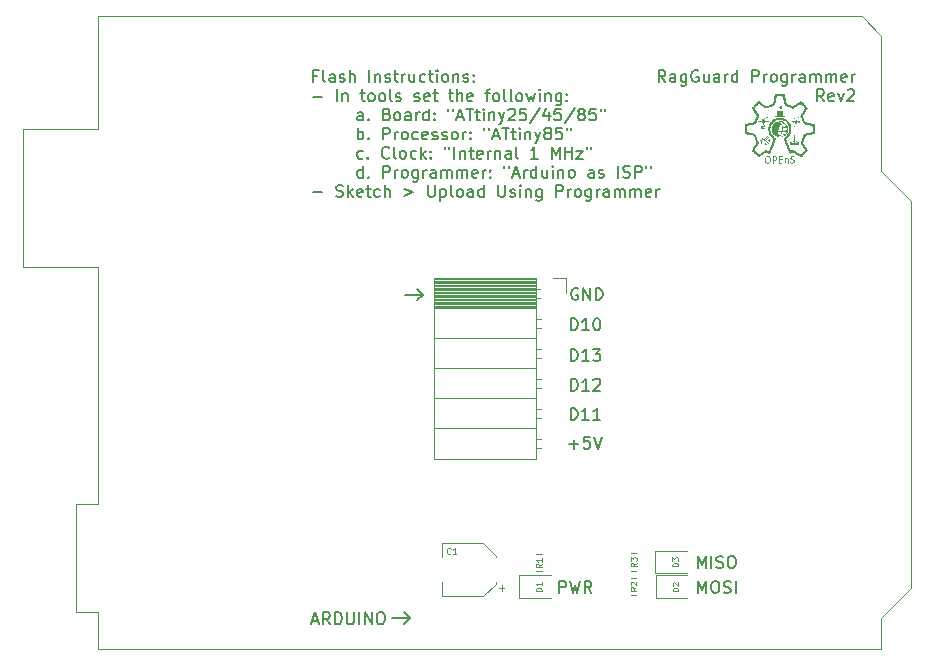
<source format=gbr>
%TF.GenerationSoftware,KiCad,Pcbnew,7.0.2-0*%
%TF.CreationDate,2023-05-15T10:36:04-07:00*%
%TF.ProjectId,RGProgrammer_V2,52475072-6f67-4726-916d-6d65725f5632,rev?*%
%TF.SameCoordinates,Original*%
%TF.FileFunction,Legend,Top*%
%TF.FilePolarity,Positive*%
%FSLAX46Y46*%
G04 Gerber Fmt 4.6, Leading zero omitted, Abs format (unit mm)*
G04 Created by KiCad (PCBNEW 7.0.2-0) date 2023-05-15 10:36:04*
%MOMM*%
%LPD*%
G01*
G04 APERTURE LIST*
%ADD10C,0.100000*%
%ADD11C,0.150000*%
%ADD12C,0.200000*%
%ADD13C,0.120000*%
G04 APERTURE END LIST*
D10*
X158391309Y-105059047D02*
X157891309Y-105059047D01*
X157891309Y-105059047D02*
X157891309Y-104939999D01*
X157891309Y-104939999D02*
X157915119Y-104868571D01*
X157915119Y-104868571D02*
X157962738Y-104820952D01*
X157962738Y-104820952D02*
X158010357Y-104797142D01*
X158010357Y-104797142D02*
X158105595Y-104773333D01*
X158105595Y-104773333D02*
X158177023Y-104773333D01*
X158177023Y-104773333D02*
X158272261Y-104797142D01*
X158272261Y-104797142D02*
X158319880Y-104820952D01*
X158319880Y-104820952D02*
X158367500Y-104868571D01*
X158367500Y-104868571D02*
X158391309Y-104939999D01*
X158391309Y-104939999D02*
X158391309Y-105059047D01*
X157891309Y-104606666D02*
X157891309Y-104297142D01*
X157891309Y-104297142D02*
X158081785Y-104463809D01*
X158081785Y-104463809D02*
X158081785Y-104392380D01*
X158081785Y-104392380D02*
X158105595Y-104344761D01*
X158105595Y-104344761D02*
X158129404Y-104320952D01*
X158129404Y-104320952D02*
X158177023Y-104297142D01*
X158177023Y-104297142D02*
X158296071Y-104297142D01*
X158296071Y-104297142D02*
X158343690Y-104320952D01*
X158343690Y-104320952D02*
X158367500Y-104344761D01*
X158367500Y-104344761D02*
X158391309Y-104392380D01*
X158391309Y-104392380D02*
X158391309Y-104535237D01*
X158391309Y-104535237D02*
X158367500Y-104582856D01*
X158367500Y-104582856D02*
X158343690Y-104606666D01*
X158421309Y-107169047D02*
X157921309Y-107169047D01*
X157921309Y-107169047D02*
X157921309Y-107049999D01*
X157921309Y-107049999D02*
X157945119Y-106978571D01*
X157945119Y-106978571D02*
X157992738Y-106930952D01*
X157992738Y-106930952D02*
X158040357Y-106907142D01*
X158040357Y-106907142D02*
X158135595Y-106883333D01*
X158135595Y-106883333D02*
X158207023Y-106883333D01*
X158207023Y-106883333D02*
X158302261Y-106907142D01*
X158302261Y-106907142D02*
X158349880Y-106930952D01*
X158349880Y-106930952D02*
X158397500Y-106978571D01*
X158397500Y-106978571D02*
X158421309Y-107049999D01*
X158421309Y-107049999D02*
X158421309Y-107169047D01*
X157968928Y-106692856D02*
X157945119Y-106669047D01*
X157945119Y-106669047D02*
X157921309Y-106621428D01*
X157921309Y-106621428D02*
X157921309Y-106502380D01*
X157921309Y-106502380D02*
X157945119Y-106454761D01*
X157945119Y-106454761D02*
X157968928Y-106430952D01*
X157968928Y-106430952D02*
X158016547Y-106407142D01*
X158016547Y-106407142D02*
X158064166Y-106407142D01*
X158064166Y-106407142D02*
X158135595Y-106430952D01*
X158135595Y-106430952D02*
X158421309Y-106716666D01*
X158421309Y-106716666D02*
X158421309Y-106407142D01*
X154871309Y-104763333D02*
X154633214Y-104929999D01*
X154871309Y-105049047D02*
X154371309Y-105049047D01*
X154371309Y-105049047D02*
X154371309Y-104858571D01*
X154371309Y-104858571D02*
X154395119Y-104810952D01*
X154395119Y-104810952D02*
X154418928Y-104787142D01*
X154418928Y-104787142D02*
X154466547Y-104763333D01*
X154466547Y-104763333D02*
X154537976Y-104763333D01*
X154537976Y-104763333D02*
X154585595Y-104787142D01*
X154585595Y-104787142D02*
X154609404Y-104810952D01*
X154609404Y-104810952D02*
X154633214Y-104858571D01*
X154633214Y-104858571D02*
X154633214Y-105049047D01*
X154371309Y-104596666D02*
X154371309Y-104287142D01*
X154371309Y-104287142D02*
X154561785Y-104453809D01*
X154561785Y-104453809D02*
X154561785Y-104382380D01*
X154561785Y-104382380D02*
X154585595Y-104334761D01*
X154585595Y-104334761D02*
X154609404Y-104310952D01*
X154609404Y-104310952D02*
X154657023Y-104287142D01*
X154657023Y-104287142D02*
X154776071Y-104287142D01*
X154776071Y-104287142D02*
X154823690Y-104310952D01*
X154823690Y-104310952D02*
X154847500Y-104334761D01*
X154847500Y-104334761D02*
X154871309Y-104382380D01*
X154871309Y-104382380D02*
X154871309Y-104525237D01*
X154871309Y-104525237D02*
X154847500Y-104572856D01*
X154847500Y-104572856D02*
X154823690Y-104596666D01*
X154861309Y-106813333D02*
X154623214Y-106979999D01*
X154861309Y-107099047D02*
X154361309Y-107099047D01*
X154361309Y-107099047D02*
X154361309Y-106908571D01*
X154361309Y-106908571D02*
X154385119Y-106860952D01*
X154385119Y-106860952D02*
X154408928Y-106837142D01*
X154408928Y-106837142D02*
X154456547Y-106813333D01*
X154456547Y-106813333D02*
X154527976Y-106813333D01*
X154527976Y-106813333D02*
X154575595Y-106837142D01*
X154575595Y-106837142D02*
X154599404Y-106860952D01*
X154599404Y-106860952D02*
X154623214Y-106908571D01*
X154623214Y-106908571D02*
X154623214Y-107099047D01*
X154408928Y-106622856D02*
X154385119Y-106599047D01*
X154385119Y-106599047D02*
X154361309Y-106551428D01*
X154361309Y-106551428D02*
X154361309Y-106432380D01*
X154361309Y-106432380D02*
X154385119Y-106384761D01*
X154385119Y-106384761D02*
X154408928Y-106360952D01*
X154408928Y-106360952D02*
X154456547Y-106337142D01*
X154456547Y-106337142D02*
X154504166Y-106337142D01*
X154504166Y-106337142D02*
X154575595Y-106360952D01*
X154575595Y-106360952D02*
X154861309Y-106646666D01*
X154861309Y-106646666D02*
X154861309Y-106337142D01*
D11*
X136799999Y-82041504D02*
X136299999Y-81541504D01*
X135685768Y-109404155D02*
X135185768Y-109904155D01*
X134185768Y-109404155D02*
X135685768Y-109404155D01*
X135299999Y-82041504D02*
X136799999Y-82041504D01*
X135685768Y-109404155D02*
X135185768Y-108904155D01*
X136799999Y-82041504D02*
X136299999Y-82541504D01*
X149310456Y-92644434D02*
X149310456Y-91644434D01*
X149310456Y-91644434D02*
X149548551Y-91644434D01*
X149548551Y-91644434D02*
X149691408Y-91692053D01*
X149691408Y-91692053D02*
X149786646Y-91787291D01*
X149786646Y-91787291D02*
X149834265Y-91882529D01*
X149834265Y-91882529D02*
X149881884Y-92073005D01*
X149881884Y-92073005D02*
X149881884Y-92215862D01*
X149881884Y-92215862D02*
X149834265Y-92406338D01*
X149834265Y-92406338D02*
X149786646Y-92501576D01*
X149786646Y-92501576D02*
X149691408Y-92596815D01*
X149691408Y-92596815D02*
X149548551Y-92644434D01*
X149548551Y-92644434D02*
X149310456Y-92644434D01*
X150834265Y-92644434D02*
X150262837Y-92644434D01*
X150548551Y-92644434D02*
X150548551Y-91644434D01*
X150548551Y-91644434D02*
X150453313Y-91787291D01*
X150453313Y-91787291D02*
X150358075Y-91882529D01*
X150358075Y-91882529D02*
X150262837Y-91930148D01*
X151786646Y-92644434D02*
X151215218Y-92644434D01*
X151500932Y-92644434D02*
X151500932Y-91644434D01*
X151500932Y-91644434D02*
X151405694Y-91787291D01*
X151405694Y-91787291D02*
X151310456Y-91882529D01*
X151310456Y-91882529D02*
X151215218Y-91930148D01*
X160063095Y-105187619D02*
X160063095Y-104187619D01*
X160063095Y-104187619D02*
X160396428Y-104901904D01*
X160396428Y-104901904D02*
X160729761Y-104187619D01*
X160729761Y-104187619D02*
X160729761Y-105187619D01*
X161205952Y-105187619D02*
X161205952Y-104187619D01*
X161634523Y-105140000D02*
X161777380Y-105187619D01*
X161777380Y-105187619D02*
X162015475Y-105187619D01*
X162015475Y-105187619D02*
X162110713Y-105140000D01*
X162110713Y-105140000D02*
X162158332Y-105092380D01*
X162158332Y-105092380D02*
X162205951Y-104997142D01*
X162205951Y-104997142D02*
X162205951Y-104901904D01*
X162205951Y-104901904D02*
X162158332Y-104806666D01*
X162158332Y-104806666D02*
X162110713Y-104759047D01*
X162110713Y-104759047D02*
X162015475Y-104711428D01*
X162015475Y-104711428D02*
X161824999Y-104663809D01*
X161824999Y-104663809D02*
X161729761Y-104616190D01*
X161729761Y-104616190D02*
X161682142Y-104568571D01*
X161682142Y-104568571D02*
X161634523Y-104473333D01*
X161634523Y-104473333D02*
X161634523Y-104378095D01*
X161634523Y-104378095D02*
X161682142Y-104282857D01*
X161682142Y-104282857D02*
X161729761Y-104235238D01*
X161729761Y-104235238D02*
X161824999Y-104187619D01*
X161824999Y-104187619D02*
X162063094Y-104187619D01*
X162063094Y-104187619D02*
X162205951Y-104235238D01*
X162824999Y-104187619D02*
X163015475Y-104187619D01*
X163015475Y-104187619D02*
X163110713Y-104235238D01*
X163110713Y-104235238D02*
X163205951Y-104330476D01*
X163205951Y-104330476D02*
X163253570Y-104520952D01*
X163253570Y-104520952D02*
X163253570Y-104854285D01*
X163253570Y-104854285D02*
X163205951Y-105044761D01*
X163205951Y-105044761D02*
X163110713Y-105140000D01*
X163110713Y-105140000D02*
X163015475Y-105187619D01*
X163015475Y-105187619D02*
X162824999Y-105187619D01*
X162824999Y-105187619D02*
X162729761Y-105140000D01*
X162729761Y-105140000D02*
X162634523Y-105044761D01*
X162634523Y-105044761D02*
X162586904Y-104854285D01*
X162586904Y-104854285D02*
X162586904Y-104520952D01*
X162586904Y-104520952D02*
X162634523Y-104330476D01*
X162634523Y-104330476D02*
X162729761Y-104235238D01*
X162729761Y-104235238D02*
X162824999Y-104187619D01*
X148338095Y-107302619D02*
X148338095Y-106302619D01*
X148338095Y-106302619D02*
X148719047Y-106302619D01*
X148719047Y-106302619D02*
X148814285Y-106350238D01*
X148814285Y-106350238D02*
X148861904Y-106397857D01*
X148861904Y-106397857D02*
X148909523Y-106493095D01*
X148909523Y-106493095D02*
X148909523Y-106635952D01*
X148909523Y-106635952D02*
X148861904Y-106731190D01*
X148861904Y-106731190D02*
X148814285Y-106778809D01*
X148814285Y-106778809D02*
X148719047Y-106826428D01*
X148719047Y-106826428D02*
X148338095Y-106826428D01*
X149242857Y-106302619D02*
X149480952Y-107302619D01*
X149480952Y-107302619D02*
X149671428Y-106588333D01*
X149671428Y-106588333D02*
X149861904Y-107302619D01*
X149861904Y-107302619D02*
X150100000Y-106302619D01*
X151052380Y-107302619D02*
X150719047Y-106826428D01*
X150480952Y-107302619D02*
X150480952Y-106302619D01*
X150480952Y-106302619D02*
X150861904Y-106302619D01*
X150861904Y-106302619D02*
X150957142Y-106350238D01*
X150957142Y-106350238D02*
X151004761Y-106397857D01*
X151004761Y-106397857D02*
X151052380Y-106493095D01*
X151052380Y-106493095D02*
X151052380Y-106635952D01*
X151052380Y-106635952D02*
X151004761Y-106731190D01*
X151004761Y-106731190D02*
X150957142Y-106778809D01*
X150957142Y-106778809D02*
X150861904Y-106826428D01*
X150861904Y-106826428D02*
X150480952Y-106826428D01*
D12*
X127828771Y-63523809D02*
X127495438Y-63523809D01*
X127495438Y-64047619D02*
X127495438Y-63047619D01*
X127495438Y-63047619D02*
X127971628Y-63047619D01*
X128495438Y-64047619D02*
X128400200Y-64000000D01*
X128400200Y-64000000D02*
X128352581Y-63904761D01*
X128352581Y-63904761D02*
X128352581Y-63047619D01*
X129304962Y-64047619D02*
X129304962Y-63523809D01*
X129304962Y-63523809D02*
X129257343Y-63428571D01*
X129257343Y-63428571D02*
X129162105Y-63380952D01*
X129162105Y-63380952D02*
X128971629Y-63380952D01*
X128971629Y-63380952D02*
X128876391Y-63428571D01*
X129304962Y-64000000D02*
X129209724Y-64047619D01*
X129209724Y-64047619D02*
X128971629Y-64047619D01*
X128971629Y-64047619D02*
X128876391Y-64000000D01*
X128876391Y-64000000D02*
X128828772Y-63904761D01*
X128828772Y-63904761D02*
X128828772Y-63809523D01*
X128828772Y-63809523D02*
X128876391Y-63714285D01*
X128876391Y-63714285D02*
X128971629Y-63666666D01*
X128971629Y-63666666D02*
X129209724Y-63666666D01*
X129209724Y-63666666D02*
X129304962Y-63619047D01*
X129733534Y-64000000D02*
X129828772Y-64047619D01*
X129828772Y-64047619D02*
X130019248Y-64047619D01*
X130019248Y-64047619D02*
X130114486Y-64000000D01*
X130114486Y-64000000D02*
X130162105Y-63904761D01*
X130162105Y-63904761D02*
X130162105Y-63857142D01*
X130162105Y-63857142D02*
X130114486Y-63761904D01*
X130114486Y-63761904D02*
X130019248Y-63714285D01*
X130019248Y-63714285D02*
X129876391Y-63714285D01*
X129876391Y-63714285D02*
X129781153Y-63666666D01*
X129781153Y-63666666D02*
X129733534Y-63571428D01*
X129733534Y-63571428D02*
X129733534Y-63523809D01*
X129733534Y-63523809D02*
X129781153Y-63428571D01*
X129781153Y-63428571D02*
X129876391Y-63380952D01*
X129876391Y-63380952D02*
X130019248Y-63380952D01*
X130019248Y-63380952D02*
X130114486Y-63428571D01*
X130590677Y-64047619D02*
X130590677Y-63047619D01*
X131019248Y-64047619D02*
X131019248Y-63523809D01*
X131019248Y-63523809D02*
X130971629Y-63428571D01*
X130971629Y-63428571D02*
X130876391Y-63380952D01*
X130876391Y-63380952D02*
X130733534Y-63380952D01*
X130733534Y-63380952D02*
X130638296Y-63428571D01*
X130638296Y-63428571D02*
X130590677Y-63476190D01*
X132257344Y-64047619D02*
X132257344Y-63047619D01*
X132733534Y-63380952D02*
X132733534Y-64047619D01*
X132733534Y-63476190D02*
X132781153Y-63428571D01*
X132781153Y-63428571D02*
X132876391Y-63380952D01*
X132876391Y-63380952D02*
X133019248Y-63380952D01*
X133019248Y-63380952D02*
X133114486Y-63428571D01*
X133114486Y-63428571D02*
X133162105Y-63523809D01*
X133162105Y-63523809D02*
X133162105Y-64047619D01*
X133590677Y-64000000D02*
X133685915Y-64047619D01*
X133685915Y-64047619D02*
X133876391Y-64047619D01*
X133876391Y-64047619D02*
X133971629Y-64000000D01*
X133971629Y-64000000D02*
X134019248Y-63904761D01*
X134019248Y-63904761D02*
X134019248Y-63857142D01*
X134019248Y-63857142D02*
X133971629Y-63761904D01*
X133971629Y-63761904D02*
X133876391Y-63714285D01*
X133876391Y-63714285D02*
X133733534Y-63714285D01*
X133733534Y-63714285D02*
X133638296Y-63666666D01*
X133638296Y-63666666D02*
X133590677Y-63571428D01*
X133590677Y-63571428D02*
X133590677Y-63523809D01*
X133590677Y-63523809D02*
X133638296Y-63428571D01*
X133638296Y-63428571D02*
X133733534Y-63380952D01*
X133733534Y-63380952D02*
X133876391Y-63380952D01*
X133876391Y-63380952D02*
X133971629Y-63428571D01*
X134304963Y-63380952D02*
X134685915Y-63380952D01*
X134447820Y-63047619D02*
X134447820Y-63904761D01*
X134447820Y-63904761D02*
X134495439Y-64000000D01*
X134495439Y-64000000D02*
X134590677Y-64047619D01*
X134590677Y-64047619D02*
X134685915Y-64047619D01*
X135019249Y-64047619D02*
X135019249Y-63380952D01*
X135019249Y-63571428D02*
X135066868Y-63476190D01*
X135066868Y-63476190D02*
X135114487Y-63428571D01*
X135114487Y-63428571D02*
X135209725Y-63380952D01*
X135209725Y-63380952D02*
X135304963Y-63380952D01*
X136066868Y-63380952D02*
X136066868Y-64047619D01*
X135638297Y-63380952D02*
X135638297Y-63904761D01*
X135638297Y-63904761D02*
X135685916Y-64000000D01*
X135685916Y-64000000D02*
X135781154Y-64047619D01*
X135781154Y-64047619D02*
X135924011Y-64047619D01*
X135924011Y-64047619D02*
X136019249Y-64000000D01*
X136019249Y-64000000D02*
X136066868Y-63952380D01*
X136971630Y-64000000D02*
X136876392Y-64047619D01*
X136876392Y-64047619D02*
X136685916Y-64047619D01*
X136685916Y-64047619D02*
X136590678Y-64000000D01*
X136590678Y-64000000D02*
X136543059Y-63952380D01*
X136543059Y-63952380D02*
X136495440Y-63857142D01*
X136495440Y-63857142D02*
X136495440Y-63571428D01*
X136495440Y-63571428D02*
X136543059Y-63476190D01*
X136543059Y-63476190D02*
X136590678Y-63428571D01*
X136590678Y-63428571D02*
X136685916Y-63380952D01*
X136685916Y-63380952D02*
X136876392Y-63380952D01*
X136876392Y-63380952D02*
X136971630Y-63428571D01*
X137257345Y-63380952D02*
X137638297Y-63380952D01*
X137400202Y-63047619D02*
X137400202Y-63904761D01*
X137400202Y-63904761D02*
X137447821Y-64000000D01*
X137447821Y-64000000D02*
X137543059Y-64047619D01*
X137543059Y-64047619D02*
X137638297Y-64047619D01*
X137971631Y-64047619D02*
X137971631Y-63380952D01*
X137971631Y-63047619D02*
X137924012Y-63095238D01*
X137924012Y-63095238D02*
X137971631Y-63142857D01*
X137971631Y-63142857D02*
X138019250Y-63095238D01*
X138019250Y-63095238D02*
X137971631Y-63047619D01*
X137971631Y-63047619D02*
X137971631Y-63142857D01*
X138590678Y-64047619D02*
X138495440Y-64000000D01*
X138495440Y-64000000D02*
X138447821Y-63952380D01*
X138447821Y-63952380D02*
X138400202Y-63857142D01*
X138400202Y-63857142D02*
X138400202Y-63571428D01*
X138400202Y-63571428D02*
X138447821Y-63476190D01*
X138447821Y-63476190D02*
X138495440Y-63428571D01*
X138495440Y-63428571D02*
X138590678Y-63380952D01*
X138590678Y-63380952D02*
X138733535Y-63380952D01*
X138733535Y-63380952D02*
X138828773Y-63428571D01*
X138828773Y-63428571D02*
X138876392Y-63476190D01*
X138876392Y-63476190D02*
X138924011Y-63571428D01*
X138924011Y-63571428D02*
X138924011Y-63857142D01*
X138924011Y-63857142D02*
X138876392Y-63952380D01*
X138876392Y-63952380D02*
X138828773Y-64000000D01*
X138828773Y-64000000D02*
X138733535Y-64047619D01*
X138733535Y-64047619D02*
X138590678Y-64047619D01*
X139352583Y-63380952D02*
X139352583Y-64047619D01*
X139352583Y-63476190D02*
X139400202Y-63428571D01*
X139400202Y-63428571D02*
X139495440Y-63380952D01*
X139495440Y-63380952D02*
X139638297Y-63380952D01*
X139638297Y-63380952D02*
X139733535Y-63428571D01*
X139733535Y-63428571D02*
X139781154Y-63523809D01*
X139781154Y-63523809D02*
X139781154Y-64047619D01*
X140209726Y-64000000D02*
X140304964Y-64047619D01*
X140304964Y-64047619D02*
X140495440Y-64047619D01*
X140495440Y-64047619D02*
X140590678Y-64000000D01*
X140590678Y-64000000D02*
X140638297Y-63904761D01*
X140638297Y-63904761D02*
X140638297Y-63857142D01*
X140638297Y-63857142D02*
X140590678Y-63761904D01*
X140590678Y-63761904D02*
X140495440Y-63714285D01*
X140495440Y-63714285D02*
X140352583Y-63714285D01*
X140352583Y-63714285D02*
X140257345Y-63666666D01*
X140257345Y-63666666D02*
X140209726Y-63571428D01*
X140209726Y-63571428D02*
X140209726Y-63523809D01*
X140209726Y-63523809D02*
X140257345Y-63428571D01*
X140257345Y-63428571D02*
X140352583Y-63380952D01*
X140352583Y-63380952D02*
X140495440Y-63380952D01*
X140495440Y-63380952D02*
X140590678Y-63428571D01*
X141066869Y-63952380D02*
X141114488Y-64000000D01*
X141114488Y-64000000D02*
X141066869Y-64047619D01*
X141066869Y-64047619D02*
X141019250Y-64000000D01*
X141019250Y-64000000D02*
X141066869Y-63952380D01*
X141066869Y-63952380D02*
X141066869Y-64047619D01*
X141066869Y-63428571D02*
X141114488Y-63476190D01*
X141114488Y-63476190D02*
X141066869Y-63523809D01*
X141066869Y-63523809D02*
X141019250Y-63476190D01*
X141019250Y-63476190D02*
X141066869Y-63428571D01*
X141066869Y-63428571D02*
X141066869Y-63523809D01*
X127495438Y-65286666D02*
X128257343Y-65286666D01*
X129495438Y-65667619D02*
X129495438Y-64667619D01*
X129971628Y-65000952D02*
X129971628Y-65667619D01*
X129971628Y-65096190D02*
X130019247Y-65048571D01*
X130019247Y-65048571D02*
X130114485Y-65000952D01*
X130114485Y-65000952D02*
X130257342Y-65000952D01*
X130257342Y-65000952D02*
X130352580Y-65048571D01*
X130352580Y-65048571D02*
X130400199Y-65143809D01*
X130400199Y-65143809D02*
X130400199Y-65667619D01*
X131495438Y-65000952D02*
X131876390Y-65000952D01*
X131638295Y-64667619D02*
X131638295Y-65524761D01*
X131638295Y-65524761D02*
X131685914Y-65620000D01*
X131685914Y-65620000D02*
X131781152Y-65667619D01*
X131781152Y-65667619D02*
X131876390Y-65667619D01*
X132352581Y-65667619D02*
X132257343Y-65620000D01*
X132257343Y-65620000D02*
X132209724Y-65572380D01*
X132209724Y-65572380D02*
X132162105Y-65477142D01*
X132162105Y-65477142D02*
X132162105Y-65191428D01*
X132162105Y-65191428D02*
X132209724Y-65096190D01*
X132209724Y-65096190D02*
X132257343Y-65048571D01*
X132257343Y-65048571D02*
X132352581Y-65000952D01*
X132352581Y-65000952D02*
X132495438Y-65000952D01*
X132495438Y-65000952D02*
X132590676Y-65048571D01*
X132590676Y-65048571D02*
X132638295Y-65096190D01*
X132638295Y-65096190D02*
X132685914Y-65191428D01*
X132685914Y-65191428D02*
X132685914Y-65477142D01*
X132685914Y-65477142D02*
X132638295Y-65572380D01*
X132638295Y-65572380D02*
X132590676Y-65620000D01*
X132590676Y-65620000D02*
X132495438Y-65667619D01*
X132495438Y-65667619D02*
X132352581Y-65667619D01*
X133257343Y-65667619D02*
X133162105Y-65620000D01*
X133162105Y-65620000D02*
X133114486Y-65572380D01*
X133114486Y-65572380D02*
X133066867Y-65477142D01*
X133066867Y-65477142D02*
X133066867Y-65191428D01*
X133066867Y-65191428D02*
X133114486Y-65096190D01*
X133114486Y-65096190D02*
X133162105Y-65048571D01*
X133162105Y-65048571D02*
X133257343Y-65000952D01*
X133257343Y-65000952D02*
X133400200Y-65000952D01*
X133400200Y-65000952D02*
X133495438Y-65048571D01*
X133495438Y-65048571D02*
X133543057Y-65096190D01*
X133543057Y-65096190D02*
X133590676Y-65191428D01*
X133590676Y-65191428D02*
X133590676Y-65477142D01*
X133590676Y-65477142D02*
X133543057Y-65572380D01*
X133543057Y-65572380D02*
X133495438Y-65620000D01*
X133495438Y-65620000D02*
X133400200Y-65667619D01*
X133400200Y-65667619D02*
X133257343Y-65667619D01*
X134162105Y-65667619D02*
X134066867Y-65620000D01*
X134066867Y-65620000D02*
X134019248Y-65524761D01*
X134019248Y-65524761D02*
X134019248Y-64667619D01*
X134495439Y-65620000D02*
X134590677Y-65667619D01*
X134590677Y-65667619D02*
X134781153Y-65667619D01*
X134781153Y-65667619D02*
X134876391Y-65620000D01*
X134876391Y-65620000D02*
X134924010Y-65524761D01*
X134924010Y-65524761D02*
X134924010Y-65477142D01*
X134924010Y-65477142D02*
X134876391Y-65381904D01*
X134876391Y-65381904D02*
X134781153Y-65334285D01*
X134781153Y-65334285D02*
X134638296Y-65334285D01*
X134638296Y-65334285D02*
X134543058Y-65286666D01*
X134543058Y-65286666D02*
X134495439Y-65191428D01*
X134495439Y-65191428D02*
X134495439Y-65143809D01*
X134495439Y-65143809D02*
X134543058Y-65048571D01*
X134543058Y-65048571D02*
X134638296Y-65000952D01*
X134638296Y-65000952D02*
X134781153Y-65000952D01*
X134781153Y-65000952D02*
X134876391Y-65048571D01*
X136066868Y-65620000D02*
X136162106Y-65667619D01*
X136162106Y-65667619D02*
X136352582Y-65667619D01*
X136352582Y-65667619D02*
X136447820Y-65620000D01*
X136447820Y-65620000D02*
X136495439Y-65524761D01*
X136495439Y-65524761D02*
X136495439Y-65477142D01*
X136495439Y-65477142D02*
X136447820Y-65381904D01*
X136447820Y-65381904D02*
X136352582Y-65334285D01*
X136352582Y-65334285D02*
X136209725Y-65334285D01*
X136209725Y-65334285D02*
X136114487Y-65286666D01*
X136114487Y-65286666D02*
X136066868Y-65191428D01*
X136066868Y-65191428D02*
X136066868Y-65143809D01*
X136066868Y-65143809D02*
X136114487Y-65048571D01*
X136114487Y-65048571D02*
X136209725Y-65000952D01*
X136209725Y-65000952D02*
X136352582Y-65000952D01*
X136352582Y-65000952D02*
X136447820Y-65048571D01*
X137304963Y-65620000D02*
X137209725Y-65667619D01*
X137209725Y-65667619D02*
X137019249Y-65667619D01*
X137019249Y-65667619D02*
X136924011Y-65620000D01*
X136924011Y-65620000D02*
X136876392Y-65524761D01*
X136876392Y-65524761D02*
X136876392Y-65143809D01*
X136876392Y-65143809D02*
X136924011Y-65048571D01*
X136924011Y-65048571D02*
X137019249Y-65000952D01*
X137019249Y-65000952D02*
X137209725Y-65000952D01*
X137209725Y-65000952D02*
X137304963Y-65048571D01*
X137304963Y-65048571D02*
X137352582Y-65143809D01*
X137352582Y-65143809D02*
X137352582Y-65239047D01*
X137352582Y-65239047D02*
X136876392Y-65334285D01*
X137638297Y-65000952D02*
X138019249Y-65000952D01*
X137781154Y-64667619D02*
X137781154Y-65524761D01*
X137781154Y-65524761D02*
X137828773Y-65620000D01*
X137828773Y-65620000D02*
X137924011Y-65667619D01*
X137924011Y-65667619D02*
X138019249Y-65667619D01*
X138971631Y-65000952D02*
X139352583Y-65000952D01*
X139114488Y-64667619D02*
X139114488Y-65524761D01*
X139114488Y-65524761D02*
X139162107Y-65620000D01*
X139162107Y-65620000D02*
X139257345Y-65667619D01*
X139257345Y-65667619D02*
X139352583Y-65667619D01*
X139685917Y-65667619D02*
X139685917Y-64667619D01*
X140114488Y-65667619D02*
X140114488Y-65143809D01*
X140114488Y-65143809D02*
X140066869Y-65048571D01*
X140066869Y-65048571D02*
X139971631Y-65000952D01*
X139971631Y-65000952D02*
X139828774Y-65000952D01*
X139828774Y-65000952D02*
X139733536Y-65048571D01*
X139733536Y-65048571D02*
X139685917Y-65096190D01*
X140971631Y-65620000D02*
X140876393Y-65667619D01*
X140876393Y-65667619D02*
X140685917Y-65667619D01*
X140685917Y-65667619D02*
X140590679Y-65620000D01*
X140590679Y-65620000D02*
X140543060Y-65524761D01*
X140543060Y-65524761D02*
X140543060Y-65143809D01*
X140543060Y-65143809D02*
X140590679Y-65048571D01*
X140590679Y-65048571D02*
X140685917Y-65000952D01*
X140685917Y-65000952D02*
X140876393Y-65000952D01*
X140876393Y-65000952D02*
X140971631Y-65048571D01*
X140971631Y-65048571D02*
X141019250Y-65143809D01*
X141019250Y-65143809D02*
X141019250Y-65239047D01*
X141019250Y-65239047D02*
X140543060Y-65334285D01*
X142066870Y-65000952D02*
X142447822Y-65000952D01*
X142209727Y-65667619D02*
X142209727Y-64810476D01*
X142209727Y-64810476D02*
X142257346Y-64715238D01*
X142257346Y-64715238D02*
X142352584Y-64667619D01*
X142352584Y-64667619D02*
X142447822Y-64667619D01*
X142924013Y-65667619D02*
X142828775Y-65620000D01*
X142828775Y-65620000D02*
X142781156Y-65572380D01*
X142781156Y-65572380D02*
X142733537Y-65477142D01*
X142733537Y-65477142D02*
X142733537Y-65191428D01*
X142733537Y-65191428D02*
X142781156Y-65096190D01*
X142781156Y-65096190D02*
X142828775Y-65048571D01*
X142828775Y-65048571D02*
X142924013Y-65000952D01*
X142924013Y-65000952D02*
X143066870Y-65000952D01*
X143066870Y-65000952D02*
X143162108Y-65048571D01*
X143162108Y-65048571D02*
X143209727Y-65096190D01*
X143209727Y-65096190D02*
X143257346Y-65191428D01*
X143257346Y-65191428D02*
X143257346Y-65477142D01*
X143257346Y-65477142D02*
X143209727Y-65572380D01*
X143209727Y-65572380D02*
X143162108Y-65620000D01*
X143162108Y-65620000D02*
X143066870Y-65667619D01*
X143066870Y-65667619D02*
X142924013Y-65667619D01*
X143828775Y-65667619D02*
X143733537Y-65620000D01*
X143733537Y-65620000D02*
X143685918Y-65524761D01*
X143685918Y-65524761D02*
X143685918Y-64667619D01*
X144352585Y-65667619D02*
X144257347Y-65620000D01*
X144257347Y-65620000D02*
X144209728Y-65524761D01*
X144209728Y-65524761D02*
X144209728Y-64667619D01*
X144876395Y-65667619D02*
X144781157Y-65620000D01*
X144781157Y-65620000D02*
X144733538Y-65572380D01*
X144733538Y-65572380D02*
X144685919Y-65477142D01*
X144685919Y-65477142D02*
X144685919Y-65191428D01*
X144685919Y-65191428D02*
X144733538Y-65096190D01*
X144733538Y-65096190D02*
X144781157Y-65048571D01*
X144781157Y-65048571D02*
X144876395Y-65000952D01*
X144876395Y-65000952D02*
X145019252Y-65000952D01*
X145019252Y-65000952D02*
X145114490Y-65048571D01*
X145114490Y-65048571D02*
X145162109Y-65096190D01*
X145162109Y-65096190D02*
X145209728Y-65191428D01*
X145209728Y-65191428D02*
X145209728Y-65477142D01*
X145209728Y-65477142D02*
X145162109Y-65572380D01*
X145162109Y-65572380D02*
X145114490Y-65620000D01*
X145114490Y-65620000D02*
X145019252Y-65667619D01*
X145019252Y-65667619D02*
X144876395Y-65667619D01*
X145543062Y-65000952D02*
X145733538Y-65667619D01*
X145733538Y-65667619D02*
X145924014Y-65191428D01*
X145924014Y-65191428D02*
X146114490Y-65667619D01*
X146114490Y-65667619D02*
X146304966Y-65000952D01*
X146685919Y-65667619D02*
X146685919Y-65000952D01*
X146685919Y-64667619D02*
X146638300Y-64715238D01*
X146638300Y-64715238D02*
X146685919Y-64762857D01*
X146685919Y-64762857D02*
X146733538Y-64715238D01*
X146733538Y-64715238D02*
X146685919Y-64667619D01*
X146685919Y-64667619D02*
X146685919Y-64762857D01*
X147162109Y-65000952D02*
X147162109Y-65667619D01*
X147162109Y-65096190D02*
X147209728Y-65048571D01*
X147209728Y-65048571D02*
X147304966Y-65000952D01*
X147304966Y-65000952D02*
X147447823Y-65000952D01*
X147447823Y-65000952D02*
X147543061Y-65048571D01*
X147543061Y-65048571D02*
X147590680Y-65143809D01*
X147590680Y-65143809D02*
X147590680Y-65667619D01*
X148495442Y-65000952D02*
X148495442Y-65810476D01*
X148495442Y-65810476D02*
X148447823Y-65905714D01*
X148447823Y-65905714D02*
X148400204Y-65953333D01*
X148400204Y-65953333D02*
X148304966Y-66000952D01*
X148304966Y-66000952D02*
X148162109Y-66000952D01*
X148162109Y-66000952D02*
X148066871Y-65953333D01*
X148495442Y-65620000D02*
X148400204Y-65667619D01*
X148400204Y-65667619D02*
X148209728Y-65667619D01*
X148209728Y-65667619D02*
X148114490Y-65620000D01*
X148114490Y-65620000D02*
X148066871Y-65572380D01*
X148066871Y-65572380D02*
X148019252Y-65477142D01*
X148019252Y-65477142D02*
X148019252Y-65191428D01*
X148019252Y-65191428D02*
X148066871Y-65096190D01*
X148066871Y-65096190D02*
X148114490Y-65048571D01*
X148114490Y-65048571D02*
X148209728Y-65000952D01*
X148209728Y-65000952D02*
X148400204Y-65000952D01*
X148400204Y-65000952D02*
X148495442Y-65048571D01*
X148971633Y-65572380D02*
X149019252Y-65620000D01*
X149019252Y-65620000D02*
X148971633Y-65667619D01*
X148971633Y-65667619D02*
X148924014Y-65620000D01*
X148924014Y-65620000D02*
X148971633Y-65572380D01*
X148971633Y-65572380D02*
X148971633Y-65667619D01*
X148971633Y-65048571D02*
X149019252Y-65096190D01*
X149019252Y-65096190D02*
X148971633Y-65143809D01*
X148971633Y-65143809D02*
X148924014Y-65096190D01*
X148924014Y-65096190D02*
X148971633Y-65048571D01*
X148971633Y-65048571D02*
X148971633Y-65143809D01*
X131685913Y-67287619D02*
X131685913Y-66763809D01*
X131685913Y-66763809D02*
X131638294Y-66668571D01*
X131638294Y-66668571D02*
X131543056Y-66620952D01*
X131543056Y-66620952D02*
X131352580Y-66620952D01*
X131352580Y-66620952D02*
X131257342Y-66668571D01*
X131685913Y-67240000D02*
X131590675Y-67287619D01*
X131590675Y-67287619D02*
X131352580Y-67287619D01*
X131352580Y-67287619D02*
X131257342Y-67240000D01*
X131257342Y-67240000D02*
X131209723Y-67144761D01*
X131209723Y-67144761D02*
X131209723Y-67049523D01*
X131209723Y-67049523D02*
X131257342Y-66954285D01*
X131257342Y-66954285D02*
X131352580Y-66906666D01*
X131352580Y-66906666D02*
X131590675Y-66906666D01*
X131590675Y-66906666D02*
X131685913Y-66859047D01*
X132162104Y-67192380D02*
X132209723Y-67240000D01*
X132209723Y-67240000D02*
X132162104Y-67287619D01*
X132162104Y-67287619D02*
X132114485Y-67240000D01*
X132114485Y-67240000D02*
X132162104Y-67192380D01*
X132162104Y-67192380D02*
X132162104Y-67287619D01*
X133733532Y-66763809D02*
X133876389Y-66811428D01*
X133876389Y-66811428D02*
X133924008Y-66859047D01*
X133924008Y-66859047D02*
X133971627Y-66954285D01*
X133971627Y-66954285D02*
X133971627Y-67097142D01*
X133971627Y-67097142D02*
X133924008Y-67192380D01*
X133924008Y-67192380D02*
X133876389Y-67240000D01*
X133876389Y-67240000D02*
X133781151Y-67287619D01*
X133781151Y-67287619D02*
X133400199Y-67287619D01*
X133400199Y-67287619D02*
X133400199Y-66287619D01*
X133400199Y-66287619D02*
X133733532Y-66287619D01*
X133733532Y-66287619D02*
X133828770Y-66335238D01*
X133828770Y-66335238D02*
X133876389Y-66382857D01*
X133876389Y-66382857D02*
X133924008Y-66478095D01*
X133924008Y-66478095D02*
X133924008Y-66573333D01*
X133924008Y-66573333D02*
X133876389Y-66668571D01*
X133876389Y-66668571D02*
X133828770Y-66716190D01*
X133828770Y-66716190D02*
X133733532Y-66763809D01*
X133733532Y-66763809D02*
X133400199Y-66763809D01*
X134543056Y-67287619D02*
X134447818Y-67240000D01*
X134447818Y-67240000D02*
X134400199Y-67192380D01*
X134400199Y-67192380D02*
X134352580Y-67097142D01*
X134352580Y-67097142D02*
X134352580Y-66811428D01*
X134352580Y-66811428D02*
X134400199Y-66716190D01*
X134400199Y-66716190D02*
X134447818Y-66668571D01*
X134447818Y-66668571D02*
X134543056Y-66620952D01*
X134543056Y-66620952D02*
X134685913Y-66620952D01*
X134685913Y-66620952D02*
X134781151Y-66668571D01*
X134781151Y-66668571D02*
X134828770Y-66716190D01*
X134828770Y-66716190D02*
X134876389Y-66811428D01*
X134876389Y-66811428D02*
X134876389Y-67097142D01*
X134876389Y-67097142D02*
X134828770Y-67192380D01*
X134828770Y-67192380D02*
X134781151Y-67240000D01*
X134781151Y-67240000D02*
X134685913Y-67287619D01*
X134685913Y-67287619D02*
X134543056Y-67287619D01*
X135733532Y-67287619D02*
X135733532Y-66763809D01*
X135733532Y-66763809D02*
X135685913Y-66668571D01*
X135685913Y-66668571D02*
X135590675Y-66620952D01*
X135590675Y-66620952D02*
X135400199Y-66620952D01*
X135400199Y-66620952D02*
X135304961Y-66668571D01*
X135733532Y-67240000D02*
X135638294Y-67287619D01*
X135638294Y-67287619D02*
X135400199Y-67287619D01*
X135400199Y-67287619D02*
X135304961Y-67240000D01*
X135304961Y-67240000D02*
X135257342Y-67144761D01*
X135257342Y-67144761D02*
X135257342Y-67049523D01*
X135257342Y-67049523D02*
X135304961Y-66954285D01*
X135304961Y-66954285D02*
X135400199Y-66906666D01*
X135400199Y-66906666D02*
X135638294Y-66906666D01*
X135638294Y-66906666D02*
X135733532Y-66859047D01*
X136209723Y-67287619D02*
X136209723Y-66620952D01*
X136209723Y-66811428D02*
X136257342Y-66716190D01*
X136257342Y-66716190D02*
X136304961Y-66668571D01*
X136304961Y-66668571D02*
X136400199Y-66620952D01*
X136400199Y-66620952D02*
X136495437Y-66620952D01*
X137257342Y-67287619D02*
X137257342Y-66287619D01*
X137257342Y-67240000D02*
X137162104Y-67287619D01*
X137162104Y-67287619D02*
X136971628Y-67287619D01*
X136971628Y-67287619D02*
X136876390Y-67240000D01*
X136876390Y-67240000D02*
X136828771Y-67192380D01*
X136828771Y-67192380D02*
X136781152Y-67097142D01*
X136781152Y-67097142D02*
X136781152Y-66811428D01*
X136781152Y-66811428D02*
X136828771Y-66716190D01*
X136828771Y-66716190D02*
X136876390Y-66668571D01*
X136876390Y-66668571D02*
X136971628Y-66620952D01*
X136971628Y-66620952D02*
X137162104Y-66620952D01*
X137162104Y-66620952D02*
X137257342Y-66668571D01*
X137733533Y-67192380D02*
X137781152Y-67240000D01*
X137781152Y-67240000D02*
X137733533Y-67287619D01*
X137733533Y-67287619D02*
X137685914Y-67240000D01*
X137685914Y-67240000D02*
X137733533Y-67192380D01*
X137733533Y-67192380D02*
X137733533Y-67287619D01*
X137733533Y-66668571D02*
X137781152Y-66716190D01*
X137781152Y-66716190D02*
X137733533Y-66763809D01*
X137733533Y-66763809D02*
X137685914Y-66716190D01*
X137685914Y-66716190D02*
X137733533Y-66668571D01*
X137733533Y-66668571D02*
X137733533Y-66763809D01*
X138924009Y-66287619D02*
X138924009Y-66478095D01*
X139304961Y-66287619D02*
X139304961Y-66478095D01*
X139685914Y-67001904D02*
X140162104Y-67001904D01*
X139590676Y-67287619D02*
X139924009Y-66287619D01*
X139924009Y-66287619D02*
X140257342Y-67287619D01*
X140447819Y-66287619D02*
X141019247Y-66287619D01*
X140733533Y-67287619D02*
X140733533Y-66287619D01*
X141209724Y-66620952D02*
X141590676Y-66620952D01*
X141352581Y-66287619D02*
X141352581Y-67144761D01*
X141352581Y-67144761D02*
X141400200Y-67240000D01*
X141400200Y-67240000D02*
X141495438Y-67287619D01*
X141495438Y-67287619D02*
X141590676Y-67287619D01*
X141924010Y-67287619D02*
X141924010Y-66620952D01*
X141924010Y-66287619D02*
X141876391Y-66335238D01*
X141876391Y-66335238D02*
X141924010Y-66382857D01*
X141924010Y-66382857D02*
X141971629Y-66335238D01*
X141971629Y-66335238D02*
X141924010Y-66287619D01*
X141924010Y-66287619D02*
X141924010Y-66382857D01*
X142400200Y-66620952D02*
X142400200Y-67287619D01*
X142400200Y-66716190D02*
X142447819Y-66668571D01*
X142447819Y-66668571D02*
X142543057Y-66620952D01*
X142543057Y-66620952D02*
X142685914Y-66620952D01*
X142685914Y-66620952D02*
X142781152Y-66668571D01*
X142781152Y-66668571D02*
X142828771Y-66763809D01*
X142828771Y-66763809D02*
X142828771Y-67287619D01*
X143209724Y-66620952D02*
X143447819Y-67287619D01*
X143685914Y-66620952D02*
X143447819Y-67287619D01*
X143447819Y-67287619D02*
X143352581Y-67525714D01*
X143352581Y-67525714D02*
X143304962Y-67573333D01*
X143304962Y-67573333D02*
X143209724Y-67620952D01*
X144019248Y-66382857D02*
X144066867Y-66335238D01*
X144066867Y-66335238D02*
X144162105Y-66287619D01*
X144162105Y-66287619D02*
X144400200Y-66287619D01*
X144400200Y-66287619D02*
X144495438Y-66335238D01*
X144495438Y-66335238D02*
X144543057Y-66382857D01*
X144543057Y-66382857D02*
X144590676Y-66478095D01*
X144590676Y-66478095D02*
X144590676Y-66573333D01*
X144590676Y-66573333D02*
X144543057Y-66716190D01*
X144543057Y-66716190D02*
X143971629Y-67287619D01*
X143971629Y-67287619D02*
X144590676Y-67287619D01*
X145495438Y-66287619D02*
X145019248Y-66287619D01*
X145019248Y-66287619D02*
X144971629Y-66763809D01*
X144971629Y-66763809D02*
X145019248Y-66716190D01*
X145019248Y-66716190D02*
X145114486Y-66668571D01*
X145114486Y-66668571D02*
X145352581Y-66668571D01*
X145352581Y-66668571D02*
X145447819Y-66716190D01*
X145447819Y-66716190D02*
X145495438Y-66763809D01*
X145495438Y-66763809D02*
X145543057Y-66859047D01*
X145543057Y-66859047D02*
X145543057Y-67097142D01*
X145543057Y-67097142D02*
X145495438Y-67192380D01*
X145495438Y-67192380D02*
X145447819Y-67240000D01*
X145447819Y-67240000D02*
X145352581Y-67287619D01*
X145352581Y-67287619D02*
X145114486Y-67287619D01*
X145114486Y-67287619D02*
X145019248Y-67240000D01*
X145019248Y-67240000D02*
X144971629Y-67192380D01*
X146685914Y-66240000D02*
X145828772Y-67525714D01*
X147447819Y-66620952D02*
X147447819Y-67287619D01*
X147209724Y-66240000D02*
X146971629Y-66954285D01*
X146971629Y-66954285D02*
X147590676Y-66954285D01*
X148447819Y-66287619D02*
X147971629Y-66287619D01*
X147971629Y-66287619D02*
X147924010Y-66763809D01*
X147924010Y-66763809D02*
X147971629Y-66716190D01*
X147971629Y-66716190D02*
X148066867Y-66668571D01*
X148066867Y-66668571D02*
X148304962Y-66668571D01*
X148304962Y-66668571D02*
X148400200Y-66716190D01*
X148400200Y-66716190D02*
X148447819Y-66763809D01*
X148447819Y-66763809D02*
X148495438Y-66859047D01*
X148495438Y-66859047D02*
X148495438Y-67097142D01*
X148495438Y-67097142D02*
X148447819Y-67192380D01*
X148447819Y-67192380D02*
X148400200Y-67240000D01*
X148400200Y-67240000D02*
X148304962Y-67287619D01*
X148304962Y-67287619D02*
X148066867Y-67287619D01*
X148066867Y-67287619D02*
X147971629Y-67240000D01*
X147971629Y-67240000D02*
X147924010Y-67192380D01*
X149638295Y-66240000D02*
X148781153Y-67525714D01*
X150114486Y-66716190D02*
X150019248Y-66668571D01*
X150019248Y-66668571D02*
X149971629Y-66620952D01*
X149971629Y-66620952D02*
X149924010Y-66525714D01*
X149924010Y-66525714D02*
X149924010Y-66478095D01*
X149924010Y-66478095D02*
X149971629Y-66382857D01*
X149971629Y-66382857D02*
X150019248Y-66335238D01*
X150019248Y-66335238D02*
X150114486Y-66287619D01*
X150114486Y-66287619D02*
X150304962Y-66287619D01*
X150304962Y-66287619D02*
X150400200Y-66335238D01*
X150400200Y-66335238D02*
X150447819Y-66382857D01*
X150447819Y-66382857D02*
X150495438Y-66478095D01*
X150495438Y-66478095D02*
X150495438Y-66525714D01*
X150495438Y-66525714D02*
X150447819Y-66620952D01*
X150447819Y-66620952D02*
X150400200Y-66668571D01*
X150400200Y-66668571D02*
X150304962Y-66716190D01*
X150304962Y-66716190D02*
X150114486Y-66716190D01*
X150114486Y-66716190D02*
X150019248Y-66763809D01*
X150019248Y-66763809D02*
X149971629Y-66811428D01*
X149971629Y-66811428D02*
X149924010Y-66906666D01*
X149924010Y-66906666D02*
X149924010Y-67097142D01*
X149924010Y-67097142D02*
X149971629Y-67192380D01*
X149971629Y-67192380D02*
X150019248Y-67240000D01*
X150019248Y-67240000D02*
X150114486Y-67287619D01*
X150114486Y-67287619D02*
X150304962Y-67287619D01*
X150304962Y-67287619D02*
X150400200Y-67240000D01*
X150400200Y-67240000D02*
X150447819Y-67192380D01*
X150447819Y-67192380D02*
X150495438Y-67097142D01*
X150495438Y-67097142D02*
X150495438Y-66906666D01*
X150495438Y-66906666D02*
X150447819Y-66811428D01*
X150447819Y-66811428D02*
X150400200Y-66763809D01*
X150400200Y-66763809D02*
X150304962Y-66716190D01*
X151400200Y-66287619D02*
X150924010Y-66287619D01*
X150924010Y-66287619D02*
X150876391Y-66763809D01*
X150876391Y-66763809D02*
X150924010Y-66716190D01*
X150924010Y-66716190D02*
X151019248Y-66668571D01*
X151019248Y-66668571D02*
X151257343Y-66668571D01*
X151257343Y-66668571D02*
X151352581Y-66716190D01*
X151352581Y-66716190D02*
X151400200Y-66763809D01*
X151400200Y-66763809D02*
X151447819Y-66859047D01*
X151447819Y-66859047D02*
X151447819Y-67097142D01*
X151447819Y-67097142D02*
X151400200Y-67192380D01*
X151400200Y-67192380D02*
X151352581Y-67240000D01*
X151352581Y-67240000D02*
X151257343Y-67287619D01*
X151257343Y-67287619D02*
X151019248Y-67287619D01*
X151019248Y-67287619D02*
X150924010Y-67240000D01*
X150924010Y-67240000D02*
X150876391Y-67192380D01*
X151828772Y-66287619D02*
X151828772Y-66478095D01*
X152209724Y-66287619D02*
X152209724Y-66478095D01*
X131257342Y-68907619D02*
X131257342Y-67907619D01*
X131257342Y-68288571D02*
X131352580Y-68240952D01*
X131352580Y-68240952D02*
X131543056Y-68240952D01*
X131543056Y-68240952D02*
X131638294Y-68288571D01*
X131638294Y-68288571D02*
X131685913Y-68336190D01*
X131685913Y-68336190D02*
X131733532Y-68431428D01*
X131733532Y-68431428D02*
X131733532Y-68717142D01*
X131733532Y-68717142D02*
X131685913Y-68812380D01*
X131685913Y-68812380D02*
X131638294Y-68860000D01*
X131638294Y-68860000D02*
X131543056Y-68907619D01*
X131543056Y-68907619D02*
X131352580Y-68907619D01*
X131352580Y-68907619D02*
X131257342Y-68860000D01*
X132162104Y-68812380D02*
X132209723Y-68860000D01*
X132209723Y-68860000D02*
X132162104Y-68907619D01*
X132162104Y-68907619D02*
X132114485Y-68860000D01*
X132114485Y-68860000D02*
X132162104Y-68812380D01*
X132162104Y-68812380D02*
X132162104Y-68907619D01*
X133400199Y-68907619D02*
X133400199Y-67907619D01*
X133400199Y-67907619D02*
X133781151Y-67907619D01*
X133781151Y-67907619D02*
X133876389Y-67955238D01*
X133876389Y-67955238D02*
X133924008Y-68002857D01*
X133924008Y-68002857D02*
X133971627Y-68098095D01*
X133971627Y-68098095D02*
X133971627Y-68240952D01*
X133971627Y-68240952D02*
X133924008Y-68336190D01*
X133924008Y-68336190D02*
X133876389Y-68383809D01*
X133876389Y-68383809D02*
X133781151Y-68431428D01*
X133781151Y-68431428D02*
X133400199Y-68431428D01*
X134400199Y-68907619D02*
X134400199Y-68240952D01*
X134400199Y-68431428D02*
X134447818Y-68336190D01*
X134447818Y-68336190D02*
X134495437Y-68288571D01*
X134495437Y-68288571D02*
X134590675Y-68240952D01*
X134590675Y-68240952D02*
X134685913Y-68240952D01*
X135162104Y-68907619D02*
X135066866Y-68860000D01*
X135066866Y-68860000D02*
X135019247Y-68812380D01*
X135019247Y-68812380D02*
X134971628Y-68717142D01*
X134971628Y-68717142D02*
X134971628Y-68431428D01*
X134971628Y-68431428D02*
X135019247Y-68336190D01*
X135019247Y-68336190D02*
X135066866Y-68288571D01*
X135066866Y-68288571D02*
X135162104Y-68240952D01*
X135162104Y-68240952D02*
X135304961Y-68240952D01*
X135304961Y-68240952D02*
X135400199Y-68288571D01*
X135400199Y-68288571D02*
X135447818Y-68336190D01*
X135447818Y-68336190D02*
X135495437Y-68431428D01*
X135495437Y-68431428D02*
X135495437Y-68717142D01*
X135495437Y-68717142D02*
X135447818Y-68812380D01*
X135447818Y-68812380D02*
X135400199Y-68860000D01*
X135400199Y-68860000D02*
X135304961Y-68907619D01*
X135304961Y-68907619D02*
X135162104Y-68907619D01*
X136352580Y-68860000D02*
X136257342Y-68907619D01*
X136257342Y-68907619D02*
X136066866Y-68907619D01*
X136066866Y-68907619D02*
X135971628Y-68860000D01*
X135971628Y-68860000D02*
X135924009Y-68812380D01*
X135924009Y-68812380D02*
X135876390Y-68717142D01*
X135876390Y-68717142D02*
X135876390Y-68431428D01*
X135876390Y-68431428D02*
X135924009Y-68336190D01*
X135924009Y-68336190D02*
X135971628Y-68288571D01*
X135971628Y-68288571D02*
X136066866Y-68240952D01*
X136066866Y-68240952D02*
X136257342Y-68240952D01*
X136257342Y-68240952D02*
X136352580Y-68288571D01*
X137162104Y-68860000D02*
X137066866Y-68907619D01*
X137066866Y-68907619D02*
X136876390Y-68907619D01*
X136876390Y-68907619D02*
X136781152Y-68860000D01*
X136781152Y-68860000D02*
X136733533Y-68764761D01*
X136733533Y-68764761D02*
X136733533Y-68383809D01*
X136733533Y-68383809D02*
X136781152Y-68288571D01*
X136781152Y-68288571D02*
X136876390Y-68240952D01*
X136876390Y-68240952D02*
X137066866Y-68240952D01*
X137066866Y-68240952D02*
X137162104Y-68288571D01*
X137162104Y-68288571D02*
X137209723Y-68383809D01*
X137209723Y-68383809D02*
X137209723Y-68479047D01*
X137209723Y-68479047D02*
X136733533Y-68574285D01*
X137590676Y-68860000D02*
X137685914Y-68907619D01*
X137685914Y-68907619D02*
X137876390Y-68907619D01*
X137876390Y-68907619D02*
X137971628Y-68860000D01*
X137971628Y-68860000D02*
X138019247Y-68764761D01*
X138019247Y-68764761D02*
X138019247Y-68717142D01*
X138019247Y-68717142D02*
X137971628Y-68621904D01*
X137971628Y-68621904D02*
X137876390Y-68574285D01*
X137876390Y-68574285D02*
X137733533Y-68574285D01*
X137733533Y-68574285D02*
X137638295Y-68526666D01*
X137638295Y-68526666D02*
X137590676Y-68431428D01*
X137590676Y-68431428D02*
X137590676Y-68383809D01*
X137590676Y-68383809D02*
X137638295Y-68288571D01*
X137638295Y-68288571D02*
X137733533Y-68240952D01*
X137733533Y-68240952D02*
X137876390Y-68240952D01*
X137876390Y-68240952D02*
X137971628Y-68288571D01*
X138400200Y-68860000D02*
X138495438Y-68907619D01*
X138495438Y-68907619D02*
X138685914Y-68907619D01*
X138685914Y-68907619D02*
X138781152Y-68860000D01*
X138781152Y-68860000D02*
X138828771Y-68764761D01*
X138828771Y-68764761D02*
X138828771Y-68717142D01*
X138828771Y-68717142D02*
X138781152Y-68621904D01*
X138781152Y-68621904D02*
X138685914Y-68574285D01*
X138685914Y-68574285D02*
X138543057Y-68574285D01*
X138543057Y-68574285D02*
X138447819Y-68526666D01*
X138447819Y-68526666D02*
X138400200Y-68431428D01*
X138400200Y-68431428D02*
X138400200Y-68383809D01*
X138400200Y-68383809D02*
X138447819Y-68288571D01*
X138447819Y-68288571D02*
X138543057Y-68240952D01*
X138543057Y-68240952D02*
X138685914Y-68240952D01*
X138685914Y-68240952D02*
X138781152Y-68288571D01*
X139400200Y-68907619D02*
X139304962Y-68860000D01*
X139304962Y-68860000D02*
X139257343Y-68812380D01*
X139257343Y-68812380D02*
X139209724Y-68717142D01*
X139209724Y-68717142D02*
X139209724Y-68431428D01*
X139209724Y-68431428D02*
X139257343Y-68336190D01*
X139257343Y-68336190D02*
X139304962Y-68288571D01*
X139304962Y-68288571D02*
X139400200Y-68240952D01*
X139400200Y-68240952D02*
X139543057Y-68240952D01*
X139543057Y-68240952D02*
X139638295Y-68288571D01*
X139638295Y-68288571D02*
X139685914Y-68336190D01*
X139685914Y-68336190D02*
X139733533Y-68431428D01*
X139733533Y-68431428D02*
X139733533Y-68717142D01*
X139733533Y-68717142D02*
X139685914Y-68812380D01*
X139685914Y-68812380D02*
X139638295Y-68860000D01*
X139638295Y-68860000D02*
X139543057Y-68907619D01*
X139543057Y-68907619D02*
X139400200Y-68907619D01*
X140162105Y-68907619D02*
X140162105Y-68240952D01*
X140162105Y-68431428D02*
X140209724Y-68336190D01*
X140209724Y-68336190D02*
X140257343Y-68288571D01*
X140257343Y-68288571D02*
X140352581Y-68240952D01*
X140352581Y-68240952D02*
X140447819Y-68240952D01*
X140781153Y-68812380D02*
X140828772Y-68860000D01*
X140828772Y-68860000D02*
X140781153Y-68907619D01*
X140781153Y-68907619D02*
X140733534Y-68860000D01*
X140733534Y-68860000D02*
X140781153Y-68812380D01*
X140781153Y-68812380D02*
X140781153Y-68907619D01*
X140781153Y-68288571D02*
X140828772Y-68336190D01*
X140828772Y-68336190D02*
X140781153Y-68383809D01*
X140781153Y-68383809D02*
X140733534Y-68336190D01*
X140733534Y-68336190D02*
X140781153Y-68288571D01*
X140781153Y-68288571D02*
X140781153Y-68383809D01*
X141971629Y-67907619D02*
X141971629Y-68098095D01*
X142352581Y-67907619D02*
X142352581Y-68098095D01*
X142733534Y-68621904D02*
X143209724Y-68621904D01*
X142638296Y-68907619D02*
X142971629Y-67907619D01*
X142971629Y-67907619D02*
X143304962Y-68907619D01*
X143495439Y-67907619D02*
X144066867Y-67907619D01*
X143781153Y-68907619D02*
X143781153Y-67907619D01*
X144257344Y-68240952D02*
X144638296Y-68240952D01*
X144400201Y-67907619D02*
X144400201Y-68764761D01*
X144400201Y-68764761D02*
X144447820Y-68860000D01*
X144447820Y-68860000D02*
X144543058Y-68907619D01*
X144543058Y-68907619D02*
X144638296Y-68907619D01*
X144971630Y-68907619D02*
X144971630Y-68240952D01*
X144971630Y-67907619D02*
X144924011Y-67955238D01*
X144924011Y-67955238D02*
X144971630Y-68002857D01*
X144971630Y-68002857D02*
X145019249Y-67955238D01*
X145019249Y-67955238D02*
X144971630Y-67907619D01*
X144971630Y-67907619D02*
X144971630Y-68002857D01*
X145447820Y-68240952D02*
X145447820Y-68907619D01*
X145447820Y-68336190D02*
X145495439Y-68288571D01*
X145495439Y-68288571D02*
X145590677Y-68240952D01*
X145590677Y-68240952D02*
X145733534Y-68240952D01*
X145733534Y-68240952D02*
X145828772Y-68288571D01*
X145828772Y-68288571D02*
X145876391Y-68383809D01*
X145876391Y-68383809D02*
X145876391Y-68907619D01*
X146257344Y-68240952D02*
X146495439Y-68907619D01*
X146733534Y-68240952D02*
X146495439Y-68907619D01*
X146495439Y-68907619D02*
X146400201Y-69145714D01*
X146400201Y-69145714D02*
X146352582Y-69193333D01*
X146352582Y-69193333D02*
X146257344Y-69240952D01*
X147257344Y-68336190D02*
X147162106Y-68288571D01*
X147162106Y-68288571D02*
X147114487Y-68240952D01*
X147114487Y-68240952D02*
X147066868Y-68145714D01*
X147066868Y-68145714D02*
X147066868Y-68098095D01*
X147066868Y-68098095D02*
X147114487Y-68002857D01*
X147114487Y-68002857D02*
X147162106Y-67955238D01*
X147162106Y-67955238D02*
X147257344Y-67907619D01*
X147257344Y-67907619D02*
X147447820Y-67907619D01*
X147447820Y-67907619D02*
X147543058Y-67955238D01*
X147543058Y-67955238D02*
X147590677Y-68002857D01*
X147590677Y-68002857D02*
X147638296Y-68098095D01*
X147638296Y-68098095D02*
X147638296Y-68145714D01*
X147638296Y-68145714D02*
X147590677Y-68240952D01*
X147590677Y-68240952D02*
X147543058Y-68288571D01*
X147543058Y-68288571D02*
X147447820Y-68336190D01*
X147447820Y-68336190D02*
X147257344Y-68336190D01*
X147257344Y-68336190D02*
X147162106Y-68383809D01*
X147162106Y-68383809D02*
X147114487Y-68431428D01*
X147114487Y-68431428D02*
X147066868Y-68526666D01*
X147066868Y-68526666D02*
X147066868Y-68717142D01*
X147066868Y-68717142D02*
X147114487Y-68812380D01*
X147114487Y-68812380D02*
X147162106Y-68860000D01*
X147162106Y-68860000D02*
X147257344Y-68907619D01*
X147257344Y-68907619D02*
X147447820Y-68907619D01*
X147447820Y-68907619D02*
X147543058Y-68860000D01*
X147543058Y-68860000D02*
X147590677Y-68812380D01*
X147590677Y-68812380D02*
X147638296Y-68717142D01*
X147638296Y-68717142D02*
X147638296Y-68526666D01*
X147638296Y-68526666D02*
X147590677Y-68431428D01*
X147590677Y-68431428D02*
X147543058Y-68383809D01*
X147543058Y-68383809D02*
X147447820Y-68336190D01*
X148543058Y-67907619D02*
X148066868Y-67907619D01*
X148066868Y-67907619D02*
X148019249Y-68383809D01*
X148019249Y-68383809D02*
X148066868Y-68336190D01*
X148066868Y-68336190D02*
X148162106Y-68288571D01*
X148162106Y-68288571D02*
X148400201Y-68288571D01*
X148400201Y-68288571D02*
X148495439Y-68336190D01*
X148495439Y-68336190D02*
X148543058Y-68383809D01*
X148543058Y-68383809D02*
X148590677Y-68479047D01*
X148590677Y-68479047D02*
X148590677Y-68717142D01*
X148590677Y-68717142D02*
X148543058Y-68812380D01*
X148543058Y-68812380D02*
X148495439Y-68860000D01*
X148495439Y-68860000D02*
X148400201Y-68907619D01*
X148400201Y-68907619D02*
X148162106Y-68907619D01*
X148162106Y-68907619D02*
X148066868Y-68860000D01*
X148066868Y-68860000D02*
X148019249Y-68812380D01*
X148971630Y-67907619D02*
X148971630Y-68098095D01*
X149352582Y-67907619D02*
X149352582Y-68098095D01*
X131685913Y-70480000D02*
X131590675Y-70527619D01*
X131590675Y-70527619D02*
X131400199Y-70527619D01*
X131400199Y-70527619D02*
X131304961Y-70480000D01*
X131304961Y-70480000D02*
X131257342Y-70432380D01*
X131257342Y-70432380D02*
X131209723Y-70337142D01*
X131209723Y-70337142D02*
X131209723Y-70051428D01*
X131209723Y-70051428D02*
X131257342Y-69956190D01*
X131257342Y-69956190D02*
X131304961Y-69908571D01*
X131304961Y-69908571D02*
X131400199Y-69860952D01*
X131400199Y-69860952D02*
X131590675Y-69860952D01*
X131590675Y-69860952D02*
X131685913Y-69908571D01*
X132114485Y-70432380D02*
X132162104Y-70480000D01*
X132162104Y-70480000D02*
X132114485Y-70527619D01*
X132114485Y-70527619D02*
X132066866Y-70480000D01*
X132066866Y-70480000D02*
X132114485Y-70432380D01*
X132114485Y-70432380D02*
X132114485Y-70527619D01*
X133924008Y-70432380D02*
X133876389Y-70480000D01*
X133876389Y-70480000D02*
X133733532Y-70527619D01*
X133733532Y-70527619D02*
X133638294Y-70527619D01*
X133638294Y-70527619D02*
X133495437Y-70480000D01*
X133495437Y-70480000D02*
X133400199Y-70384761D01*
X133400199Y-70384761D02*
X133352580Y-70289523D01*
X133352580Y-70289523D02*
X133304961Y-70099047D01*
X133304961Y-70099047D02*
X133304961Y-69956190D01*
X133304961Y-69956190D02*
X133352580Y-69765714D01*
X133352580Y-69765714D02*
X133400199Y-69670476D01*
X133400199Y-69670476D02*
X133495437Y-69575238D01*
X133495437Y-69575238D02*
X133638294Y-69527619D01*
X133638294Y-69527619D02*
X133733532Y-69527619D01*
X133733532Y-69527619D02*
X133876389Y-69575238D01*
X133876389Y-69575238D02*
X133924008Y-69622857D01*
X134495437Y-70527619D02*
X134400199Y-70480000D01*
X134400199Y-70480000D02*
X134352580Y-70384761D01*
X134352580Y-70384761D02*
X134352580Y-69527619D01*
X135019247Y-70527619D02*
X134924009Y-70480000D01*
X134924009Y-70480000D02*
X134876390Y-70432380D01*
X134876390Y-70432380D02*
X134828771Y-70337142D01*
X134828771Y-70337142D02*
X134828771Y-70051428D01*
X134828771Y-70051428D02*
X134876390Y-69956190D01*
X134876390Y-69956190D02*
X134924009Y-69908571D01*
X134924009Y-69908571D02*
X135019247Y-69860952D01*
X135019247Y-69860952D02*
X135162104Y-69860952D01*
X135162104Y-69860952D02*
X135257342Y-69908571D01*
X135257342Y-69908571D02*
X135304961Y-69956190D01*
X135304961Y-69956190D02*
X135352580Y-70051428D01*
X135352580Y-70051428D02*
X135352580Y-70337142D01*
X135352580Y-70337142D02*
X135304961Y-70432380D01*
X135304961Y-70432380D02*
X135257342Y-70480000D01*
X135257342Y-70480000D02*
X135162104Y-70527619D01*
X135162104Y-70527619D02*
X135019247Y-70527619D01*
X136209723Y-70480000D02*
X136114485Y-70527619D01*
X136114485Y-70527619D02*
X135924009Y-70527619D01*
X135924009Y-70527619D02*
X135828771Y-70480000D01*
X135828771Y-70480000D02*
X135781152Y-70432380D01*
X135781152Y-70432380D02*
X135733533Y-70337142D01*
X135733533Y-70337142D02*
X135733533Y-70051428D01*
X135733533Y-70051428D02*
X135781152Y-69956190D01*
X135781152Y-69956190D02*
X135828771Y-69908571D01*
X135828771Y-69908571D02*
X135924009Y-69860952D01*
X135924009Y-69860952D02*
X136114485Y-69860952D01*
X136114485Y-69860952D02*
X136209723Y-69908571D01*
X136638295Y-70527619D02*
X136638295Y-69527619D01*
X136733533Y-70146666D02*
X137019247Y-70527619D01*
X137019247Y-69860952D02*
X136638295Y-70241904D01*
X137447819Y-70432380D02*
X137495438Y-70480000D01*
X137495438Y-70480000D02*
X137447819Y-70527619D01*
X137447819Y-70527619D02*
X137400200Y-70480000D01*
X137400200Y-70480000D02*
X137447819Y-70432380D01*
X137447819Y-70432380D02*
X137447819Y-70527619D01*
X137447819Y-69908571D02*
X137495438Y-69956190D01*
X137495438Y-69956190D02*
X137447819Y-70003809D01*
X137447819Y-70003809D02*
X137400200Y-69956190D01*
X137400200Y-69956190D02*
X137447819Y-69908571D01*
X137447819Y-69908571D02*
X137447819Y-70003809D01*
X138638295Y-69527619D02*
X138638295Y-69718095D01*
X139019247Y-69527619D02*
X139019247Y-69718095D01*
X139447819Y-70527619D02*
X139447819Y-69527619D01*
X139924009Y-69860952D02*
X139924009Y-70527619D01*
X139924009Y-69956190D02*
X139971628Y-69908571D01*
X139971628Y-69908571D02*
X140066866Y-69860952D01*
X140066866Y-69860952D02*
X140209723Y-69860952D01*
X140209723Y-69860952D02*
X140304961Y-69908571D01*
X140304961Y-69908571D02*
X140352580Y-70003809D01*
X140352580Y-70003809D02*
X140352580Y-70527619D01*
X140685914Y-69860952D02*
X141066866Y-69860952D01*
X140828771Y-69527619D02*
X140828771Y-70384761D01*
X140828771Y-70384761D02*
X140876390Y-70480000D01*
X140876390Y-70480000D02*
X140971628Y-70527619D01*
X140971628Y-70527619D02*
X141066866Y-70527619D01*
X141781152Y-70480000D02*
X141685914Y-70527619D01*
X141685914Y-70527619D02*
X141495438Y-70527619D01*
X141495438Y-70527619D02*
X141400200Y-70480000D01*
X141400200Y-70480000D02*
X141352581Y-70384761D01*
X141352581Y-70384761D02*
X141352581Y-70003809D01*
X141352581Y-70003809D02*
X141400200Y-69908571D01*
X141400200Y-69908571D02*
X141495438Y-69860952D01*
X141495438Y-69860952D02*
X141685914Y-69860952D01*
X141685914Y-69860952D02*
X141781152Y-69908571D01*
X141781152Y-69908571D02*
X141828771Y-70003809D01*
X141828771Y-70003809D02*
X141828771Y-70099047D01*
X141828771Y-70099047D02*
X141352581Y-70194285D01*
X142257343Y-70527619D02*
X142257343Y-69860952D01*
X142257343Y-70051428D02*
X142304962Y-69956190D01*
X142304962Y-69956190D02*
X142352581Y-69908571D01*
X142352581Y-69908571D02*
X142447819Y-69860952D01*
X142447819Y-69860952D02*
X142543057Y-69860952D01*
X142876391Y-69860952D02*
X142876391Y-70527619D01*
X142876391Y-69956190D02*
X142924010Y-69908571D01*
X142924010Y-69908571D02*
X143019248Y-69860952D01*
X143019248Y-69860952D02*
X143162105Y-69860952D01*
X143162105Y-69860952D02*
X143257343Y-69908571D01*
X143257343Y-69908571D02*
X143304962Y-70003809D01*
X143304962Y-70003809D02*
X143304962Y-70527619D01*
X144209724Y-70527619D02*
X144209724Y-70003809D01*
X144209724Y-70003809D02*
X144162105Y-69908571D01*
X144162105Y-69908571D02*
X144066867Y-69860952D01*
X144066867Y-69860952D02*
X143876391Y-69860952D01*
X143876391Y-69860952D02*
X143781153Y-69908571D01*
X144209724Y-70480000D02*
X144114486Y-70527619D01*
X144114486Y-70527619D02*
X143876391Y-70527619D01*
X143876391Y-70527619D02*
X143781153Y-70480000D01*
X143781153Y-70480000D02*
X143733534Y-70384761D01*
X143733534Y-70384761D02*
X143733534Y-70289523D01*
X143733534Y-70289523D02*
X143781153Y-70194285D01*
X143781153Y-70194285D02*
X143876391Y-70146666D01*
X143876391Y-70146666D02*
X144114486Y-70146666D01*
X144114486Y-70146666D02*
X144209724Y-70099047D01*
X144828772Y-70527619D02*
X144733534Y-70480000D01*
X144733534Y-70480000D02*
X144685915Y-70384761D01*
X144685915Y-70384761D02*
X144685915Y-69527619D01*
X146495439Y-70527619D02*
X145924011Y-70527619D01*
X146209725Y-70527619D02*
X146209725Y-69527619D01*
X146209725Y-69527619D02*
X146114487Y-69670476D01*
X146114487Y-69670476D02*
X146019249Y-69765714D01*
X146019249Y-69765714D02*
X145924011Y-69813333D01*
X147685916Y-70527619D02*
X147685916Y-69527619D01*
X147685916Y-69527619D02*
X148019249Y-70241904D01*
X148019249Y-70241904D02*
X148352582Y-69527619D01*
X148352582Y-69527619D02*
X148352582Y-70527619D01*
X148828773Y-70527619D02*
X148828773Y-69527619D01*
X148828773Y-70003809D02*
X149400201Y-70003809D01*
X149400201Y-70527619D02*
X149400201Y-69527619D01*
X149781154Y-69860952D02*
X150304963Y-69860952D01*
X150304963Y-69860952D02*
X149781154Y-70527619D01*
X149781154Y-70527619D02*
X150304963Y-70527619D01*
X150638297Y-69527619D02*
X150638297Y-69718095D01*
X151019249Y-69527619D02*
X151019249Y-69718095D01*
X131685913Y-72147619D02*
X131685913Y-71147619D01*
X131685913Y-72100000D02*
X131590675Y-72147619D01*
X131590675Y-72147619D02*
X131400199Y-72147619D01*
X131400199Y-72147619D02*
X131304961Y-72100000D01*
X131304961Y-72100000D02*
X131257342Y-72052380D01*
X131257342Y-72052380D02*
X131209723Y-71957142D01*
X131209723Y-71957142D02*
X131209723Y-71671428D01*
X131209723Y-71671428D02*
X131257342Y-71576190D01*
X131257342Y-71576190D02*
X131304961Y-71528571D01*
X131304961Y-71528571D02*
X131400199Y-71480952D01*
X131400199Y-71480952D02*
X131590675Y-71480952D01*
X131590675Y-71480952D02*
X131685913Y-71528571D01*
X132162104Y-72052380D02*
X132209723Y-72100000D01*
X132209723Y-72100000D02*
X132162104Y-72147619D01*
X132162104Y-72147619D02*
X132114485Y-72100000D01*
X132114485Y-72100000D02*
X132162104Y-72052380D01*
X132162104Y-72052380D02*
X132162104Y-72147619D01*
X133400199Y-72147619D02*
X133400199Y-71147619D01*
X133400199Y-71147619D02*
X133781151Y-71147619D01*
X133781151Y-71147619D02*
X133876389Y-71195238D01*
X133876389Y-71195238D02*
X133924008Y-71242857D01*
X133924008Y-71242857D02*
X133971627Y-71338095D01*
X133971627Y-71338095D02*
X133971627Y-71480952D01*
X133971627Y-71480952D02*
X133924008Y-71576190D01*
X133924008Y-71576190D02*
X133876389Y-71623809D01*
X133876389Y-71623809D02*
X133781151Y-71671428D01*
X133781151Y-71671428D02*
X133400199Y-71671428D01*
X134400199Y-72147619D02*
X134400199Y-71480952D01*
X134400199Y-71671428D02*
X134447818Y-71576190D01*
X134447818Y-71576190D02*
X134495437Y-71528571D01*
X134495437Y-71528571D02*
X134590675Y-71480952D01*
X134590675Y-71480952D02*
X134685913Y-71480952D01*
X135162104Y-72147619D02*
X135066866Y-72100000D01*
X135066866Y-72100000D02*
X135019247Y-72052380D01*
X135019247Y-72052380D02*
X134971628Y-71957142D01*
X134971628Y-71957142D02*
X134971628Y-71671428D01*
X134971628Y-71671428D02*
X135019247Y-71576190D01*
X135019247Y-71576190D02*
X135066866Y-71528571D01*
X135066866Y-71528571D02*
X135162104Y-71480952D01*
X135162104Y-71480952D02*
X135304961Y-71480952D01*
X135304961Y-71480952D02*
X135400199Y-71528571D01*
X135400199Y-71528571D02*
X135447818Y-71576190D01*
X135447818Y-71576190D02*
X135495437Y-71671428D01*
X135495437Y-71671428D02*
X135495437Y-71957142D01*
X135495437Y-71957142D02*
X135447818Y-72052380D01*
X135447818Y-72052380D02*
X135400199Y-72100000D01*
X135400199Y-72100000D02*
X135304961Y-72147619D01*
X135304961Y-72147619D02*
X135162104Y-72147619D01*
X136352580Y-71480952D02*
X136352580Y-72290476D01*
X136352580Y-72290476D02*
X136304961Y-72385714D01*
X136304961Y-72385714D02*
X136257342Y-72433333D01*
X136257342Y-72433333D02*
X136162104Y-72480952D01*
X136162104Y-72480952D02*
X136019247Y-72480952D01*
X136019247Y-72480952D02*
X135924009Y-72433333D01*
X136352580Y-72100000D02*
X136257342Y-72147619D01*
X136257342Y-72147619D02*
X136066866Y-72147619D01*
X136066866Y-72147619D02*
X135971628Y-72100000D01*
X135971628Y-72100000D02*
X135924009Y-72052380D01*
X135924009Y-72052380D02*
X135876390Y-71957142D01*
X135876390Y-71957142D02*
X135876390Y-71671428D01*
X135876390Y-71671428D02*
X135924009Y-71576190D01*
X135924009Y-71576190D02*
X135971628Y-71528571D01*
X135971628Y-71528571D02*
X136066866Y-71480952D01*
X136066866Y-71480952D02*
X136257342Y-71480952D01*
X136257342Y-71480952D02*
X136352580Y-71528571D01*
X136828771Y-72147619D02*
X136828771Y-71480952D01*
X136828771Y-71671428D02*
X136876390Y-71576190D01*
X136876390Y-71576190D02*
X136924009Y-71528571D01*
X136924009Y-71528571D02*
X137019247Y-71480952D01*
X137019247Y-71480952D02*
X137114485Y-71480952D01*
X137876390Y-72147619D02*
X137876390Y-71623809D01*
X137876390Y-71623809D02*
X137828771Y-71528571D01*
X137828771Y-71528571D02*
X137733533Y-71480952D01*
X137733533Y-71480952D02*
X137543057Y-71480952D01*
X137543057Y-71480952D02*
X137447819Y-71528571D01*
X137876390Y-72100000D02*
X137781152Y-72147619D01*
X137781152Y-72147619D02*
X137543057Y-72147619D01*
X137543057Y-72147619D02*
X137447819Y-72100000D01*
X137447819Y-72100000D02*
X137400200Y-72004761D01*
X137400200Y-72004761D02*
X137400200Y-71909523D01*
X137400200Y-71909523D02*
X137447819Y-71814285D01*
X137447819Y-71814285D02*
X137543057Y-71766666D01*
X137543057Y-71766666D02*
X137781152Y-71766666D01*
X137781152Y-71766666D02*
X137876390Y-71719047D01*
X138352581Y-72147619D02*
X138352581Y-71480952D01*
X138352581Y-71576190D02*
X138400200Y-71528571D01*
X138400200Y-71528571D02*
X138495438Y-71480952D01*
X138495438Y-71480952D02*
X138638295Y-71480952D01*
X138638295Y-71480952D02*
X138733533Y-71528571D01*
X138733533Y-71528571D02*
X138781152Y-71623809D01*
X138781152Y-71623809D02*
X138781152Y-72147619D01*
X138781152Y-71623809D02*
X138828771Y-71528571D01*
X138828771Y-71528571D02*
X138924009Y-71480952D01*
X138924009Y-71480952D02*
X139066866Y-71480952D01*
X139066866Y-71480952D02*
X139162105Y-71528571D01*
X139162105Y-71528571D02*
X139209724Y-71623809D01*
X139209724Y-71623809D02*
X139209724Y-72147619D01*
X139685914Y-72147619D02*
X139685914Y-71480952D01*
X139685914Y-71576190D02*
X139733533Y-71528571D01*
X139733533Y-71528571D02*
X139828771Y-71480952D01*
X139828771Y-71480952D02*
X139971628Y-71480952D01*
X139971628Y-71480952D02*
X140066866Y-71528571D01*
X140066866Y-71528571D02*
X140114485Y-71623809D01*
X140114485Y-71623809D02*
X140114485Y-72147619D01*
X140114485Y-71623809D02*
X140162104Y-71528571D01*
X140162104Y-71528571D02*
X140257342Y-71480952D01*
X140257342Y-71480952D02*
X140400199Y-71480952D01*
X140400199Y-71480952D02*
X140495438Y-71528571D01*
X140495438Y-71528571D02*
X140543057Y-71623809D01*
X140543057Y-71623809D02*
X140543057Y-72147619D01*
X141400199Y-72100000D02*
X141304961Y-72147619D01*
X141304961Y-72147619D02*
X141114485Y-72147619D01*
X141114485Y-72147619D02*
X141019247Y-72100000D01*
X141019247Y-72100000D02*
X140971628Y-72004761D01*
X140971628Y-72004761D02*
X140971628Y-71623809D01*
X140971628Y-71623809D02*
X141019247Y-71528571D01*
X141019247Y-71528571D02*
X141114485Y-71480952D01*
X141114485Y-71480952D02*
X141304961Y-71480952D01*
X141304961Y-71480952D02*
X141400199Y-71528571D01*
X141400199Y-71528571D02*
X141447818Y-71623809D01*
X141447818Y-71623809D02*
X141447818Y-71719047D01*
X141447818Y-71719047D02*
X140971628Y-71814285D01*
X141876390Y-72147619D02*
X141876390Y-71480952D01*
X141876390Y-71671428D02*
X141924009Y-71576190D01*
X141924009Y-71576190D02*
X141971628Y-71528571D01*
X141971628Y-71528571D02*
X142066866Y-71480952D01*
X142066866Y-71480952D02*
X142162104Y-71480952D01*
X142495438Y-72052380D02*
X142543057Y-72100000D01*
X142543057Y-72100000D02*
X142495438Y-72147619D01*
X142495438Y-72147619D02*
X142447819Y-72100000D01*
X142447819Y-72100000D02*
X142495438Y-72052380D01*
X142495438Y-72052380D02*
X142495438Y-72147619D01*
X142495438Y-71528571D02*
X142543057Y-71576190D01*
X142543057Y-71576190D02*
X142495438Y-71623809D01*
X142495438Y-71623809D02*
X142447819Y-71576190D01*
X142447819Y-71576190D02*
X142495438Y-71528571D01*
X142495438Y-71528571D02*
X142495438Y-71623809D01*
X143685914Y-71147619D02*
X143685914Y-71338095D01*
X144066866Y-71147619D02*
X144066866Y-71338095D01*
X144447819Y-71861904D02*
X144924009Y-71861904D01*
X144352581Y-72147619D02*
X144685914Y-71147619D01*
X144685914Y-71147619D02*
X145019247Y-72147619D01*
X145352581Y-72147619D02*
X145352581Y-71480952D01*
X145352581Y-71671428D02*
X145400200Y-71576190D01*
X145400200Y-71576190D02*
X145447819Y-71528571D01*
X145447819Y-71528571D02*
X145543057Y-71480952D01*
X145543057Y-71480952D02*
X145638295Y-71480952D01*
X146400200Y-72147619D02*
X146400200Y-71147619D01*
X146400200Y-72100000D02*
X146304962Y-72147619D01*
X146304962Y-72147619D02*
X146114486Y-72147619D01*
X146114486Y-72147619D02*
X146019248Y-72100000D01*
X146019248Y-72100000D02*
X145971629Y-72052380D01*
X145971629Y-72052380D02*
X145924010Y-71957142D01*
X145924010Y-71957142D02*
X145924010Y-71671428D01*
X145924010Y-71671428D02*
X145971629Y-71576190D01*
X145971629Y-71576190D02*
X146019248Y-71528571D01*
X146019248Y-71528571D02*
X146114486Y-71480952D01*
X146114486Y-71480952D02*
X146304962Y-71480952D01*
X146304962Y-71480952D02*
X146400200Y-71528571D01*
X147304962Y-71480952D02*
X147304962Y-72147619D01*
X146876391Y-71480952D02*
X146876391Y-72004761D01*
X146876391Y-72004761D02*
X146924010Y-72100000D01*
X146924010Y-72100000D02*
X147019248Y-72147619D01*
X147019248Y-72147619D02*
X147162105Y-72147619D01*
X147162105Y-72147619D02*
X147257343Y-72100000D01*
X147257343Y-72100000D02*
X147304962Y-72052380D01*
X147781153Y-72147619D02*
X147781153Y-71480952D01*
X147781153Y-71147619D02*
X147733534Y-71195238D01*
X147733534Y-71195238D02*
X147781153Y-71242857D01*
X147781153Y-71242857D02*
X147828772Y-71195238D01*
X147828772Y-71195238D02*
X147781153Y-71147619D01*
X147781153Y-71147619D02*
X147781153Y-71242857D01*
X148257343Y-71480952D02*
X148257343Y-72147619D01*
X148257343Y-71576190D02*
X148304962Y-71528571D01*
X148304962Y-71528571D02*
X148400200Y-71480952D01*
X148400200Y-71480952D02*
X148543057Y-71480952D01*
X148543057Y-71480952D02*
X148638295Y-71528571D01*
X148638295Y-71528571D02*
X148685914Y-71623809D01*
X148685914Y-71623809D02*
X148685914Y-72147619D01*
X149304962Y-72147619D02*
X149209724Y-72100000D01*
X149209724Y-72100000D02*
X149162105Y-72052380D01*
X149162105Y-72052380D02*
X149114486Y-71957142D01*
X149114486Y-71957142D02*
X149114486Y-71671428D01*
X149114486Y-71671428D02*
X149162105Y-71576190D01*
X149162105Y-71576190D02*
X149209724Y-71528571D01*
X149209724Y-71528571D02*
X149304962Y-71480952D01*
X149304962Y-71480952D02*
X149447819Y-71480952D01*
X149447819Y-71480952D02*
X149543057Y-71528571D01*
X149543057Y-71528571D02*
X149590676Y-71576190D01*
X149590676Y-71576190D02*
X149638295Y-71671428D01*
X149638295Y-71671428D02*
X149638295Y-71957142D01*
X149638295Y-71957142D02*
X149590676Y-72052380D01*
X149590676Y-72052380D02*
X149543057Y-72100000D01*
X149543057Y-72100000D02*
X149447819Y-72147619D01*
X149447819Y-72147619D02*
X149304962Y-72147619D01*
X151257343Y-72147619D02*
X151257343Y-71623809D01*
X151257343Y-71623809D02*
X151209724Y-71528571D01*
X151209724Y-71528571D02*
X151114486Y-71480952D01*
X151114486Y-71480952D02*
X150924010Y-71480952D01*
X150924010Y-71480952D02*
X150828772Y-71528571D01*
X151257343Y-72100000D02*
X151162105Y-72147619D01*
X151162105Y-72147619D02*
X150924010Y-72147619D01*
X150924010Y-72147619D02*
X150828772Y-72100000D01*
X150828772Y-72100000D02*
X150781153Y-72004761D01*
X150781153Y-72004761D02*
X150781153Y-71909523D01*
X150781153Y-71909523D02*
X150828772Y-71814285D01*
X150828772Y-71814285D02*
X150924010Y-71766666D01*
X150924010Y-71766666D02*
X151162105Y-71766666D01*
X151162105Y-71766666D02*
X151257343Y-71719047D01*
X151685915Y-72100000D02*
X151781153Y-72147619D01*
X151781153Y-72147619D02*
X151971629Y-72147619D01*
X151971629Y-72147619D02*
X152066867Y-72100000D01*
X152066867Y-72100000D02*
X152114486Y-72004761D01*
X152114486Y-72004761D02*
X152114486Y-71957142D01*
X152114486Y-71957142D02*
X152066867Y-71861904D01*
X152066867Y-71861904D02*
X151971629Y-71814285D01*
X151971629Y-71814285D02*
X151828772Y-71814285D01*
X151828772Y-71814285D02*
X151733534Y-71766666D01*
X151733534Y-71766666D02*
X151685915Y-71671428D01*
X151685915Y-71671428D02*
X151685915Y-71623809D01*
X151685915Y-71623809D02*
X151733534Y-71528571D01*
X151733534Y-71528571D02*
X151828772Y-71480952D01*
X151828772Y-71480952D02*
X151971629Y-71480952D01*
X151971629Y-71480952D02*
X152066867Y-71528571D01*
X153304963Y-72147619D02*
X153304963Y-71147619D01*
X153733534Y-72100000D02*
X153876391Y-72147619D01*
X153876391Y-72147619D02*
X154114486Y-72147619D01*
X154114486Y-72147619D02*
X154209724Y-72100000D01*
X154209724Y-72100000D02*
X154257343Y-72052380D01*
X154257343Y-72052380D02*
X154304962Y-71957142D01*
X154304962Y-71957142D02*
X154304962Y-71861904D01*
X154304962Y-71861904D02*
X154257343Y-71766666D01*
X154257343Y-71766666D02*
X154209724Y-71719047D01*
X154209724Y-71719047D02*
X154114486Y-71671428D01*
X154114486Y-71671428D02*
X153924010Y-71623809D01*
X153924010Y-71623809D02*
X153828772Y-71576190D01*
X153828772Y-71576190D02*
X153781153Y-71528571D01*
X153781153Y-71528571D02*
X153733534Y-71433333D01*
X153733534Y-71433333D02*
X153733534Y-71338095D01*
X153733534Y-71338095D02*
X153781153Y-71242857D01*
X153781153Y-71242857D02*
X153828772Y-71195238D01*
X153828772Y-71195238D02*
X153924010Y-71147619D01*
X153924010Y-71147619D02*
X154162105Y-71147619D01*
X154162105Y-71147619D02*
X154304962Y-71195238D01*
X154733534Y-72147619D02*
X154733534Y-71147619D01*
X154733534Y-71147619D02*
X155114486Y-71147619D01*
X155114486Y-71147619D02*
X155209724Y-71195238D01*
X155209724Y-71195238D02*
X155257343Y-71242857D01*
X155257343Y-71242857D02*
X155304962Y-71338095D01*
X155304962Y-71338095D02*
X155304962Y-71480952D01*
X155304962Y-71480952D02*
X155257343Y-71576190D01*
X155257343Y-71576190D02*
X155209724Y-71623809D01*
X155209724Y-71623809D02*
X155114486Y-71671428D01*
X155114486Y-71671428D02*
X154733534Y-71671428D01*
X155685915Y-71147619D02*
X155685915Y-71338095D01*
X156066867Y-71147619D02*
X156066867Y-71338095D01*
X127495438Y-73386666D02*
X128257343Y-73386666D01*
X129447819Y-73720000D02*
X129590676Y-73767619D01*
X129590676Y-73767619D02*
X129828771Y-73767619D01*
X129828771Y-73767619D02*
X129924009Y-73720000D01*
X129924009Y-73720000D02*
X129971628Y-73672380D01*
X129971628Y-73672380D02*
X130019247Y-73577142D01*
X130019247Y-73577142D02*
X130019247Y-73481904D01*
X130019247Y-73481904D02*
X129971628Y-73386666D01*
X129971628Y-73386666D02*
X129924009Y-73339047D01*
X129924009Y-73339047D02*
X129828771Y-73291428D01*
X129828771Y-73291428D02*
X129638295Y-73243809D01*
X129638295Y-73243809D02*
X129543057Y-73196190D01*
X129543057Y-73196190D02*
X129495438Y-73148571D01*
X129495438Y-73148571D02*
X129447819Y-73053333D01*
X129447819Y-73053333D02*
X129447819Y-72958095D01*
X129447819Y-72958095D02*
X129495438Y-72862857D01*
X129495438Y-72862857D02*
X129543057Y-72815238D01*
X129543057Y-72815238D02*
X129638295Y-72767619D01*
X129638295Y-72767619D02*
X129876390Y-72767619D01*
X129876390Y-72767619D02*
X130019247Y-72815238D01*
X130447819Y-73767619D02*
X130447819Y-72767619D01*
X130543057Y-73386666D02*
X130828771Y-73767619D01*
X130828771Y-73100952D02*
X130447819Y-73481904D01*
X131638295Y-73720000D02*
X131543057Y-73767619D01*
X131543057Y-73767619D02*
X131352581Y-73767619D01*
X131352581Y-73767619D02*
X131257343Y-73720000D01*
X131257343Y-73720000D02*
X131209724Y-73624761D01*
X131209724Y-73624761D02*
X131209724Y-73243809D01*
X131209724Y-73243809D02*
X131257343Y-73148571D01*
X131257343Y-73148571D02*
X131352581Y-73100952D01*
X131352581Y-73100952D02*
X131543057Y-73100952D01*
X131543057Y-73100952D02*
X131638295Y-73148571D01*
X131638295Y-73148571D02*
X131685914Y-73243809D01*
X131685914Y-73243809D02*
X131685914Y-73339047D01*
X131685914Y-73339047D02*
X131209724Y-73434285D01*
X131971629Y-73100952D02*
X132352581Y-73100952D01*
X132114486Y-72767619D02*
X132114486Y-73624761D01*
X132114486Y-73624761D02*
X132162105Y-73720000D01*
X132162105Y-73720000D02*
X132257343Y-73767619D01*
X132257343Y-73767619D02*
X132352581Y-73767619D01*
X133114486Y-73720000D02*
X133019248Y-73767619D01*
X133019248Y-73767619D02*
X132828772Y-73767619D01*
X132828772Y-73767619D02*
X132733534Y-73720000D01*
X132733534Y-73720000D02*
X132685915Y-73672380D01*
X132685915Y-73672380D02*
X132638296Y-73577142D01*
X132638296Y-73577142D02*
X132638296Y-73291428D01*
X132638296Y-73291428D02*
X132685915Y-73196190D01*
X132685915Y-73196190D02*
X132733534Y-73148571D01*
X132733534Y-73148571D02*
X132828772Y-73100952D01*
X132828772Y-73100952D02*
X133019248Y-73100952D01*
X133019248Y-73100952D02*
X133114486Y-73148571D01*
X133543058Y-73767619D02*
X133543058Y-72767619D01*
X133971629Y-73767619D02*
X133971629Y-73243809D01*
X133971629Y-73243809D02*
X133924010Y-73148571D01*
X133924010Y-73148571D02*
X133828772Y-73100952D01*
X133828772Y-73100952D02*
X133685915Y-73100952D01*
X133685915Y-73100952D02*
X133590677Y-73148571D01*
X133590677Y-73148571D02*
X133543058Y-73196190D01*
X135209725Y-73100952D02*
X135971630Y-73386666D01*
X135971630Y-73386666D02*
X135209725Y-73672380D01*
X137209725Y-72767619D02*
X137209725Y-73577142D01*
X137209725Y-73577142D02*
X137257344Y-73672380D01*
X137257344Y-73672380D02*
X137304963Y-73720000D01*
X137304963Y-73720000D02*
X137400201Y-73767619D01*
X137400201Y-73767619D02*
X137590677Y-73767619D01*
X137590677Y-73767619D02*
X137685915Y-73720000D01*
X137685915Y-73720000D02*
X137733534Y-73672380D01*
X137733534Y-73672380D02*
X137781153Y-73577142D01*
X137781153Y-73577142D02*
X137781153Y-72767619D01*
X138257344Y-73100952D02*
X138257344Y-74100952D01*
X138257344Y-73148571D02*
X138352582Y-73100952D01*
X138352582Y-73100952D02*
X138543058Y-73100952D01*
X138543058Y-73100952D02*
X138638296Y-73148571D01*
X138638296Y-73148571D02*
X138685915Y-73196190D01*
X138685915Y-73196190D02*
X138733534Y-73291428D01*
X138733534Y-73291428D02*
X138733534Y-73577142D01*
X138733534Y-73577142D02*
X138685915Y-73672380D01*
X138685915Y-73672380D02*
X138638296Y-73720000D01*
X138638296Y-73720000D02*
X138543058Y-73767619D01*
X138543058Y-73767619D02*
X138352582Y-73767619D01*
X138352582Y-73767619D02*
X138257344Y-73720000D01*
X139304963Y-73767619D02*
X139209725Y-73720000D01*
X139209725Y-73720000D02*
X139162106Y-73624761D01*
X139162106Y-73624761D02*
X139162106Y-72767619D01*
X139828773Y-73767619D02*
X139733535Y-73720000D01*
X139733535Y-73720000D02*
X139685916Y-73672380D01*
X139685916Y-73672380D02*
X139638297Y-73577142D01*
X139638297Y-73577142D02*
X139638297Y-73291428D01*
X139638297Y-73291428D02*
X139685916Y-73196190D01*
X139685916Y-73196190D02*
X139733535Y-73148571D01*
X139733535Y-73148571D02*
X139828773Y-73100952D01*
X139828773Y-73100952D02*
X139971630Y-73100952D01*
X139971630Y-73100952D02*
X140066868Y-73148571D01*
X140066868Y-73148571D02*
X140114487Y-73196190D01*
X140114487Y-73196190D02*
X140162106Y-73291428D01*
X140162106Y-73291428D02*
X140162106Y-73577142D01*
X140162106Y-73577142D02*
X140114487Y-73672380D01*
X140114487Y-73672380D02*
X140066868Y-73720000D01*
X140066868Y-73720000D02*
X139971630Y-73767619D01*
X139971630Y-73767619D02*
X139828773Y-73767619D01*
X141019249Y-73767619D02*
X141019249Y-73243809D01*
X141019249Y-73243809D02*
X140971630Y-73148571D01*
X140971630Y-73148571D02*
X140876392Y-73100952D01*
X140876392Y-73100952D02*
X140685916Y-73100952D01*
X140685916Y-73100952D02*
X140590678Y-73148571D01*
X141019249Y-73720000D02*
X140924011Y-73767619D01*
X140924011Y-73767619D02*
X140685916Y-73767619D01*
X140685916Y-73767619D02*
X140590678Y-73720000D01*
X140590678Y-73720000D02*
X140543059Y-73624761D01*
X140543059Y-73624761D02*
X140543059Y-73529523D01*
X140543059Y-73529523D02*
X140590678Y-73434285D01*
X140590678Y-73434285D02*
X140685916Y-73386666D01*
X140685916Y-73386666D02*
X140924011Y-73386666D01*
X140924011Y-73386666D02*
X141019249Y-73339047D01*
X141924011Y-73767619D02*
X141924011Y-72767619D01*
X141924011Y-73720000D02*
X141828773Y-73767619D01*
X141828773Y-73767619D02*
X141638297Y-73767619D01*
X141638297Y-73767619D02*
X141543059Y-73720000D01*
X141543059Y-73720000D02*
X141495440Y-73672380D01*
X141495440Y-73672380D02*
X141447821Y-73577142D01*
X141447821Y-73577142D02*
X141447821Y-73291428D01*
X141447821Y-73291428D02*
X141495440Y-73196190D01*
X141495440Y-73196190D02*
X141543059Y-73148571D01*
X141543059Y-73148571D02*
X141638297Y-73100952D01*
X141638297Y-73100952D02*
X141828773Y-73100952D01*
X141828773Y-73100952D02*
X141924011Y-73148571D01*
X143162107Y-72767619D02*
X143162107Y-73577142D01*
X143162107Y-73577142D02*
X143209726Y-73672380D01*
X143209726Y-73672380D02*
X143257345Y-73720000D01*
X143257345Y-73720000D02*
X143352583Y-73767619D01*
X143352583Y-73767619D02*
X143543059Y-73767619D01*
X143543059Y-73767619D02*
X143638297Y-73720000D01*
X143638297Y-73720000D02*
X143685916Y-73672380D01*
X143685916Y-73672380D02*
X143733535Y-73577142D01*
X143733535Y-73577142D02*
X143733535Y-72767619D01*
X144162107Y-73720000D02*
X144257345Y-73767619D01*
X144257345Y-73767619D02*
X144447821Y-73767619D01*
X144447821Y-73767619D02*
X144543059Y-73720000D01*
X144543059Y-73720000D02*
X144590678Y-73624761D01*
X144590678Y-73624761D02*
X144590678Y-73577142D01*
X144590678Y-73577142D02*
X144543059Y-73481904D01*
X144543059Y-73481904D02*
X144447821Y-73434285D01*
X144447821Y-73434285D02*
X144304964Y-73434285D01*
X144304964Y-73434285D02*
X144209726Y-73386666D01*
X144209726Y-73386666D02*
X144162107Y-73291428D01*
X144162107Y-73291428D02*
X144162107Y-73243809D01*
X144162107Y-73243809D02*
X144209726Y-73148571D01*
X144209726Y-73148571D02*
X144304964Y-73100952D01*
X144304964Y-73100952D02*
X144447821Y-73100952D01*
X144447821Y-73100952D02*
X144543059Y-73148571D01*
X145019250Y-73767619D02*
X145019250Y-73100952D01*
X145019250Y-72767619D02*
X144971631Y-72815238D01*
X144971631Y-72815238D02*
X145019250Y-72862857D01*
X145019250Y-72862857D02*
X145066869Y-72815238D01*
X145066869Y-72815238D02*
X145019250Y-72767619D01*
X145019250Y-72767619D02*
X145019250Y-72862857D01*
X145495440Y-73100952D02*
X145495440Y-73767619D01*
X145495440Y-73196190D02*
X145543059Y-73148571D01*
X145543059Y-73148571D02*
X145638297Y-73100952D01*
X145638297Y-73100952D02*
X145781154Y-73100952D01*
X145781154Y-73100952D02*
X145876392Y-73148571D01*
X145876392Y-73148571D02*
X145924011Y-73243809D01*
X145924011Y-73243809D02*
X145924011Y-73767619D01*
X146828773Y-73100952D02*
X146828773Y-73910476D01*
X146828773Y-73910476D02*
X146781154Y-74005714D01*
X146781154Y-74005714D02*
X146733535Y-74053333D01*
X146733535Y-74053333D02*
X146638297Y-74100952D01*
X146638297Y-74100952D02*
X146495440Y-74100952D01*
X146495440Y-74100952D02*
X146400202Y-74053333D01*
X146828773Y-73720000D02*
X146733535Y-73767619D01*
X146733535Y-73767619D02*
X146543059Y-73767619D01*
X146543059Y-73767619D02*
X146447821Y-73720000D01*
X146447821Y-73720000D02*
X146400202Y-73672380D01*
X146400202Y-73672380D02*
X146352583Y-73577142D01*
X146352583Y-73577142D02*
X146352583Y-73291428D01*
X146352583Y-73291428D02*
X146400202Y-73196190D01*
X146400202Y-73196190D02*
X146447821Y-73148571D01*
X146447821Y-73148571D02*
X146543059Y-73100952D01*
X146543059Y-73100952D02*
X146733535Y-73100952D01*
X146733535Y-73100952D02*
X146828773Y-73148571D01*
X148066869Y-73767619D02*
X148066869Y-72767619D01*
X148066869Y-72767619D02*
X148447821Y-72767619D01*
X148447821Y-72767619D02*
X148543059Y-72815238D01*
X148543059Y-72815238D02*
X148590678Y-72862857D01*
X148590678Y-72862857D02*
X148638297Y-72958095D01*
X148638297Y-72958095D02*
X148638297Y-73100952D01*
X148638297Y-73100952D02*
X148590678Y-73196190D01*
X148590678Y-73196190D02*
X148543059Y-73243809D01*
X148543059Y-73243809D02*
X148447821Y-73291428D01*
X148447821Y-73291428D02*
X148066869Y-73291428D01*
X149066869Y-73767619D02*
X149066869Y-73100952D01*
X149066869Y-73291428D02*
X149114488Y-73196190D01*
X149114488Y-73196190D02*
X149162107Y-73148571D01*
X149162107Y-73148571D02*
X149257345Y-73100952D01*
X149257345Y-73100952D02*
X149352583Y-73100952D01*
X149828774Y-73767619D02*
X149733536Y-73720000D01*
X149733536Y-73720000D02*
X149685917Y-73672380D01*
X149685917Y-73672380D02*
X149638298Y-73577142D01*
X149638298Y-73577142D02*
X149638298Y-73291428D01*
X149638298Y-73291428D02*
X149685917Y-73196190D01*
X149685917Y-73196190D02*
X149733536Y-73148571D01*
X149733536Y-73148571D02*
X149828774Y-73100952D01*
X149828774Y-73100952D02*
X149971631Y-73100952D01*
X149971631Y-73100952D02*
X150066869Y-73148571D01*
X150066869Y-73148571D02*
X150114488Y-73196190D01*
X150114488Y-73196190D02*
X150162107Y-73291428D01*
X150162107Y-73291428D02*
X150162107Y-73577142D01*
X150162107Y-73577142D02*
X150114488Y-73672380D01*
X150114488Y-73672380D02*
X150066869Y-73720000D01*
X150066869Y-73720000D02*
X149971631Y-73767619D01*
X149971631Y-73767619D02*
X149828774Y-73767619D01*
X151019250Y-73100952D02*
X151019250Y-73910476D01*
X151019250Y-73910476D02*
X150971631Y-74005714D01*
X150971631Y-74005714D02*
X150924012Y-74053333D01*
X150924012Y-74053333D02*
X150828774Y-74100952D01*
X150828774Y-74100952D02*
X150685917Y-74100952D01*
X150685917Y-74100952D02*
X150590679Y-74053333D01*
X151019250Y-73720000D02*
X150924012Y-73767619D01*
X150924012Y-73767619D02*
X150733536Y-73767619D01*
X150733536Y-73767619D02*
X150638298Y-73720000D01*
X150638298Y-73720000D02*
X150590679Y-73672380D01*
X150590679Y-73672380D02*
X150543060Y-73577142D01*
X150543060Y-73577142D02*
X150543060Y-73291428D01*
X150543060Y-73291428D02*
X150590679Y-73196190D01*
X150590679Y-73196190D02*
X150638298Y-73148571D01*
X150638298Y-73148571D02*
X150733536Y-73100952D01*
X150733536Y-73100952D02*
X150924012Y-73100952D01*
X150924012Y-73100952D02*
X151019250Y-73148571D01*
X151495441Y-73767619D02*
X151495441Y-73100952D01*
X151495441Y-73291428D02*
X151543060Y-73196190D01*
X151543060Y-73196190D02*
X151590679Y-73148571D01*
X151590679Y-73148571D02*
X151685917Y-73100952D01*
X151685917Y-73100952D02*
X151781155Y-73100952D01*
X152543060Y-73767619D02*
X152543060Y-73243809D01*
X152543060Y-73243809D02*
X152495441Y-73148571D01*
X152495441Y-73148571D02*
X152400203Y-73100952D01*
X152400203Y-73100952D02*
X152209727Y-73100952D01*
X152209727Y-73100952D02*
X152114489Y-73148571D01*
X152543060Y-73720000D02*
X152447822Y-73767619D01*
X152447822Y-73767619D02*
X152209727Y-73767619D01*
X152209727Y-73767619D02*
X152114489Y-73720000D01*
X152114489Y-73720000D02*
X152066870Y-73624761D01*
X152066870Y-73624761D02*
X152066870Y-73529523D01*
X152066870Y-73529523D02*
X152114489Y-73434285D01*
X152114489Y-73434285D02*
X152209727Y-73386666D01*
X152209727Y-73386666D02*
X152447822Y-73386666D01*
X152447822Y-73386666D02*
X152543060Y-73339047D01*
X153019251Y-73767619D02*
X153019251Y-73100952D01*
X153019251Y-73196190D02*
X153066870Y-73148571D01*
X153066870Y-73148571D02*
X153162108Y-73100952D01*
X153162108Y-73100952D02*
X153304965Y-73100952D01*
X153304965Y-73100952D02*
X153400203Y-73148571D01*
X153400203Y-73148571D02*
X153447822Y-73243809D01*
X153447822Y-73243809D02*
X153447822Y-73767619D01*
X153447822Y-73243809D02*
X153495441Y-73148571D01*
X153495441Y-73148571D02*
X153590679Y-73100952D01*
X153590679Y-73100952D02*
X153733536Y-73100952D01*
X153733536Y-73100952D02*
X153828775Y-73148571D01*
X153828775Y-73148571D02*
X153876394Y-73243809D01*
X153876394Y-73243809D02*
X153876394Y-73767619D01*
X154352584Y-73767619D02*
X154352584Y-73100952D01*
X154352584Y-73196190D02*
X154400203Y-73148571D01*
X154400203Y-73148571D02*
X154495441Y-73100952D01*
X154495441Y-73100952D02*
X154638298Y-73100952D01*
X154638298Y-73100952D02*
X154733536Y-73148571D01*
X154733536Y-73148571D02*
X154781155Y-73243809D01*
X154781155Y-73243809D02*
X154781155Y-73767619D01*
X154781155Y-73243809D02*
X154828774Y-73148571D01*
X154828774Y-73148571D02*
X154924012Y-73100952D01*
X154924012Y-73100952D02*
X155066869Y-73100952D01*
X155066869Y-73100952D02*
X155162108Y-73148571D01*
X155162108Y-73148571D02*
X155209727Y-73243809D01*
X155209727Y-73243809D02*
X155209727Y-73767619D01*
X156066869Y-73720000D02*
X155971631Y-73767619D01*
X155971631Y-73767619D02*
X155781155Y-73767619D01*
X155781155Y-73767619D02*
X155685917Y-73720000D01*
X155685917Y-73720000D02*
X155638298Y-73624761D01*
X155638298Y-73624761D02*
X155638298Y-73243809D01*
X155638298Y-73243809D02*
X155685917Y-73148571D01*
X155685917Y-73148571D02*
X155781155Y-73100952D01*
X155781155Y-73100952D02*
X155971631Y-73100952D01*
X155971631Y-73100952D02*
X156066869Y-73148571D01*
X156066869Y-73148571D02*
X156114488Y-73243809D01*
X156114488Y-73243809D02*
X156114488Y-73339047D01*
X156114488Y-73339047D02*
X155638298Y-73434285D01*
X156543060Y-73767619D02*
X156543060Y-73100952D01*
X156543060Y-73291428D02*
X156590679Y-73196190D01*
X156590679Y-73196190D02*
X156638298Y-73148571D01*
X156638298Y-73148571D02*
X156733536Y-73100952D01*
X156733536Y-73100952D02*
X156828774Y-73100952D01*
D11*
X149320741Y-87652618D02*
X149320741Y-86652618D01*
X149320741Y-86652618D02*
X149558836Y-86652618D01*
X149558836Y-86652618D02*
X149701693Y-86700237D01*
X149701693Y-86700237D02*
X149796931Y-86795475D01*
X149796931Y-86795475D02*
X149844550Y-86890713D01*
X149844550Y-86890713D02*
X149892169Y-87081189D01*
X149892169Y-87081189D02*
X149892169Y-87224046D01*
X149892169Y-87224046D02*
X149844550Y-87414522D01*
X149844550Y-87414522D02*
X149796931Y-87509760D01*
X149796931Y-87509760D02*
X149701693Y-87604999D01*
X149701693Y-87604999D02*
X149558836Y-87652618D01*
X149558836Y-87652618D02*
X149320741Y-87652618D01*
X150844550Y-87652618D02*
X150273122Y-87652618D01*
X150558836Y-87652618D02*
X150558836Y-86652618D01*
X150558836Y-86652618D02*
X150463598Y-86795475D01*
X150463598Y-86795475D02*
X150368360Y-86890713D01*
X150368360Y-86890713D02*
X150273122Y-86938332D01*
X151177884Y-86652618D02*
X151796931Y-86652618D01*
X151796931Y-86652618D02*
X151463598Y-87033570D01*
X151463598Y-87033570D02*
X151606455Y-87033570D01*
X151606455Y-87033570D02*
X151701693Y-87081189D01*
X151701693Y-87081189D02*
X151749312Y-87128808D01*
X151749312Y-87128808D02*
X151796931Y-87224046D01*
X151796931Y-87224046D02*
X151796931Y-87462141D01*
X151796931Y-87462141D02*
X151749312Y-87557379D01*
X151749312Y-87557379D02*
X151701693Y-87604999D01*
X151701693Y-87604999D02*
X151606455Y-87652618D01*
X151606455Y-87652618D02*
X151320741Y-87652618D01*
X151320741Y-87652618D02*
X151225503Y-87604999D01*
X151225503Y-87604999D02*
X151177884Y-87557379D01*
X160113095Y-107312619D02*
X160113095Y-106312619D01*
X160113095Y-106312619D02*
X160446428Y-107026904D01*
X160446428Y-107026904D02*
X160779761Y-106312619D01*
X160779761Y-106312619D02*
X160779761Y-107312619D01*
X161446428Y-106312619D02*
X161636904Y-106312619D01*
X161636904Y-106312619D02*
X161732142Y-106360238D01*
X161732142Y-106360238D02*
X161827380Y-106455476D01*
X161827380Y-106455476D02*
X161874999Y-106645952D01*
X161874999Y-106645952D02*
X161874999Y-106979285D01*
X161874999Y-106979285D02*
X161827380Y-107169761D01*
X161827380Y-107169761D02*
X161732142Y-107265000D01*
X161732142Y-107265000D02*
X161636904Y-107312619D01*
X161636904Y-107312619D02*
X161446428Y-107312619D01*
X161446428Y-107312619D02*
X161351190Y-107265000D01*
X161351190Y-107265000D02*
X161255952Y-107169761D01*
X161255952Y-107169761D02*
X161208333Y-106979285D01*
X161208333Y-106979285D02*
X161208333Y-106645952D01*
X161208333Y-106645952D02*
X161255952Y-106455476D01*
X161255952Y-106455476D02*
X161351190Y-106360238D01*
X161351190Y-106360238D02*
X161446428Y-106312619D01*
X162255952Y-107265000D02*
X162398809Y-107312619D01*
X162398809Y-107312619D02*
X162636904Y-107312619D01*
X162636904Y-107312619D02*
X162732142Y-107265000D01*
X162732142Y-107265000D02*
X162779761Y-107217380D01*
X162779761Y-107217380D02*
X162827380Y-107122142D01*
X162827380Y-107122142D02*
X162827380Y-107026904D01*
X162827380Y-107026904D02*
X162779761Y-106931666D01*
X162779761Y-106931666D02*
X162732142Y-106884047D01*
X162732142Y-106884047D02*
X162636904Y-106836428D01*
X162636904Y-106836428D02*
X162446428Y-106788809D01*
X162446428Y-106788809D02*
X162351190Y-106741190D01*
X162351190Y-106741190D02*
X162303571Y-106693571D01*
X162303571Y-106693571D02*
X162255952Y-106598333D01*
X162255952Y-106598333D02*
X162255952Y-106503095D01*
X162255952Y-106503095D02*
X162303571Y-106407857D01*
X162303571Y-106407857D02*
X162351190Y-106360238D01*
X162351190Y-106360238D02*
X162446428Y-106312619D01*
X162446428Y-106312619D02*
X162684523Y-106312619D01*
X162684523Y-106312619D02*
X162827380Y-106360238D01*
X163255952Y-107312619D02*
X163255952Y-106312619D01*
D10*
X146831309Y-107144047D02*
X146331309Y-107144047D01*
X146331309Y-107144047D02*
X146331309Y-107024999D01*
X146331309Y-107024999D02*
X146355119Y-106953571D01*
X146355119Y-106953571D02*
X146402738Y-106905952D01*
X146402738Y-106905952D02*
X146450357Y-106882142D01*
X146450357Y-106882142D02*
X146545595Y-106858333D01*
X146545595Y-106858333D02*
X146617023Y-106858333D01*
X146617023Y-106858333D02*
X146712261Y-106882142D01*
X146712261Y-106882142D02*
X146759880Y-106905952D01*
X146759880Y-106905952D02*
X146807500Y-106953571D01*
X146807500Y-106953571D02*
X146831309Y-107024999D01*
X146831309Y-107024999D02*
X146831309Y-107144047D01*
X146831309Y-106382142D02*
X146831309Y-106667856D01*
X146831309Y-106524999D02*
X146331309Y-106524999D01*
X146331309Y-106524999D02*
X146402738Y-106572618D01*
X146402738Y-106572618D02*
X146450357Y-106620237D01*
X146450357Y-106620237D02*
X146474166Y-106667856D01*
D11*
X149320741Y-90170166D02*
X149320741Y-89170166D01*
X149320741Y-89170166D02*
X149558836Y-89170166D01*
X149558836Y-89170166D02*
X149701693Y-89217785D01*
X149701693Y-89217785D02*
X149796931Y-89313023D01*
X149796931Y-89313023D02*
X149844550Y-89408261D01*
X149844550Y-89408261D02*
X149892169Y-89598737D01*
X149892169Y-89598737D02*
X149892169Y-89741594D01*
X149892169Y-89741594D02*
X149844550Y-89932070D01*
X149844550Y-89932070D02*
X149796931Y-90027308D01*
X149796931Y-90027308D02*
X149701693Y-90122547D01*
X149701693Y-90122547D02*
X149558836Y-90170166D01*
X149558836Y-90170166D02*
X149320741Y-90170166D01*
X150844550Y-90170166D02*
X150273122Y-90170166D01*
X150558836Y-90170166D02*
X150558836Y-89170166D01*
X150558836Y-89170166D02*
X150463598Y-89313023D01*
X150463598Y-89313023D02*
X150368360Y-89408261D01*
X150368360Y-89408261D02*
X150273122Y-89455880D01*
X151225503Y-89265404D02*
X151273122Y-89217785D01*
X151273122Y-89217785D02*
X151368360Y-89170166D01*
X151368360Y-89170166D02*
X151606455Y-89170166D01*
X151606455Y-89170166D02*
X151701693Y-89217785D01*
X151701693Y-89217785D02*
X151749312Y-89265404D01*
X151749312Y-89265404D02*
X151796931Y-89360642D01*
X151796931Y-89360642D02*
X151796931Y-89455880D01*
X151796931Y-89455880D02*
X151749312Y-89598737D01*
X151749312Y-89598737D02*
X151177884Y-90170166D01*
X151177884Y-90170166D02*
X151796931Y-90170166D01*
X149897560Y-81535894D02*
X149802322Y-81488275D01*
X149802322Y-81488275D02*
X149659465Y-81488275D01*
X149659465Y-81488275D02*
X149516608Y-81535894D01*
X149516608Y-81535894D02*
X149421370Y-81631132D01*
X149421370Y-81631132D02*
X149373751Y-81726370D01*
X149373751Y-81726370D02*
X149326132Y-81916846D01*
X149326132Y-81916846D02*
X149326132Y-82059703D01*
X149326132Y-82059703D02*
X149373751Y-82250179D01*
X149373751Y-82250179D02*
X149421370Y-82345417D01*
X149421370Y-82345417D02*
X149516608Y-82440656D01*
X149516608Y-82440656D02*
X149659465Y-82488275D01*
X149659465Y-82488275D02*
X149754703Y-82488275D01*
X149754703Y-82488275D02*
X149897560Y-82440656D01*
X149897560Y-82440656D02*
X149945179Y-82393036D01*
X149945179Y-82393036D02*
X149945179Y-82059703D01*
X149945179Y-82059703D02*
X149754703Y-82059703D01*
X150373751Y-82488275D02*
X150373751Y-81488275D01*
X150373751Y-81488275D02*
X150945179Y-82488275D01*
X150945179Y-82488275D02*
X150945179Y-81488275D01*
X151421370Y-82488275D02*
X151421370Y-81488275D01*
X151421370Y-81488275D02*
X151659465Y-81488275D01*
X151659465Y-81488275D02*
X151802322Y-81535894D01*
X151802322Y-81535894D02*
X151897560Y-81631132D01*
X151897560Y-81631132D02*
X151945179Y-81726370D01*
X151945179Y-81726370D02*
X151992798Y-81916846D01*
X151992798Y-81916846D02*
X151992798Y-82059703D01*
X151992798Y-82059703D02*
X151945179Y-82250179D01*
X151945179Y-82250179D02*
X151897560Y-82345417D01*
X151897560Y-82345417D02*
X151802322Y-82440656D01*
X151802322Y-82440656D02*
X151659465Y-82488275D01*
X151659465Y-82488275D02*
X151421370Y-82488275D01*
X149320741Y-85055149D02*
X149320741Y-84055149D01*
X149320741Y-84055149D02*
X149558836Y-84055149D01*
X149558836Y-84055149D02*
X149701693Y-84102768D01*
X149701693Y-84102768D02*
X149796931Y-84198006D01*
X149796931Y-84198006D02*
X149844550Y-84293244D01*
X149844550Y-84293244D02*
X149892169Y-84483720D01*
X149892169Y-84483720D02*
X149892169Y-84626577D01*
X149892169Y-84626577D02*
X149844550Y-84817053D01*
X149844550Y-84817053D02*
X149796931Y-84912291D01*
X149796931Y-84912291D02*
X149701693Y-85007530D01*
X149701693Y-85007530D02*
X149558836Y-85055149D01*
X149558836Y-85055149D02*
X149320741Y-85055149D01*
X150844550Y-85055149D02*
X150273122Y-85055149D01*
X150558836Y-85055149D02*
X150558836Y-84055149D01*
X150558836Y-84055149D02*
X150463598Y-84198006D01*
X150463598Y-84198006D02*
X150368360Y-84293244D01*
X150368360Y-84293244D02*
X150273122Y-84340863D01*
X151463598Y-84055149D02*
X151558836Y-84055149D01*
X151558836Y-84055149D02*
X151654074Y-84102768D01*
X151654074Y-84102768D02*
X151701693Y-84150387D01*
X151701693Y-84150387D02*
X151749312Y-84245625D01*
X151749312Y-84245625D02*
X151796931Y-84436101D01*
X151796931Y-84436101D02*
X151796931Y-84674196D01*
X151796931Y-84674196D02*
X151749312Y-84864672D01*
X151749312Y-84864672D02*
X151701693Y-84959910D01*
X151701693Y-84959910D02*
X151654074Y-85007530D01*
X151654074Y-85007530D02*
X151558836Y-85055149D01*
X151558836Y-85055149D02*
X151463598Y-85055149D01*
X151463598Y-85055149D02*
X151368360Y-85007530D01*
X151368360Y-85007530D02*
X151320741Y-84959910D01*
X151320741Y-84959910D02*
X151273122Y-84864672D01*
X151273122Y-84864672D02*
X151225503Y-84674196D01*
X151225503Y-84674196D02*
X151225503Y-84436101D01*
X151225503Y-84436101D02*
X151273122Y-84245625D01*
X151273122Y-84245625D02*
X151320741Y-84150387D01*
X151320741Y-84150387D02*
X151368360Y-84102768D01*
X151368360Y-84102768D02*
X151463598Y-84055149D01*
D10*
X139126666Y-103953690D02*
X139102857Y-103977500D01*
X139102857Y-103977500D02*
X139031428Y-104001309D01*
X139031428Y-104001309D02*
X138983809Y-104001309D01*
X138983809Y-104001309D02*
X138912381Y-103977500D01*
X138912381Y-103977500D02*
X138864762Y-103929880D01*
X138864762Y-103929880D02*
X138840952Y-103882261D01*
X138840952Y-103882261D02*
X138817143Y-103787023D01*
X138817143Y-103787023D02*
X138817143Y-103715595D01*
X138817143Y-103715595D02*
X138840952Y-103620357D01*
X138840952Y-103620357D02*
X138864762Y-103572738D01*
X138864762Y-103572738D02*
X138912381Y-103525119D01*
X138912381Y-103525119D02*
X138983809Y-103501309D01*
X138983809Y-103501309D02*
X139031428Y-103501309D01*
X139031428Y-103501309D02*
X139102857Y-103525119D01*
X139102857Y-103525119D02*
X139126666Y-103548928D01*
X139602857Y-104001309D02*
X139317143Y-104001309D01*
X139460000Y-104001309D02*
X139460000Y-103501309D01*
X139460000Y-103501309D02*
X139412381Y-103572738D01*
X139412381Y-103572738D02*
X139364762Y-103620357D01*
X139364762Y-103620357D02*
X139317143Y-103644166D01*
D12*
X157309521Y-64047619D02*
X156976188Y-63571428D01*
X156738093Y-64047619D02*
X156738093Y-63047619D01*
X156738093Y-63047619D02*
X157119045Y-63047619D01*
X157119045Y-63047619D02*
X157214283Y-63095238D01*
X157214283Y-63095238D02*
X157261902Y-63142857D01*
X157261902Y-63142857D02*
X157309521Y-63238095D01*
X157309521Y-63238095D02*
X157309521Y-63380952D01*
X157309521Y-63380952D02*
X157261902Y-63476190D01*
X157261902Y-63476190D02*
X157214283Y-63523809D01*
X157214283Y-63523809D02*
X157119045Y-63571428D01*
X157119045Y-63571428D02*
X156738093Y-63571428D01*
X158166664Y-64047619D02*
X158166664Y-63523809D01*
X158166664Y-63523809D02*
X158119045Y-63428571D01*
X158119045Y-63428571D02*
X158023807Y-63380952D01*
X158023807Y-63380952D02*
X157833331Y-63380952D01*
X157833331Y-63380952D02*
X157738093Y-63428571D01*
X158166664Y-64000000D02*
X158071426Y-64047619D01*
X158071426Y-64047619D02*
X157833331Y-64047619D01*
X157833331Y-64047619D02*
X157738093Y-64000000D01*
X157738093Y-64000000D02*
X157690474Y-63904761D01*
X157690474Y-63904761D02*
X157690474Y-63809523D01*
X157690474Y-63809523D02*
X157738093Y-63714285D01*
X157738093Y-63714285D02*
X157833331Y-63666666D01*
X157833331Y-63666666D02*
X158071426Y-63666666D01*
X158071426Y-63666666D02*
X158166664Y-63619047D01*
X159071426Y-63380952D02*
X159071426Y-64190476D01*
X159071426Y-64190476D02*
X159023807Y-64285714D01*
X159023807Y-64285714D02*
X158976188Y-64333333D01*
X158976188Y-64333333D02*
X158880950Y-64380952D01*
X158880950Y-64380952D02*
X158738093Y-64380952D01*
X158738093Y-64380952D02*
X158642855Y-64333333D01*
X159071426Y-64000000D02*
X158976188Y-64047619D01*
X158976188Y-64047619D02*
X158785712Y-64047619D01*
X158785712Y-64047619D02*
X158690474Y-64000000D01*
X158690474Y-64000000D02*
X158642855Y-63952380D01*
X158642855Y-63952380D02*
X158595236Y-63857142D01*
X158595236Y-63857142D02*
X158595236Y-63571428D01*
X158595236Y-63571428D02*
X158642855Y-63476190D01*
X158642855Y-63476190D02*
X158690474Y-63428571D01*
X158690474Y-63428571D02*
X158785712Y-63380952D01*
X158785712Y-63380952D02*
X158976188Y-63380952D01*
X158976188Y-63380952D02*
X159071426Y-63428571D01*
X160071426Y-63095238D02*
X159976188Y-63047619D01*
X159976188Y-63047619D02*
X159833331Y-63047619D01*
X159833331Y-63047619D02*
X159690474Y-63095238D01*
X159690474Y-63095238D02*
X159595236Y-63190476D01*
X159595236Y-63190476D02*
X159547617Y-63285714D01*
X159547617Y-63285714D02*
X159499998Y-63476190D01*
X159499998Y-63476190D02*
X159499998Y-63619047D01*
X159499998Y-63619047D02*
X159547617Y-63809523D01*
X159547617Y-63809523D02*
X159595236Y-63904761D01*
X159595236Y-63904761D02*
X159690474Y-64000000D01*
X159690474Y-64000000D02*
X159833331Y-64047619D01*
X159833331Y-64047619D02*
X159928569Y-64047619D01*
X159928569Y-64047619D02*
X160071426Y-64000000D01*
X160071426Y-64000000D02*
X160119045Y-63952380D01*
X160119045Y-63952380D02*
X160119045Y-63619047D01*
X160119045Y-63619047D02*
X159928569Y-63619047D01*
X160976188Y-63380952D02*
X160976188Y-64047619D01*
X160547617Y-63380952D02*
X160547617Y-63904761D01*
X160547617Y-63904761D02*
X160595236Y-64000000D01*
X160595236Y-64000000D02*
X160690474Y-64047619D01*
X160690474Y-64047619D02*
X160833331Y-64047619D01*
X160833331Y-64047619D02*
X160928569Y-64000000D01*
X160928569Y-64000000D02*
X160976188Y-63952380D01*
X161880950Y-64047619D02*
X161880950Y-63523809D01*
X161880950Y-63523809D02*
X161833331Y-63428571D01*
X161833331Y-63428571D02*
X161738093Y-63380952D01*
X161738093Y-63380952D02*
X161547617Y-63380952D01*
X161547617Y-63380952D02*
X161452379Y-63428571D01*
X161880950Y-64000000D02*
X161785712Y-64047619D01*
X161785712Y-64047619D02*
X161547617Y-64047619D01*
X161547617Y-64047619D02*
X161452379Y-64000000D01*
X161452379Y-64000000D02*
X161404760Y-63904761D01*
X161404760Y-63904761D02*
X161404760Y-63809523D01*
X161404760Y-63809523D02*
X161452379Y-63714285D01*
X161452379Y-63714285D02*
X161547617Y-63666666D01*
X161547617Y-63666666D02*
X161785712Y-63666666D01*
X161785712Y-63666666D02*
X161880950Y-63619047D01*
X162357141Y-64047619D02*
X162357141Y-63380952D01*
X162357141Y-63571428D02*
X162404760Y-63476190D01*
X162404760Y-63476190D02*
X162452379Y-63428571D01*
X162452379Y-63428571D02*
X162547617Y-63380952D01*
X162547617Y-63380952D02*
X162642855Y-63380952D01*
X163404760Y-64047619D02*
X163404760Y-63047619D01*
X163404760Y-64000000D02*
X163309522Y-64047619D01*
X163309522Y-64047619D02*
X163119046Y-64047619D01*
X163119046Y-64047619D02*
X163023808Y-64000000D01*
X163023808Y-64000000D02*
X162976189Y-63952380D01*
X162976189Y-63952380D02*
X162928570Y-63857142D01*
X162928570Y-63857142D02*
X162928570Y-63571428D01*
X162928570Y-63571428D02*
X162976189Y-63476190D01*
X162976189Y-63476190D02*
X163023808Y-63428571D01*
X163023808Y-63428571D02*
X163119046Y-63380952D01*
X163119046Y-63380952D02*
X163309522Y-63380952D01*
X163309522Y-63380952D02*
X163404760Y-63428571D01*
X164642856Y-64047619D02*
X164642856Y-63047619D01*
X164642856Y-63047619D02*
X165023808Y-63047619D01*
X165023808Y-63047619D02*
X165119046Y-63095238D01*
X165119046Y-63095238D02*
X165166665Y-63142857D01*
X165166665Y-63142857D02*
X165214284Y-63238095D01*
X165214284Y-63238095D02*
X165214284Y-63380952D01*
X165214284Y-63380952D02*
X165166665Y-63476190D01*
X165166665Y-63476190D02*
X165119046Y-63523809D01*
X165119046Y-63523809D02*
X165023808Y-63571428D01*
X165023808Y-63571428D02*
X164642856Y-63571428D01*
X165642856Y-64047619D02*
X165642856Y-63380952D01*
X165642856Y-63571428D02*
X165690475Y-63476190D01*
X165690475Y-63476190D02*
X165738094Y-63428571D01*
X165738094Y-63428571D02*
X165833332Y-63380952D01*
X165833332Y-63380952D02*
X165928570Y-63380952D01*
X166404761Y-64047619D02*
X166309523Y-64000000D01*
X166309523Y-64000000D02*
X166261904Y-63952380D01*
X166261904Y-63952380D02*
X166214285Y-63857142D01*
X166214285Y-63857142D02*
X166214285Y-63571428D01*
X166214285Y-63571428D02*
X166261904Y-63476190D01*
X166261904Y-63476190D02*
X166309523Y-63428571D01*
X166309523Y-63428571D02*
X166404761Y-63380952D01*
X166404761Y-63380952D02*
X166547618Y-63380952D01*
X166547618Y-63380952D02*
X166642856Y-63428571D01*
X166642856Y-63428571D02*
X166690475Y-63476190D01*
X166690475Y-63476190D02*
X166738094Y-63571428D01*
X166738094Y-63571428D02*
X166738094Y-63857142D01*
X166738094Y-63857142D02*
X166690475Y-63952380D01*
X166690475Y-63952380D02*
X166642856Y-64000000D01*
X166642856Y-64000000D02*
X166547618Y-64047619D01*
X166547618Y-64047619D02*
X166404761Y-64047619D01*
X167595237Y-63380952D02*
X167595237Y-64190476D01*
X167595237Y-64190476D02*
X167547618Y-64285714D01*
X167547618Y-64285714D02*
X167499999Y-64333333D01*
X167499999Y-64333333D02*
X167404761Y-64380952D01*
X167404761Y-64380952D02*
X167261904Y-64380952D01*
X167261904Y-64380952D02*
X167166666Y-64333333D01*
X167595237Y-64000000D02*
X167499999Y-64047619D01*
X167499999Y-64047619D02*
X167309523Y-64047619D01*
X167309523Y-64047619D02*
X167214285Y-64000000D01*
X167214285Y-64000000D02*
X167166666Y-63952380D01*
X167166666Y-63952380D02*
X167119047Y-63857142D01*
X167119047Y-63857142D02*
X167119047Y-63571428D01*
X167119047Y-63571428D02*
X167166666Y-63476190D01*
X167166666Y-63476190D02*
X167214285Y-63428571D01*
X167214285Y-63428571D02*
X167309523Y-63380952D01*
X167309523Y-63380952D02*
X167499999Y-63380952D01*
X167499999Y-63380952D02*
X167595237Y-63428571D01*
X168071428Y-64047619D02*
X168071428Y-63380952D01*
X168071428Y-63571428D02*
X168119047Y-63476190D01*
X168119047Y-63476190D02*
X168166666Y-63428571D01*
X168166666Y-63428571D02*
X168261904Y-63380952D01*
X168261904Y-63380952D02*
X168357142Y-63380952D01*
X169119047Y-64047619D02*
X169119047Y-63523809D01*
X169119047Y-63523809D02*
X169071428Y-63428571D01*
X169071428Y-63428571D02*
X168976190Y-63380952D01*
X168976190Y-63380952D02*
X168785714Y-63380952D01*
X168785714Y-63380952D02*
X168690476Y-63428571D01*
X169119047Y-64000000D02*
X169023809Y-64047619D01*
X169023809Y-64047619D02*
X168785714Y-64047619D01*
X168785714Y-64047619D02*
X168690476Y-64000000D01*
X168690476Y-64000000D02*
X168642857Y-63904761D01*
X168642857Y-63904761D02*
X168642857Y-63809523D01*
X168642857Y-63809523D02*
X168690476Y-63714285D01*
X168690476Y-63714285D02*
X168785714Y-63666666D01*
X168785714Y-63666666D02*
X169023809Y-63666666D01*
X169023809Y-63666666D02*
X169119047Y-63619047D01*
X169595238Y-64047619D02*
X169595238Y-63380952D01*
X169595238Y-63476190D02*
X169642857Y-63428571D01*
X169642857Y-63428571D02*
X169738095Y-63380952D01*
X169738095Y-63380952D02*
X169880952Y-63380952D01*
X169880952Y-63380952D02*
X169976190Y-63428571D01*
X169976190Y-63428571D02*
X170023809Y-63523809D01*
X170023809Y-63523809D02*
X170023809Y-64047619D01*
X170023809Y-63523809D02*
X170071428Y-63428571D01*
X170071428Y-63428571D02*
X170166666Y-63380952D01*
X170166666Y-63380952D02*
X170309523Y-63380952D01*
X170309523Y-63380952D02*
X170404762Y-63428571D01*
X170404762Y-63428571D02*
X170452381Y-63523809D01*
X170452381Y-63523809D02*
X170452381Y-64047619D01*
X170928571Y-64047619D02*
X170928571Y-63380952D01*
X170928571Y-63476190D02*
X170976190Y-63428571D01*
X170976190Y-63428571D02*
X171071428Y-63380952D01*
X171071428Y-63380952D02*
X171214285Y-63380952D01*
X171214285Y-63380952D02*
X171309523Y-63428571D01*
X171309523Y-63428571D02*
X171357142Y-63523809D01*
X171357142Y-63523809D02*
X171357142Y-64047619D01*
X171357142Y-63523809D02*
X171404761Y-63428571D01*
X171404761Y-63428571D02*
X171499999Y-63380952D01*
X171499999Y-63380952D02*
X171642856Y-63380952D01*
X171642856Y-63380952D02*
X171738095Y-63428571D01*
X171738095Y-63428571D02*
X171785714Y-63523809D01*
X171785714Y-63523809D02*
X171785714Y-64047619D01*
X172642856Y-64000000D02*
X172547618Y-64047619D01*
X172547618Y-64047619D02*
X172357142Y-64047619D01*
X172357142Y-64047619D02*
X172261904Y-64000000D01*
X172261904Y-64000000D02*
X172214285Y-63904761D01*
X172214285Y-63904761D02*
X172214285Y-63523809D01*
X172214285Y-63523809D02*
X172261904Y-63428571D01*
X172261904Y-63428571D02*
X172357142Y-63380952D01*
X172357142Y-63380952D02*
X172547618Y-63380952D01*
X172547618Y-63380952D02*
X172642856Y-63428571D01*
X172642856Y-63428571D02*
X172690475Y-63523809D01*
X172690475Y-63523809D02*
X172690475Y-63619047D01*
X172690475Y-63619047D02*
X172214285Y-63714285D01*
X173119047Y-64047619D02*
X173119047Y-63380952D01*
X173119047Y-63571428D02*
X173166666Y-63476190D01*
X173166666Y-63476190D02*
X173214285Y-63428571D01*
X173214285Y-63428571D02*
X173309523Y-63380952D01*
X173309523Y-63380952D02*
X173404761Y-63380952D01*
X170738094Y-65667619D02*
X170404761Y-65191428D01*
X170166666Y-65667619D02*
X170166666Y-64667619D01*
X170166666Y-64667619D02*
X170547618Y-64667619D01*
X170547618Y-64667619D02*
X170642856Y-64715238D01*
X170642856Y-64715238D02*
X170690475Y-64762857D01*
X170690475Y-64762857D02*
X170738094Y-64858095D01*
X170738094Y-64858095D02*
X170738094Y-65000952D01*
X170738094Y-65000952D02*
X170690475Y-65096190D01*
X170690475Y-65096190D02*
X170642856Y-65143809D01*
X170642856Y-65143809D02*
X170547618Y-65191428D01*
X170547618Y-65191428D02*
X170166666Y-65191428D01*
X171547618Y-65620000D02*
X171452380Y-65667619D01*
X171452380Y-65667619D02*
X171261904Y-65667619D01*
X171261904Y-65667619D02*
X171166666Y-65620000D01*
X171166666Y-65620000D02*
X171119047Y-65524761D01*
X171119047Y-65524761D02*
X171119047Y-65143809D01*
X171119047Y-65143809D02*
X171166666Y-65048571D01*
X171166666Y-65048571D02*
X171261904Y-65000952D01*
X171261904Y-65000952D02*
X171452380Y-65000952D01*
X171452380Y-65000952D02*
X171547618Y-65048571D01*
X171547618Y-65048571D02*
X171595237Y-65143809D01*
X171595237Y-65143809D02*
X171595237Y-65239047D01*
X171595237Y-65239047D02*
X171119047Y-65334285D01*
X171928571Y-65000952D02*
X172166666Y-65667619D01*
X172166666Y-65667619D02*
X172404761Y-65000952D01*
X172738095Y-64762857D02*
X172785714Y-64715238D01*
X172785714Y-64715238D02*
X172880952Y-64667619D01*
X172880952Y-64667619D02*
X173119047Y-64667619D01*
X173119047Y-64667619D02*
X173214285Y-64715238D01*
X173214285Y-64715238D02*
X173261904Y-64762857D01*
X173261904Y-64762857D02*
X173309523Y-64858095D01*
X173309523Y-64858095D02*
X173309523Y-64953333D01*
X173309523Y-64953333D02*
X173261904Y-65096190D01*
X173261904Y-65096190D02*
X172690476Y-65667619D01*
X172690476Y-65667619D02*
X173309523Y-65667619D01*
D11*
X127443816Y-109659168D02*
X127920006Y-109659168D01*
X127348578Y-109944883D02*
X127681911Y-108944883D01*
X127681911Y-108944883D02*
X128015244Y-109944883D01*
X128920006Y-109944883D02*
X128586673Y-109468692D01*
X128348578Y-109944883D02*
X128348578Y-108944883D01*
X128348578Y-108944883D02*
X128729530Y-108944883D01*
X128729530Y-108944883D02*
X128824768Y-108992502D01*
X128824768Y-108992502D02*
X128872387Y-109040121D01*
X128872387Y-109040121D02*
X128920006Y-109135359D01*
X128920006Y-109135359D02*
X128920006Y-109278216D01*
X128920006Y-109278216D02*
X128872387Y-109373454D01*
X128872387Y-109373454D02*
X128824768Y-109421073D01*
X128824768Y-109421073D02*
X128729530Y-109468692D01*
X128729530Y-109468692D02*
X128348578Y-109468692D01*
X129348578Y-109944883D02*
X129348578Y-108944883D01*
X129348578Y-108944883D02*
X129586673Y-108944883D01*
X129586673Y-108944883D02*
X129729530Y-108992502D01*
X129729530Y-108992502D02*
X129824768Y-109087740D01*
X129824768Y-109087740D02*
X129872387Y-109182978D01*
X129872387Y-109182978D02*
X129920006Y-109373454D01*
X129920006Y-109373454D02*
X129920006Y-109516311D01*
X129920006Y-109516311D02*
X129872387Y-109706787D01*
X129872387Y-109706787D02*
X129824768Y-109802025D01*
X129824768Y-109802025D02*
X129729530Y-109897264D01*
X129729530Y-109897264D02*
X129586673Y-109944883D01*
X129586673Y-109944883D02*
X129348578Y-109944883D01*
X130348578Y-108944883D02*
X130348578Y-109754406D01*
X130348578Y-109754406D02*
X130396197Y-109849644D01*
X130396197Y-109849644D02*
X130443816Y-109897264D01*
X130443816Y-109897264D02*
X130539054Y-109944883D01*
X130539054Y-109944883D02*
X130729530Y-109944883D01*
X130729530Y-109944883D02*
X130824768Y-109897264D01*
X130824768Y-109897264D02*
X130872387Y-109849644D01*
X130872387Y-109849644D02*
X130920006Y-109754406D01*
X130920006Y-109754406D02*
X130920006Y-108944883D01*
X131396197Y-109944883D02*
X131396197Y-108944883D01*
X131872387Y-109944883D02*
X131872387Y-108944883D01*
X131872387Y-108944883D02*
X132443815Y-109944883D01*
X132443815Y-109944883D02*
X132443815Y-108944883D01*
X133110482Y-108944883D02*
X133300958Y-108944883D01*
X133300958Y-108944883D02*
X133396196Y-108992502D01*
X133396196Y-108992502D02*
X133491434Y-109087740D01*
X133491434Y-109087740D02*
X133539053Y-109278216D01*
X133539053Y-109278216D02*
X133539053Y-109611549D01*
X133539053Y-109611549D02*
X133491434Y-109802025D01*
X133491434Y-109802025D02*
X133396196Y-109897264D01*
X133396196Y-109897264D02*
X133300958Y-109944883D01*
X133300958Y-109944883D02*
X133110482Y-109944883D01*
X133110482Y-109944883D02*
X133015244Y-109897264D01*
X133015244Y-109897264D02*
X132920006Y-109802025D01*
X132920006Y-109802025D02*
X132872387Y-109611549D01*
X132872387Y-109611549D02*
X132872387Y-109278216D01*
X132872387Y-109278216D02*
X132920006Y-109087740D01*
X132920006Y-109087740D02*
X133015244Y-108992502D01*
X133015244Y-108992502D02*
X133110482Y-108944883D01*
X149191765Y-94696651D02*
X149953670Y-94696651D01*
X149572717Y-95077604D02*
X149572717Y-94315699D01*
X150906050Y-94077604D02*
X150429860Y-94077604D01*
X150429860Y-94077604D02*
X150382241Y-94553794D01*
X150382241Y-94553794D02*
X150429860Y-94506175D01*
X150429860Y-94506175D02*
X150525098Y-94458556D01*
X150525098Y-94458556D02*
X150763193Y-94458556D01*
X150763193Y-94458556D02*
X150858431Y-94506175D01*
X150858431Y-94506175D02*
X150906050Y-94553794D01*
X150906050Y-94553794D02*
X150953669Y-94649032D01*
X150953669Y-94649032D02*
X150953669Y-94887127D01*
X150953669Y-94887127D02*
X150906050Y-94982365D01*
X150906050Y-94982365D02*
X150858431Y-95029985D01*
X150858431Y-95029985D02*
X150763193Y-95077604D01*
X150763193Y-95077604D02*
X150525098Y-95077604D01*
X150525098Y-95077604D02*
X150429860Y-95029985D01*
X150429860Y-95029985D02*
X150382241Y-94982365D01*
X151239384Y-94077604D02*
X151572717Y-95077604D01*
X151572717Y-95077604D02*
X151906050Y-94077604D01*
D10*
%TO.C,R1*%
X146851309Y-104853333D02*
X146613214Y-105019999D01*
X146851309Y-105139047D02*
X146351309Y-105139047D01*
X146351309Y-105139047D02*
X146351309Y-104948571D01*
X146351309Y-104948571D02*
X146375119Y-104900952D01*
X146375119Y-104900952D02*
X146398928Y-104877142D01*
X146398928Y-104877142D02*
X146446547Y-104853333D01*
X146446547Y-104853333D02*
X146517976Y-104853333D01*
X146517976Y-104853333D02*
X146565595Y-104877142D01*
X146565595Y-104877142D02*
X146589404Y-104900952D01*
X146589404Y-104900952D02*
X146613214Y-104948571D01*
X146613214Y-104948571D02*
X146613214Y-105139047D01*
X146851309Y-104377142D02*
X146851309Y-104662856D01*
X146851309Y-104519999D02*
X146351309Y-104519999D01*
X146351309Y-104519999D02*
X146422738Y-104567618D01*
X146422738Y-104567618D02*
X146470357Y-104615237D01*
X146470357Y-104615237D02*
X146494166Y-104662856D01*
D13*
%TO.C,J1*%
X137710000Y-80620000D02*
X137710000Y-95980000D01*
X137710000Y-80620000D02*
X146340000Y-80620000D01*
X137710000Y-80740000D02*
X146340000Y-80740000D01*
X137710000Y-80858095D02*
X146340000Y-80858095D01*
X137710000Y-80976190D02*
X146340000Y-80976190D01*
X137710000Y-81094285D02*
X146340000Y-81094285D01*
X137710000Y-81212380D02*
X146340000Y-81212380D01*
X137710000Y-81330475D02*
X146340000Y-81330475D01*
X137710000Y-81448570D02*
X146340000Y-81448570D01*
X137710000Y-81566665D02*
X146340000Y-81566665D01*
X137710000Y-81684760D02*
X146340000Y-81684760D01*
X137710000Y-81802855D02*
X146340000Y-81802855D01*
X137710000Y-81920950D02*
X146340000Y-81920950D01*
X137710000Y-82039045D02*
X146340000Y-82039045D01*
X137710000Y-82157140D02*
X146340000Y-82157140D01*
X137710000Y-82275235D02*
X146340000Y-82275235D01*
X137710000Y-82393330D02*
X146340000Y-82393330D01*
X137710000Y-82511425D02*
X146340000Y-82511425D01*
X137710000Y-82629520D02*
X146340000Y-82629520D01*
X137710000Y-82747615D02*
X146340000Y-82747615D01*
X137710000Y-82865710D02*
X146340000Y-82865710D01*
X137710000Y-82983805D02*
X146340000Y-82983805D01*
X137710000Y-83101900D02*
X146340000Y-83101900D01*
X137710000Y-83220000D02*
X146340000Y-83220000D01*
X137710000Y-85760000D02*
X146340000Y-85760000D01*
X137710000Y-88300000D02*
X146340000Y-88300000D01*
X137710000Y-90840000D02*
X146340000Y-90840000D01*
X137710000Y-93380000D02*
X146340000Y-93380000D01*
X137710000Y-95980000D02*
X146340000Y-95980000D01*
X146340000Y-80620000D02*
X146340000Y-95980000D01*
X146340000Y-81590000D02*
X146690000Y-81590000D01*
X146340000Y-82310000D02*
X146690000Y-82310000D01*
X146340000Y-84130000D02*
X146750000Y-84130000D01*
X146340000Y-84850000D02*
X146750000Y-84850000D01*
X146340000Y-86670000D02*
X146750000Y-86670000D01*
X146340000Y-87390000D02*
X146750000Y-87390000D01*
X146340000Y-89210000D02*
X146750000Y-89210000D01*
X146340000Y-89930000D02*
X146750000Y-89930000D01*
X146340000Y-91750000D02*
X146750000Y-91750000D01*
X146340000Y-92470000D02*
X146750000Y-92470000D01*
X146340000Y-94290000D02*
X146750000Y-94290000D01*
X146340000Y-95010000D02*
X146750000Y-95010000D01*
X147800000Y-80620000D02*
X148910000Y-80620000D01*
X148910000Y-80620000D02*
X148910000Y-81950000D01*
%TO.C,D1*%
X144915000Y-105815000D02*
X144915000Y-107735000D01*
X144915000Y-107735000D02*
X147600000Y-107735000D01*
X147600000Y-105815000D02*
X144915000Y-105815000D01*
%TO.C,R1*%
X146372936Y-104015000D02*
X146827064Y-104015000D01*
X146372936Y-105485000D02*
X146827064Y-105485000D01*
%TO.C,G\u002A\u002A\u002A*%
G36*
X165495289Y-67240256D02*
G01*
X165499743Y-67263327D01*
X165494268Y-67289992D01*
X165479774Y-67294405D01*
X165469303Y-67286835D01*
X165460861Y-67263704D01*
X165472833Y-67242626D01*
X165480175Y-67238631D01*
X165495289Y-67240256D01*
G37*
G36*
X167456600Y-66962866D02*
G01*
X167456600Y-66995480D01*
X167006523Y-66995480D01*
X166556446Y-66995480D01*
X166556446Y-66962866D01*
X166556446Y-66930252D01*
X167006523Y-66930252D01*
X167456600Y-66930252D01*
X167456600Y-66962866D01*
G37*
G36*
X168380504Y-69041503D02*
G01*
X168382846Y-69055933D01*
X168376855Y-69080907D01*
X168369800Y-69089317D01*
X168360126Y-69084698D01*
X168356754Y-69063996D01*
X168361126Y-69039113D01*
X168369800Y-69030611D01*
X168380504Y-69041503D01*
G37*
G36*
X168461120Y-67452080D02*
G01*
X168461120Y-67569492D01*
X168369800Y-67569492D01*
X168278480Y-67569492D01*
X168278480Y-67452080D01*
X168278480Y-67334669D01*
X168369800Y-67334669D01*
X168461120Y-67334669D01*
X168461120Y-67452080D01*
G37*
G36*
X168429927Y-69031791D02*
G01*
X168446242Y-69054011D01*
X168439945Y-69077625D01*
X168410024Y-69105990D01*
X168406779Y-69108418D01*
X168381088Y-69126421D01*
X168371703Y-69128875D01*
X168374550Y-69116523D01*
X168375499Y-69114133D01*
X168387542Y-69083005D01*
X168398647Y-69053024D01*
X168410448Y-69029052D01*
X168423236Y-69027131D01*
X168429927Y-69031791D01*
G37*
G36*
X168116371Y-69054585D02*
G01*
X168131669Y-69085066D01*
X168141753Y-69094752D01*
X168144083Y-69082730D01*
X168140334Y-69063226D01*
X168138662Y-69037606D01*
X168146608Y-69030611D01*
X168157081Y-69041551D01*
X168159677Y-69068114D01*
X168153956Y-69100914D01*
X168150367Y-69111024D01*
X168142192Y-69123522D01*
X168128880Y-69120969D01*
X168104263Y-69102926D01*
X168080409Y-69081009D01*
X168074959Y-69063506D01*
X168083025Y-69043225D01*
X168099025Y-69013330D01*
X168116371Y-69054585D01*
G37*
G36*
X168154695Y-67413115D02*
G01*
X168157224Y-67415127D01*
X168185169Y-67427757D01*
X168218565Y-67432512D01*
X168250160Y-67437993D01*
X168258911Y-67452080D01*
X168249012Y-67466617D01*
X168221190Y-67468940D01*
X168183364Y-67473462D01*
X168156320Y-67485247D01*
X168131485Y-67500714D01*
X168114859Y-67501850D01*
X168098057Y-67492863D01*
X168086500Y-67472539D01*
X168085595Y-67455344D01*
X168098992Y-67455344D01*
X168102788Y-67465815D01*
X168119510Y-67475436D01*
X168137422Y-67465685D01*
X168145718Y-67447738D01*
X168140277Y-67429160D01*
X168130181Y-67425989D01*
X168106471Y-67434945D01*
X168098992Y-67455344D01*
X168085595Y-67455344D01*
X168085011Y-67444253D01*
X168098027Y-67412227D01*
X168123354Y-67401001D01*
X168154695Y-67413115D01*
G37*
G36*
X165827857Y-68809188D02*
G01*
X165868718Y-68835623D01*
X165887320Y-68851374D01*
X165911690Y-68888678D01*
X165924972Y-68940681D01*
X165925605Y-68997793D01*
X165917437Y-69036436D01*
X165899447Y-69070514D01*
X165871749Y-69101372D01*
X165839333Y-69126236D01*
X165807186Y-69142336D01*
X165780296Y-69146898D01*
X165763652Y-69137151D01*
X165760658Y-69123562D01*
X165771561Y-69102069D01*
X165799787Y-69091275D01*
X165837084Y-69071965D01*
X165868345Y-69034987D01*
X165887662Y-68988767D01*
X165891066Y-68961118D01*
X165881046Y-68925741D01*
X165855927Y-68889606D01*
X165823242Y-68860968D01*
X165790527Y-68848077D01*
X165787752Y-68847971D01*
X165765278Y-68839255D01*
X165760658Y-68821880D01*
X165769550Y-68801321D01*
X165793375Y-68797423D01*
X165827857Y-68809188D01*
G37*
G36*
X168640657Y-67405834D02*
G01*
X168654196Y-67415552D01*
X168668962Y-67444019D01*
X168657783Y-67474262D01*
X168649351Y-67483763D01*
X168624111Y-67502083D01*
X168601824Y-67497485D01*
X168586763Y-67484540D01*
X168558502Y-67470836D01*
X168524370Y-67468232D01*
X168492835Y-67466937D01*
X168478673Y-67454029D01*
X168478270Y-67452637D01*
X168591466Y-67452637D01*
X168600546Y-67469746D01*
X168619434Y-67475031D01*
X168634798Y-67462192D01*
X168637237Y-67451172D01*
X168626393Y-67433524D01*
X168614407Y-67428472D01*
X168596093Y-67434071D01*
X168591466Y-67452637D01*
X168478270Y-67452637D01*
X168476606Y-67446897D01*
X168476506Y-67430975D01*
X168489704Y-67426383D01*
X168517691Y-67429638D01*
X168558751Y-67430305D01*
X168579321Y-67418515D01*
X168608028Y-67401515D01*
X168640657Y-67405834D01*
G37*
G36*
X168714653Y-67329887D02*
G01*
X168734741Y-67347105D01*
X168740869Y-67372727D01*
X168727030Y-67401584D01*
X168726849Y-67401784D01*
X168697717Y-67423380D01*
X168671133Y-67419427D01*
X168655863Y-67405284D01*
X168638121Y-67393173D01*
X168607230Y-67388152D01*
X168559684Y-67388977D01*
X168514656Y-67390231D01*
X168490240Y-67386966D01*
X168482315Y-67379265D01*
X168673473Y-67379265D01*
X168676374Y-67386852D01*
X168692894Y-67399689D01*
X168706040Y-67390050D01*
X168708988Y-67373806D01*
X168703844Y-67352602D01*
X168696713Y-67347715D01*
X168678528Y-67358032D01*
X168673473Y-67379265D01*
X168482315Y-67379265D01*
X168481194Y-67378176D01*
X168480688Y-67373806D01*
X168485838Y-67362781D01*
X168504827Y-67357892D01*
X168542965Y-67358090D01*
X168556462Y-67358832D01*
X168606410Y-67359423D01*
X168638485Y-67352870D01*
X168656632Y-67341349D01*
X168686614Y-67326245D01*
X168714653Y-67329887D01*
G37*
G36*
X168075631Y-67334114D02*
G01*
X168083737Y-67342328D01*
X168101478Y-67354439D01*
X168132369Y-67359460D01*
X168179916Y-67358635D01*
X168224944Y-67357381D01*
X168249360Y-67360646D01*
X168258406Y-67369436D01*
X168258911Y-67373806D01*
X168253854Y-67384679D01*
X168235188Y-67389688D01*
X168197671Y-67389840D01*
X168179916Y-67388977D01*
X168130547Y-67388244D01*
X168100410Y-67393571D01*
X168083737Y-67405284D01*
X168056145Y-67424355D01*
X168029307Y-67421371D01*
X168011120Y-67397623D01*
X168009835Y-67393205D01*
X168009721Y-67378595D01*
X168021193Y-67378595D01*
X168023832Y-67386437D01*
X168042895Y-67397281D01*
X168066462Y-67392250D01*
X168079537Y-67377074D01*
X168074932Y-67360181D01*
X168055976Y-67350907D01*
X168034199Y-67353564D01*
X168028262Y-67357891D01*
X168021193Y-67378595D01*
X168009721Y-67378595D01*
X168009554Y-67357346D01*
X168024610Y-67332665D01*
X168048728Y-67323481D01*
X168075631Y-67334114D01*
G37*
G36*
X165815004Y-68695277D02*
G01*
X165884136Y-68717200D01*
X165947031Y-68761662D01*
X165999174Y-68825166D01*
X166012461Y-68848194D01*
X166034558Y-68894986D01*
X166044340Y-68932729D01*
X166044592Y-68973654D01*
X166043580Y-68984951D01*
X166023987Y-69065063D01*
X165984504Y-69136863D01*
X165929176Y-69194987D01*
X165862053Y-69234067D01*
X165853292Y-69237258D01*
X165802586Y-69250438D01*
X165771334Y-69249030D01*
X165760658Y-69233083D01*
X165760658Y-69233068D01*
X165771903Y-69216661D01*
X165796533Y-69206119D01*
X165867509Y-69178945D01*
X165931475Y-69131594D01*
X165946151Y-69116262D01*
X165977651Y-69062701D01*
X165992596Y-68997058D01*
X165990744Y-68927610D01*
X165971858Y-68862637D01*
X165954370Y-68832155D01*
X165924004Y-68800500D01*
X165881815Y-68769465D01*
X165836821Y-68744589D01*
X165798042Y-68731407D01*
X165788864Y-68730560D01*
X165765472Y-68722318D01*
X165760658Y-68709274D01*
X165765293Y-68696194D01*
X165783429Y-68692367D01*
X165815004Y-68695277D01*
G37*
G36*
X168558072Y-67502806D02*
G01*
X168605646Y-67515703D01*
X168632197Y-67535134D01*
X168642722Y-67565699D01*
X168643560Y-67581510D01*
X168652422Y-67616618D01*
X168664911Y-67636469D01*
X168679213Y-67666626D01*
X168668285Y-67694860D01*
X168645403Y-67712115D01*
X168619160Y-67718444D01*
X168599006Y-67705514D01*
X168582209Y-67678065D01*
X168605506Y-67678065D01*
X168612965Y-67690897D01*
X168628928Y-67693931D01*
X168641592Y-67679004D01*
X168643760Y-67666565D01*
X168633300Y-67649941D01*
X168624191Y-67647766D01*
X168607781Y-67657494D01*
X168605506Y-67678065D01*
X168582209Y-67678065D01*
X168580150Y-67674701D01*
X168587255Y-67646109D01*
X168598766Y-67634167D01*
X168613490Y-67606852D01*
X168615073Y-67577126D01*
X168607814Y-67547612D01*
X168588653Y-67535075D01*
X168574481Y-67532673D01*
X168541521Y-67534264D01*
X168520767Y-67542618D01*
X168501798Y-67548573D01*
X168486886Y-67536485D01*
X168476420Y-67513906D01*
X168488878Y-67500862D01*
X168522603Y-67498137D01*
X168558072Y-67502806D01*
G37*
G36*
X166604824Y-70316316D02*
G01*
X166646229Y-70319309D01*
X166675689Y-70325922D01*
X166700267Y-70337482D01*
X166716549Y-70347989D01*
X166757039Y-70382353D01*
X166780351Y-70421707D01*
X166790214Y-70474012D01*
X166791269Y-70507421D01*
X166780092Y-70576550D01*
X166747689Y-70631787D01*
X166695752Y-70671711D01*
X166625972Y-70694902D01*
X166561376Y-70700462D01*
X166491217Y-70700462D01*
X166491217Y-70824397D01*
X166491217Y-70948331D01*
X166451848Y-70948331D01*
X166412479Y-70948331D01*
X166415973Y-70631972D01*
X166418818Y-70374320D01*
X166491217Y-70374320D01*
X166491217Y-70506392D01*
X166491217Y-70638465D01*
X166563816Y-70632444D01*
X166615553Y-70624515D01*
X166651069Y-70608849D01*
X166668969Y-70593869D01*
X166693817Y-70552556D01*
X166702886Y-70500740D01*
X166695095Y-70449477D01*
X166685149Y-70428472D01*
X166655753Y-70402621D01*
X166608011Y-70383864D01*
X166549282Y-70374826D01*
X166533616Y-70374392D01*
X166491217Y-70374320D01*
X166418818Y-70374320D01*
X166419466Y-70315614D01*
X166544410Y-70315614D01*
X166604824Y-70316316D01*
G37*
G36*
X168355821Y-67600982D02*
G01*
X168366972Y-67624174D01*
X168354290Y-67637599D01*
X168318247Y-67640982D01*
X168291162Y-67638768D01*
X168226297Y-67631086D01*
X168226297Y-67677167D01*
X168231901Y-67714171D01*
X168245866Y-67730758D01*
X168262323Y-67748772D01*
X168263425Y-67776700D01*
X168249779Y-67801705D01*
X168224585Y-67815470D01*
X168191192Y-67809029D01*
X168190421Y-67808720D01*
X168179569Y-67793859D01*
X168174739Y-67768403D01*
X168190172Y-67768403D01*
X168193683Y-67778223D01*
X168212597Y-67791154D01*
X168231810Y-67784599D01*
X168239343Y-67765177D01*
X168231517Y-67744025D01*
X168220544Y-67739086D01*
X168197605Y-67748150D01*
X168190172Y-67768403D01*
X168174739Y-67768403D01*
X168174618Y-67767766D01*
X168176010Y-67741649D01*
X168184187Y-67726715D01*
X168187160Y-67726040D01*
X168195986Y-67714621D01*
X168200156Y-67686751D01*
X168200206Y-67682989D01*
X168207371Y-67639615D01*
X168230694Y-67615776D01*
X168271957Y-67608629D01*
X168304944Y-67604525D01*
X168325997Y-67595030D01*
X168343288Y-67590358D01*
X168355821Y-67600982D01*
G37*
G36*
X168426279Y-67591716D02*
G01*
X168448205Y-67599690D01*
X168482599Y-67607332D01*
X168486768Y-67608029D01*
X168518181Y-67616016D01*
X168532232Y-67632229D01*
X168537193Y-67660962D01*
X168547263Y-67699165D01*
X168565673Y-67728971D01*
X168566546Y-67729810D01*
X168587725Y-67754486D01*
X168586909Y-67774473D01*
X168567720Y-67795770D01*
X168538869Y-67814978D01*
X168515258Y-67811818D01*
X168502866Y-67801705D01*
X168488870Y-67775098D01*
X168489575Y-67765177D01*
X168513303Y-67765177D01*
X168521460Y-67786426D01*
X168532871Y-67791269D01*
X168548808Y-67780393D01*
X168552440Y-67765177D01*
X168544283Y-67743929D01*
X168532871Y-67739086D01*
X168516935Y-67749962D01*
X168513303Y-67765177D01*
X168489575Y-67765177D01*
X168490836Y-67747414D01*
X168506780Y-67730758D01*
X168521580Y-67711882D01*
X168526348Y-67677167D01*
X168526348Y-67631086D01*
X168461483Y-67638768D01*
X168420480Y-67640989D01*
X168393934Y-67637190D01*
X168388609Y-67633491D01*
X168388582Y-67614291D01*
X168402518Y-67596293D01*
X168421110Y-67589820D01*
X168426279Y-67591716D01*
G37*
G36*
X168602004Y-67016317D02*
G01*
X168610255Y-67030478D01*
X168608274Y-67056395D01*
X168590095Y-67081121D01*
X168564332Y-67095397D01*
X168549849Y-67095389D01*
X168526921Y-67101040D01*
X168494937Y-67128591D01*
X168474323Y-67151841D01*
X168440536Y-67195767D01*
X168424830Y-67227093D01*
X168425676Y-67250423D01*
X168436501Y-67265694D01*
X168444654Y-67286114D01*
X168442254Y-67294395D01*
X168422962Y-67307108D01*
X168399713Y-67305503D01*
X168390939Y-67298073D01*
X168387621Y-67271000D01*
X168398448Y-67231349D01*
X168420460Y-67186244D01*
X168450695Y-67142807D01*
X168459839Y-67132339D01*
X168488584Y-67097240D01*
X168507992Y-67066051D01*
X168513303Y-67049552D01*
X168513936Y-67047663D01*
X168539394Y-67047663D01*
X168545997Y-67069075D01*
X168562224Y-67071271D01*
X168581632Y-67058407D01*
X168585054Y-67047663D01*
X168574209Y-67029243D01*
X168562224Y-67024055D01*
X168543732Y-67028593D01*
X168539394Y-67047663D01*
X168513936Y-67047663D01*
X168523353Y-67019573D01*
X168547496Y-67002859D01*
X168576717Y-67001183D01*
X168602004Y-67016317D01*
G37*
G36*
X165846693Y-68583987D02*
G01*
X165894922Y-68600207D01*
X165980384Y-68644834D01*
X166049332Y-68706190D01*
X166100971Y-68780390D01*
X166134509Y-68863547D01*
X166149151Y-68951774D01*
X166144103Y-69041184D01*
X166118573Y-69127892D01*
X166071766Y-69208009D01*
X166028726Y-69255490D01*
X165978557Y-69292601D01*
X165914109Y-69326972D01*
X165847030Y-69352928D01*
X165809579Y-69362245D01*
X165777505Y-69366235D01*
X165763558Y-69361107D01*
X165760658Y-69346017D01*
X165767375Y-69327996D01*
X165791421Y-69317646D01*
X165810992Y-69314301D01*
X165896205Y-69290125D01*
X165972970Y-69243221D01*
X166037160Y-69176593D01*
X166068894Y-69126581D01*
X166091767Y-69063496D01*
X166102978Y-68988728D01*
X166101836Y-68913346D01*
X166087651Y-68848424D01*
X166086437Y-68845270D01*
X166050761Y-68781228D01*
X165999471Y-68722718D01*
X165938506Y-68674341D01*
X165873802Y-68640699D01*
X165811297Y-68626394D01*
X165803756Y-68626194D01*
X165773374Y-68622882D01*
X165761667Y-68610165D01*
X165760658Y-68600103D01*
X165769931Y-68579886D01*
X165798324Y-68574514D01*
X165846693Y-68583987D01*
G37*
G36*
X168233011Y-67093304D02*
G01*
X168255712Y-67111072D01*
X168264713Y-67138459D01*
X168255792Y-67167498D01*
X168245866Y-67178120D01*
X168231575Y-67202324D01*
X168226297Y-67233099D01*
X168227435Y-67255531D01*
X168235219Y-67266512D01*
X168256200Y-67269321D01*
X168294787Y-67267377D01*
X168336214Y-67266283D01*
X168357262Y-67270729D01*
X168363273Y-67281882D01*
X168363277Y-67282307D01*
X168358024Y-67296707D01*
X168339060Y-67302816D01*
X168301579Y-67301581D01*
X168278532Y-67299024D01*
X168233376Y-67288472D01*
X168208937Y-67267797D01*
X168200420Y-67232341D01*
X168200206Y-67222953D01*
X168196626Y-67191026D01*
X168187931Y-67172150D01*
X168187160Y-67171597D01*
X168174352Y-67150798D01*
X168175358Y-67135527D01*
X168191933Y-67135527D01*
X168196212Y-67143686D01*
X168216952Y-67152166D01*
X168235080Y-67144369D01*
X168239343Y-67132460D01*
X168229295Y-67115156D01*
X168220544Y-67112892D01*
X168199191Y-67120114D01*
X168191933Y-67135527D01*
X168175358Y-67135527D01*
X168176219Y-67122444D01*
X168190606Y-67098916D01*
X168200832Y-67093124D01*
X168233011Y-67093304D01*
G37*
G36*
X168256740Y-67503709D02*
G01*
X168262531Y-67519680D01*
X168252714Y-67536485D01*
X168233862Y-67549286D01*
X168218832Y-67542618D01*
X168193922Y-67533495D01*
X168165119Y-67532673D01*
X168137384Y-67541264D01*
X168125744Y-67564040D01*
X168124119Y-67574895D01*
X168127856Y-67610327D01*
X168140427Y-67624465D01*
X168157550Y-67646768D01*
X168159297Y-67677610D01*
X168146174Y-67704829D01*
X168136779Y-67712030D01*
X168107481Y-67716987D01*
X168088064Y-67707168D01*
X168072737Y-67692049D01*
X168071120Y-67672842D01*
X168071560Y-67671409D01*
X168090711Y-67671409D01*
X168103286Y-67687576D01*
X168119675Y-67693872D01*
X168123409Y-67692512D01*
X168134030Y-67674578D01*
X168134977Y-67666565D01*
X168125249Y-67650760D01*
X168104685Y-67648767D01*
X168091604Y-67656350D01*
X168090711Y-67671409D01*
X168071560Y-67671409D01*
X168079739Y-67644780D01*
X168090791Y-67607539D01*
X168095988Y-67576922D01*
X168096040Y-67575088D01*
X168102806Y-67541864D01*
X168125476Y-67519916D01*
X168168561Y-67505428D01*
X168181528Y-67502806D01*
X168229187Y-67497823D01*
X168256740Y-67503709D01*
G37*
G36*
X167273960Y-70341705D02*
G01*
X167273960Y-70374320D01*
X167143503Y-70374320D01*
X167013046Y-70374320D01*
X167013046Y-70478685D01*
X167013046Y-70583051D01*
X167123164Y-70583051D01*
X167183357Y-70584310D01*
X167221130Y-70588998D01*
X167240074Y-70598481D01*
X167243778Y-70614128D01*
X167239992Y-70627534D01*
X167230875Y-70638083D01*
X167210105Y-70644465D01*
X167172671Y-70647564D01*
X167122539Y-70648280D01*
X167013046Y-70648280D01*
X167013046Y-70758696D01*
X167013046Y-70869112D01*
X167140242Y-70872846D01*
X167198550Y-70874796D01*
X167235598Y-70877423D01*
X167256205Y-70882105D01*
X167265194Y-70890219D01*
X167267384Y-70903144D01*
X167267437Y-70909194D01*
X167267437Y-70941808D01*
X167110614Y-70945447D01*
X167034054Y-70946150D01*
X166981029Y-70944008D01*
X166949123Y-70938846D01*
X166937758Y-70933054D01*
X166931978Y-70918979D01*
X166927608Y-70888355D01*
X166924531Y-70839003D01*
X166922631Y-70768749D01*
X166921791Y-70675418D01*
X166921726Y-70633692D01*
X166922079Y-70549316D01*
X166923065Y-70473022D01*
X166924578Y-70408931D01*
X166926510Y-70361162D01*
X166928755Y-70333836D01*
X166929644Y-70329727D01*
X166936719Y-70321070D01*
X166952880Y-70315164D01*
X166982268Y-70311523D01*
X167029026Y-70309662D01*
X167097294Y-70309095D01*
X167105762Y-70309091D01*
X167273960Y-70309091D01*
X167273960Y-70341705D01*
G37*
G36*
X167153981Y-66096477D02*
G01*
X167182378Y-66100615D01*
X167194354Y-66108769D01*
X167195686Y-66114895D01*
X167199997Y-66124020D01*
X167215791Y-66129879D01*
X167247359Y-66133114D01*
X167298994Y-66134371D01*
X167326143Y-66134463D01*
X167456600Y-66134463D01*
X167456600Y-66167078D01*
X167456600Y-66199692D01*
X167326143Y-66199692D01*
X167266413Y-66200155D01*
X167228136Y-66202090D01*
X167206684Y-66206316D01*
X167197426Y-66213651D01*
X167195686Y-66222755D01*
X167187542Y-66252649D01*
X167167282Y-66287578D01*
X167141162Y-66319349D01*
X167115438Y-66339769D01*
X167103704Y-66343195D01*
X167078886Y-66332149D01*
X167053567Y-66303706D01*
X167051721Y-66300796D01*
X167032038Y-66264443D01*
X167018702Y-66231933D01*
X167017884Y-66229045D01*
X167014366Y-66218461D01*
X167007693Y-66210787D01*
X166994129Y-66205554D01*
X166969937Y-66202296D01*
X166931383Y-66200545D01*
X166874730Y-66199833D01*
X166796244Y-66199693D01*
X166783332Y-66199692D01*
X166556446Y-66199692D01*
X166556446Y-66167078D01*
X166556446Y-66134463D01*
X166784746Y-66134463D01*
X166868272Y-66134177D01*
X166929094Y-66133126D01*
X166970597Y-66131018D01*
X166996166Y-66127565D01*
X167009183Y-66122476D01*
X167013032Y-66115462D01*
X167013046Y-66114895D01*
X167018416Y-66104263D01*
X167037727Y-66098178D01*
X167075776Y-66095612D01*
X167104366Y-66095326D01*
X167153981Y-66096477D01*
G37*
G36*
X167663885Y-70474336D02*
G01*
X167708052Y-70496138D01*
X167746587Y-70524966D01*
X167768354Y-70552698D01*
X167773999Y-70578269D01*
X167778508Y-70624798D01*
X167781535Y-70687163D01*
X167782736Y-70760241D01*
X167782743Y-70766305D01*
X167782743Y-70948331D01*
X167744616Y-70948331D01*
X167706490Y-70948331D01*
X167702218Y-70773541D01*
X167699968Y-70700576D01*
X167696932Y-70648974D01*
X167692427Y-70614007D01*
X167685773Y-70590948D01*
X167676289Y-70575070D01*
X167673094Y-70571333D01*
X167636213Y-70548353D01*
X167591327Y-70547037D01*
X167547561Y-70566145D01*
X167521765Y-70585546D01*
X167503990Y-70605422D01*
X167492738Y-70630954D01*
X167486505Y-70667321D01*
X167483791Y-70719703D01*
X167483106Y-70788521D01*
X167482777Y-70855280D01*
X167481647Y-70900252D01*
X167478885Y-70927739D01*
X167473659Y-70942045D01*
X167465140Y-70947475D01*
X167452496Y-70948331D01*
X167452251Y-70948331D01*
X167424854Y-70944959D01*
X167413114Y-70939634D01*
X167410275Y-70924345D01*
X167407824Y-70887378D01*
X167405924Y-70833146D01*
X167404740Y-70766062D01*
X167404417Y-70704811D01*
X167404417Y-70478685D01*
X167443554Y-70478685D01*
X167472342Y-70482896D01*
X167482370Y-70498272D01*
X167482691Y-70504020D01*
X167484270Y-70518191D01*
X167492865Y-70520758D01*
X167514265Y-70511056D01*
X167538136Y-70497655D01*
X167577589Y-70478611D01*
X167613050Y-70467217D01*
X167624418Y-70465797D01*
X167663885Y-70474336D01*
G37*
G36*
X166057838Y-70305798D02*
G01*
X166094936Y-70311565D01*
X166125129Y-70323815D01*
X166155107Y-70342987D01*
X166210458Y-70396490D01*
X166249552Y-70464427D01*
X166272629Y-70541954D01*
X166279926Y-70624227D01*
X166271682Y-70706399D01*
X166248135Y-70783626D01*
X166209524Y-70851063D01*
X166156086Y-70903865D01*
X166126632Y-70921885D01*
X166074123Y-70939232D01*
X166008791Y-70947657D01*
X165941116Y-70946939D01*
X165881578Y-70936859D01*
X165856720Y-70927553D01*
X165807917Y-70897766D01*
X165772599Y-70860197D01*
X165744255Y-70807126D01*
X165734436Y-70782558D01*
X165718310Y-70732223D01*
X165710886Y-70684383D01*
X165710740Y-70659810D01*
X165800812Y-70659810D01*
X165813917Y-70734444D01*
X165840932Y-70798025D01*
X165880750Y-70844869D01*
X165889007Y-70850960D01*
X165949470Y-70877563D01*
X166014145Y-70881220D01*
X166075697Y-70861684D01*
X166083013Y-70857474D01*
X166133731Y-70811556D01*
X166166877Y-70746430D01*
X166182396Y-70662222D01*
X166183652Y-70622188D01*
X166175186Y-70531108D01*
X166150934Y-70460785D01*
X166110903Y-70411228D01*
X166055103Y-70382449D01*
X165992634Y-70374320D01*
X165925878Y-70386222D01*
X165871052Y-70420377D01*
X165831341Y-70474450D01*
X165820751Y-70500105D01*
X165802721Y-70579803D01*
X165800812Y-70659810D01*
X165710740Y-70659810D01*
X165710542Y-70626678D01*
X165711468Y-70607538D01*
X165724632Y-70512792D01*
X165753349Y-70437133D01*
X165799060Y-70377702D01*
X165845429Y-70342019D01*
X165882021Y-70321221D01*
X165914672Y-70309598D01*
X165953615Y-70304703D01*
X166004265Y-70304044D01*
X166057838Y-70305798D01*
G37*
G36*
X168174727Y-70314109D02*
G01*
X168213425Y-70334343D01*
X168235944Y-70363341D01*
X168239343Y-70382022D01*
X168235939Y-70405502D01*
X168220985Y-70409165D01*
X168209990Y-70406347D01*
X168181462Y-70394565D01*
X168168244Y-70385899D01*
X168148359Y-70378712D01*
X168113485Y-70374654D01*
X168099754Y-70374320D01*
X168047096Y-70383249D01*
X168009989Y-70408013D01*
X167992376Y-70445578D01*
X167991474Y-70457671D01*
X167998438Y-70490065D01*
X168021359Y-70520680D01*
X168063279Y-70552432D01*
X168127240Y-70588233D01*
X168128454Y-70588853D01*
X168202207Y-70634117D01*
X168250811Y-70682359D01*
X168275135Y-70734598D01*
X168278480Y-70764722D01*
X168267584Y-70819521D01*
X168239105Y-70873692D01*
X168199357Y-70916313D01*
X168185460Y-70925631D01*
X168141678Y-70940828D01*
X168084097Y-70947976D01*
X168022861Y-70947095D01*
X167968112Y-70938205D01*
X167935499Y-70925154D01*
X167906088Y-70898091D01*
X167889651Y-70865522D01*
X167890463Y-70836504D01*
X167892154Y-70833309D01*
X167906923Y-70831829D01*
X167936808Y-70841189D01*
X167960822Y-70852136D01*
X168003861Y-70870289D01*
X168044117Y-70881432D01*
X168059562Y-70883102D01*
X168108862Y-70874500D01*
X168151137Y-70851968D01*
X168178215Y-70820421D01*
X168182322Y-70809282D01*
X168185343Y-70762117D01*
X168167050Y-70722491D01*
X168125527Y-70687335D01*
X168095840Y-70670668D01*
X168026794Y-70633974D01*
X167977977Y-70603146D01*
X167945238Y-70574761D01*
X167924424Y-70545397D01*
X167914243Y-70520984D01*
X167905571Y-70457465D01*
X167921997Y-70399069D01*
X167962646Y-70348473D01*
X167973785Y-70339387D01*
X168019379Y-70315279D01*
X168071922Y-70303649D01*
X168125632Y-70303569D01*
X168174727Y-70314109D01*
G37*
G36*
X167111510Y-66381082D02*
G01*
X167116249Y-66411509D01*
X167117412Y-66441038D01*
X167117412Y-66512789D01*
X167189163Y-66512789D01*
X167260914Y-66512789D01*
X167260914Y-66708475D01*
X167260914Y-66904160D01*
X167006174Y-66904160D01*
X166751434Y-66904160D01*
X166754249Y-66754135D01*
X167052183Y-66754135D01*
X167058706Y-66760658D01*
X167063760Y-66755604D01*
X167147987Y-66755604D01*
X167150026Y-66760658D01*
X167161749Y-66773103D01*
X167163841Y-66773703D01*
X167169445Y-66763610D01*
X167169594Y-66760658D01*
X167159565Y-66748113D01*
X167155779Y-66747612D01*
X167147987Y-66755604D01*
X167063760Y-66755604D01*
X167065229Y-66754135D01*
X167058706Y-66747612D01*
X167052183Y-66754135D01*
X166754249Y-66754135D01*
X166755044Y-66711736D01*
X166755486Y-66688159D01*
X167097785Y-66688159D01*
X167099172Y-66719404D01*
X167104991Y-66731084D01*
X167108575Y-66730989D01*
X167122155Y-66716126D01*
X167122630Y-66710649D01*
X167121683Y-66690474D01*
X167121014Y-66669338D01*
X167143503Y-66669338D01*
X167147954Y-66682044D01*
X167149256Y-66682383D01*
X167160394Y-66673242D01*
X167163072Y-66669338D01*
X167162037Y-66657316D01*
X167157319Y-66656292D01*
X167144034Y-66665762D01*
X167143503Y-66669338D01*
X167121014Y-66669338D01*
X167120485Y-66652645D01*
X167119368Y-66608458D01*
X167117747Y-66565652D01*
X167115362Y-66536384D01*
X167112724Y-66526866D01*
X167112669Y-66526922D01*
X167109558Y-66541604D01*
X167105570Y-66575645D01*
X167101458Y-66622360D01*
X167100571Y-66634233D01*
X167097785Y-66688159D01*
X166755486Y-66688159D01*
X166755934Y-66664284D01*
X167056667Y-66664284D01*
X167058706Y-66669338D01*
X167070429Y-66681783D01*
X167072521Y-66682383D01*
X167078125Y-66672290D01*
X167078274Y-66669338D01*
X167068245Y-66656793D01*
X167064459Y-66656292D01*
X167056667Y-66664284D01*
X166755934Y-66664284D01*
X166758654Y-66519312D01*
X166924987Y-66515661D01*
X167091320Y-66512009D01*
X167091320Y-66440648D01*
X167093476Y-66401476D01*
X167099034Y-66375556D01*
X167104366Y-66369286D01*
X167111510Y-66381082D01*
G37*
G36*
X165563141Y-68636306D02*
G01*
X165573758Y-68664337D01*
X165587836Y-68716061D01*
X165605631Y-68792359D01*
X165613107Y-68826517D01*
X165625695Y-68875933D01*
X165639033Y-68914018D01*
X165650769Y-68934331D01*
X165653000Y-68935814D01*
X165675323Y-68934505D01*
X165707685Y-68922561D01*
X165714483Y-68919087D01*
X165744699Y-68904570D01*
X165764954Y-68903239D01*
X165787669Y-68914876D01*
X165792044Y-68917718D01*
X165819643Y-68947051D01*
X165825121Y-68979170D01*
X165810814Y-69007786D01*
X165779062Y-69026608D01*
X165750067Y-69030611D01*
X165720452Y-69021101D01*
X165708475Y-69011043D01*
X165684787Y-68997373D01*
X165650102Y-68991479D01*
X165649097Y-68991474D01*
X165624241Y-68989997D01*
X165609599Y-68981391D01*
X165604516Y-68969629D01*
X165710484Y-68969629D01*
X165719004Y-68993459D01*
X165731305Y-69003475D01*
X165756224Y-69015521D01*
X165772350Y-69012344D01*
X165784140Y-69001911D01*
X165798833Y-68973894D01*
X165793117Y-68947147D01*
X165773077Y-68932570D01*
X165741829Y-68931871D01*
X165719529Y-68946662D01*
X165710484Y-68969629D01*
X165604516Y-68969629D01*
X165600095Y-68959399D01*
X165591111Y-68919950D01*
X165580910Y-68879314D01*
X165570300Y-68850112D01*
X165564094Y-68840906D01*
X165552516Y-68837061D01*
X165551926Y-68838163D01*
X165549491Y-68852005D01*
X165542826Y-68886529D01*
X165532889Y-68936844D01*
X165520640Y-68998061D01*
X165517875Y-69011788D01*
X165503924Y-69081633D01*
X165490828Y-69148400D01*
X165480020Y-69204696D01*
X165472936Y-69243132D01*
X165472740Y-69244253D01*
X165463462Y-69290242D01*
X165455516Y-69311312D01*
X165448003Y-69308540D01*
X165440085Y-69283281D01*
X165432410Y-69251625D01*
X165420775Y-69204936D01*
X165408010Y-69154546D01*
X165395107Y-69103377D01*
X165383836Y-69057530D01*
X165376735Y-69027350D01*
X165366010Y-69001341D01*
X165343682Y-68992104D01*
X165328944Y-68991474D01*
X165300889Y-68988048D01*
X165292761Y-68975391D01*
X165293495Y-68968644D01*
X165304325Y-68952655D01*
X165332432Y-68946249D01*
X165348169Y-68945814D01*
X165398447Y-68945814D01*
X165423876Y-69028651D01*
X165437326Y-69069622D01*
X165448208Y-69097616D01*
X165454180Y-69106614D01*
X165454199Y-69106596D01*
X165458863Y-69092144D01*
X165466033Y-69059546D01*
X165472737Y-69023758D01*
X165485133Y-68955527D01*
X165498982Y-68883505D01*
X165513282Y-68812429D01*
X165527033Y-68747035D01*
X165539233Y-68692061D01*
X165548881Y-68652244D01*
X165554975Y-68632321D01*
X165555726Y-68631091D01*
X165563141Y-68636306D01*
G37*
G36*
X168317617Y-68836034D02*
G01*
X168317493Y-68942234D01*
X168316997Y-69025346D01*
X168315946Y-69088370D01*
X168314155Y-69134309D01*
X168311441Y-69166164D01*
X168307618Y-69186938D01*
X168302503Y-69199632D01*
X168295912Y-69207249D01*
X168294787Y-69208137D01*
X168286585Y-69216841D01*
X168292636Y-69222127D01*
X168316662Y-69224841D01*
X168362386Y-69225824D01*
X168373061Y-69225882D01*
X168474165Y-69226297D01*
X168474165Y-69180637D01*
X168474165Y-69134977D01*
X168565485Y-69134977D01*
X168656805Y-69134977D01*
X168656805Y-69245866D01*
X168656805Y-69356754D01*
X168267608Y-69356754D01*
X168169337Y-69356473D01*
X168079600Y-69355678D01*
X168001691Y-69354441D01*
X167938904Y-69352834D01*
X167894532Y-69350930D01*
X167871869Y-69348799D01*
X167869714Y-69348057D01*
X167865602Y-69331720D01*
X167862539Y-69296263D01*
X167861071Y-69248651D01*
X167861017Y-69237168D01*
X167861017Y-69134977D01*
X167952337Y-69134977D01*
X168043657Y-69134977D01*
X168043657Y-69180637D01*
X168043657Y-69226297D01*
X168144761Y-69225882D01*
X168194704Y-69225243D01*
X168222377Y-69223179D01*
X168231599Y-69218702D01*
X168226188Y-69210822D01*
X168220490Y-69206275D01*
X168218299Y-69204249D01*
X168252388Y-69204249D01*
X168260330Y-69206413D01*
X168278480Y-69193683D01*
X168297969Y-69171650D01*
X168304571Y-69157025D01*
X168296630Y-69154861D01*
X168278480Y-69167591D01*
X168258990Y-69189624D01*
X168252388Y-69204249D01*
X168218299Y-69204249D01*
X168212877Y-69199234D01*
X168206947Y-69188960D01*
X168202482Y-69172381D01*
X168199264Y-69146427D01*
X168197076Y-69108024D01*
X168195969Y-69064631D01*
X168213251Y-69064631D01*
X168214480Y-69094775D01*
X168220488Y-69103406D01*
X168234764Y-69095072D01*
X168235903Y-69094176D01*
X168262709Y-69069754D01*
X168281129Y-69050180D01*
X168297381Y-69016872D01*
X168303784Y-68972099D01*
X168303784Y-68971906D01*
X168303865Y-68919723D01*
X168258558Y-68968453D01*
X168227850Y-69007701D01*
X168214728Y-69043843D01*
X168213251Y-69064631D01*
X168195969Y-69064631D01*
X168195700Y-69054102D01*
X168194919Y-68981587D01*
X168194514Y-68887410D01*
X168194417Y-68846400D01*
X168213251Y-68846400D01*
X168215055Y-68873979D01*
X168223589Y-68880712D01*
X168238674Y-68874421D01*
X168266043Y-68853013D01*
X168284334Y-68831922D01*
X168296599Y-68804527D01*
X168303313Y-68770727D01*
X168303854Y-68739562D01*
X168297601Y-68720071D01*
X168292189Y-68717514D01*
X168272599Y-68728544D01*
X168249981Y-68756136D01*
X168229386Y-68792042D01*
X168215866Y-68828015D01*
X168213251Y-68846400D01*
X168194417Y-68846400D01*
X168194398Y-68838149D01*
X168193723Y-68508783D01*
X168213251Y-68508783D01*
X168213604Y-68596841D01*
X168213957Y-68684900D01*
X168259264Y-68636170D01*
X168293539Y-68589681D01*
X168304571Y-68548112D01*
X168302045Y-68521691D01*
X168289189Y-68510854D01*
X168258911Y-68508783D01*
X168213251Y-68508783D01*
X168193723Y-68508783D01*
X168193683Y-68489214D01*
X168255650Y-68485238D01*
X168317617Y-68481262D01*
X168317617Y-68836034D01*
G37*
G36*
X165889993Y-67028747D02*
G01*
X165885965Y-67062277D01*
X165875460Y-67084191D01*
X165867394Y-67096930D01*
X165879961Y-67099846D01*
X165906597Y-67089049D01*
X165930824Y-67063656D01*
X165943081Y-67034160D01*
X165943297Y-67030329D01*
X165949706Y-67011580D01*
X165956343Y-67008526D01*
X165968094Y-67019014D01*
X165969389Y-67027028D01*
X165959742Y-67069125D01*
X165929984Y-67099152D01*
X165878887Y-67117757D01*
X165805226Y-67125587D01*
X165781806Y-67125937D01*
X165716908Y-67129235D01*
X165674261Y-67140121D01*
X165650750Y-67160083D01*
X165643257Y-67190609D01*
X165643246Y-67192098D01*
X165648738Y-67209526D01*
X165669684Y-67216519D01*
X165688906Y-67217257D01*
X165719086Y-67220534D01*
X165734172Y-67228591D01*
X165734566Y-67230303D01*
X165745133Y-67241877D01*
X165754135Y-67243349D01*
X165770071Y-67254225D01*
X165773703Y-67269440D01*
X165765546Y-67290689D01*
X165754135Y-67295532D01*
X165738383Y-67306851D01*
X165734566Y-67327756D01*
X165734566Y-67359981D01*
X165900899Y-67363632D01*
X165971004Y-67365653D01*
X166018855Y-67368449D01*
X166048286Y-67372557D01*
X166063133Y-67378511D01*
X166067232Y-67386847D01*
X166067232Y-67386852D01*
X166063129Y-67395204D01*
X166048259Y-67401166D01*
X166018779Y-67405274D01*
X165970850Y-67408069D01*
X165901567Y-67410066D01*
X165735903Y-67413713D01*
X165731973Y-67481818D01*
X165728550Y-67521824D01*
X165721704Y-67542722D01*
X165707589Y-67551490D01*
X165692168Y-67554051D01*
X165665148Y-67562523D01*
X165656459Y-67583754D01*
X165656292Y-67589468D01*
X165644492Y-67621586D01*
X165611522Y-67642904D01*
X165575614Y-67650116D01*
X165572830Y-67652058D01*
X165592104Y-67655146D01*
X165629457Y-67658804D01*
X165643246Y-67659900D01*
X165693576Y-67664467D01*
X165723471Y-67670002D01*
X165738566Y-67678490D01*
X165744497Y-67691915D01*
X165745138Y-67695770D01*
X165744382Y-67713398D01*
X165731646Y-67723740D01*
X165700854Y-67730613D01*
X165686432Y-67732672D01*
X165636275Y-67740223D01*
X165611773Y-67745865D01*
X165613050Y-67749553D01*
X165633881Y-67751102D01*
X165681431Y-67759136D01*
X165727536Y-67777655D01*
X165762382Y-67802111D01*
X165772653Y-67815398D01*
X165784716Y-67858947D01*
X165784105Y-67911262D01*
X165771062Y-67958438D01*
X165770133Y-67960323D01*
X165740934Y-67990092D01*
X165696582Y-68008993D01*
X165640965Y-68019430D01*
X165601195Y-68014840D01*
X165579880Y-67995806D01*
X165576988Y-67982279D01*
X165573846Y-67966869D01*
X165569286Y-67970922D01*
X165553655Y-67987627D01*
X165525084Y-68006700D01*
X165495060Y-68021336D01*
X165477561Y-68025265D01*
X165458331Y-68020165D01*
X165437776Y-68012639D01*
X165412676Y-67997708D01*
X165412586Y-67984574D01*
X165436429Y-67974943D01*
X165463868Y-67971397D01*
X165499654Y-67966557D01*
X165515932Y-67956578D01*
X165519312Y-67941294D01*
X165510674Y-67919951D01*
X165483436Y-67911075D01*
X165456127Y-67901299D01*
X165448483Y-67885517D01*
X165461638Y-67871357D01*
X165476913Y-67867189D01*
X165501456Y-67854229D01*
X165506266Y-67836929D01*
X165501537Y-67819049D01*
X165482557Y-67813438D01*
X165463868Y-67814148D01*
X165433626Y-67810482D01*
X165420202Y-67797657D01*
X165426814Y-67781744D01*
X165442105Y-67773096D01*
X165482883Y-67766363D01*
X165520133Y-67774795D01*
X165548993Y-67794230D01*
X165564600Y-67820503D01*
X165562093Y-67849452D01*
X165550416Y-67865834D01*
X165543860Y-67883967D01*
X165556939Y-67910484D01*
X165570756Y-67928877D01*
X165576648Y-67928098D01*
X165577995Y-67905182D01*
X165578018Y-67892014D01*
X165581756Y-67857109D01*
X165593915Y-67843824D01*
X165597586Y-67843452D01*
X165609892Y-67850435D01*
X165615903Y-67874611D01*
X165617155Y-67908680D01*
X165617913Y-67947283D01*
X165623153Y-67966531D01*
X165637320Y-67973162D01*
X165660206Y-67973909D01*
X165701211Y-67967872D01*
X165724619Y-67947045D01*
X165733964Y-67907349D01*
X165734566Y-67888100D01*
X165731187Y-67848096D01*
X165717518Y-67823123D01*
X165688262Y-67808204D01*
X165639198Y-67798520D01*
X165601440Y-67791542D01*
X165583666Y-67782450D01*
X165579828Y-67767389D01*
X165580492Y-67761115D01*
X165588186Y-67742531D01*
X165609026Y-67731273D01*
X165645852Y-67724071D01*
X165698524Y-67713669D01*
X165725979Y-67702113D01*
X165728954Y-67690900D01*
X165708188Y-67681527D01*
X165664420Y-67675492D01*
X165621186Y-67674057D01*
X165569259Y-67671194D01*
X165539041Y-67663488D01*
X165531850Y-67651798D01*
X165549006Y-67636983D01*
X165557713Y-67632682D01*
X165585533Y-67609049D01*
X165591063Y-67586966D01*
X165586384Y-67565041D01*
X165567244Y-67557070D01*
X165551926Y-67556446D01*
X165529552Y-67555241D01*
X165517907Y-67547345D01*
X165513487Y-67526336D01*
X165512789Y-67485792D01*
X165512789Y-67484695D01*
X165512789Y-67412943D01*
X165343195Y-67412943D01*
X165273959Y-67412722D01*
X165226655Y-67411631D01*
X165197126Y-67409032D01*
X165181213Y-67404285D01*
X165174759Y-67396749D01*
X165173601Y-67386852D01*
X165175039Y-67376200D01*
X165182126Y-67368923D01*
X165199020Y-67364380D01*
X165229880Y-67361931D01*
X165278862Y-67360939D01*
X165343195Y-67360760D01*
X165512789Y-67360760D01*
X165512789Y-67289009D01*
X165512789Y-67217257D01*
X165564972Y-67217257D01*
X165598614Y-67215454D01*
X165613566Y-67207043D01*
X165617141Y-67187524D01*
X165617155Y-67185151D01*
X165628581Y-67144217D01*
X165661800Y-67115910D01*
X165715222Y-67101282D01*
X165746810Y-67099431D01*
X165806212Y-67094092D01*
X165845805Y-67077136D01*
X165870274Y-67045938D01*
X165877744Y-67026074D01*
X165888872Y-66988957D01*
X165889993Y-67028747D01*
G37*
G36*
X167000000Y-67325985D02*
G01*
X166991555Y-67336479D01*
X166968783Y-67361528D01*
X166935523Y-67396963D01*
X166908935Y-67424806D01*
X166835851Y-67507623D01*
X166768588Y-67596737D01*
X166710026Y-67687356D01*
X166663044Y-67774687D01*
X166630520Y-67853939D01*
X166616326Y-67911857D01*
X166608655Y-67967386D01*
X166625407Y-67916516D01*
X166947817Y-67916516D01*
X166959678Y-67919410D01*
X166991090Y-67918950D01*
X167035801Y-67915633D01*
X167087557Y-67909956D01*
X167140104Y-67902415D01*
X167153211Y-67900195D01*
X167179664Y-67894010D01*
X167190414Y-67882528D01*
X167190068Y-67857470D01*
X167187398Y-67838752D01*
X167177989Y-67792748D01*
X167163773Y-67739860D01*
X167157333Y-67719517D01*
X167143320Y-67681402D01*
X167129605Y-67661528D01*
X167117318Y-67656616D01*
X167184564Y-67656616D01*
X167191684Y-67677138D01*
X167221912Y-67745816D01*
X167241716Y-67797728D01*
X167253389Y-67838889D01*
X167253511Y-67839444D01*
X167262637Y-67880991D01*
X167368886Y-67836181D01*
X167419241Y-67813723D01*
X167461670Y-67792574D01*
X167489286Y-67776249D01*
X167494369Y-67772136D01*
X167504479Y-67754939D01*
X167501656Y-67732796D01*
X167484128Y-67701921D01*
X167450124Y-67658529D01*
X167430522Y-67635683D01*
X167380177Y-67577939D01*
X167285764Y-67606323D01*
X167239598Y-67620769D01*
X167204013Y-67632965D01*
X167185698Y-67640597D01*
X167184801Y-67641256D01*
X167184564Y-67656616D01*
X167117318Y-67656616D01*
X167108790Y-67653207D01*
X167080749Y-67650277D01*
X167026092Y-67646266D01*
X167026092Y-67699571D01*
X167017654Y-67752494D01*
X166994124Y-67815586D01*
X166986954Y-67830406D01*
X166967056Y-67871024D01*
X166952965Y-67902078D01*
X166947817Y-67916516D01*
X166625407Y-67916516D01*
X166626152Y-67914253D01*
X166671301Y-67803757D01*
X166735894Y-67688901D01*
X166821501Y-67567106D01*
X166887731Y-67484695D01*
X166920567Y-67445557D01*
X166957560Y-67484695D01*
X166986915Y-67522106D01*
X167010167Y-67562269D01*
X167012287Y-67567151D01*
X167026896Y-67595761D01*
X167043433Y-67604877D01*
X167063905Y-67601967D01*
X167090534Y-67594200D01*
X167102135Y-67589117D01*
X167100130Y-67574979D01*
X167086669Y-67548763D01*
X167066548Y-67518803D01*
X167050556Y-67499511D01*
X167034872Y-67478597D01*
X167032554Y-67467360D01*
X167044917Y-67471096D01*
X167066304Y-67489534D01*
X167090455Y-67516232D01*
X167111110Y-67544747D01*
X167115949Y-67553184D01*
X167132669Y-67575300D01*
X167154936Y-67580845D01*
X167189095Y-67570313D01*
X167209989Y-67560483D01*
X167253390Y-67536527D01*
X167273815Y-67517941D01*
X167273080Y-67501962D01*
X167257309Y-67488451D01*
X167160170Y-67440987D01*
X167058706Y-67412058D01*
X167016860Y-67402817D01*
X166986719Y-67395460D01*
X166975858Y-67392023D01*
X166980435Y-67381329D01*
X166997779Y-67360146D01*
X166998959Y-67358872D01*
X167029775Y-67338941D01*
X167074542Y-67332401D01*
X167136186Y-67339222D01*
X167208731Y-67356823D01*
X167330127Y-67404399D01*
X167438948Y-67473940D01*
X167533095Y-67563517D01*
X167610468Y-67671199D01*
X167659944Y-67771700D01*
X167676432Y-67815052D01*
X167687152Y-67852660D01*
X167693300Y-67892399D01*
X167696077Y-67942141D01*
X167696680Y-68009761D01*
X167696676Y-68013046D01*
X167693235Y-68111019D01*
X167681647Y-68192006D01*
X167659506Y-68264472D01*
X167624407Y-68336881D01*
X167587560Y-68397122D01*
X167505243Y-68500881D01*
X167407013Y-68583972D01*
X167293038Y-68646266D01*
X167245152Y-68664623D01*
X167173455Y-68682676D01*
X167087334Y-68694592D01*
X166997913Y-68699527D01*
X166916318Y-68696637D01*
X166882589Y-68692114D01*
X166753940Y-68656950D01*
X166636077Y-68600862D01*
X166532339Y-68526026D01*
X166523155Y-68516296D01*
X166887118Y-68516296D01*
X166897476Y-68538849D01*
X166902838Y-68549280D01*
X166943118Y-68620365D01*
X166977877Y-68666736D01*
X167007659Y-68689052D01*
X167019637Y-68691423D01*
X167045817Y-68687470D01*
X167088170Y-68677025D01*
X167138240Y-68662213D01*
X167146192Y-68659648D01*
X167193197Y-68642709D01*
X167241967Y-68622582D01*
X167286418Y-68602115D01*
X167320470Y-68584162D01*
X167338040Y-68571570D01*
X167339189Y-68569198D01*
X167327246Y-68568758D01*
X167295811Y-68568841D01*
X167251479Y-68569340D01*
X167200842Y-68570149D01*
X167150492Y-68571161D01*
X167107023Y-68572270D01*
X167077027Y-68573368D01*
X167075013Y-68573474D01*
X167066050Y-68584494D01*
X167065229Y-68591558D01*
X167056287Y-68612847D01*
X167039137Y-68632717D01*
X167019465Y-68646533D01*
X167014632Y-68639810D01*
X167024872Y-68613631D01*
X167032044Y-68600103D01*
X167041447Y-68580268D01*
X167038515Y-68567812D01*
X167018758Y-68557126D01*
X166989184Y-68546548D01*
X166947992Y-68531992D01*
X166914040Y-68519309D01*
X166904100Y-68515294D01*
X166889262Y-68510152D01*
X166887118Y-68516296D01*
X166523155Y-68516296D01*
X166446066Y-68434621D01*
X166411431Y-68384849D01*
X166369997Y-68312720D01*
X166341724Y-68247148D01*
X166331644Y-68208453D01*
X166839600Y-68208453D01*
X166847612Y-68303235D01*
X166855289Y-68377579D01*
X166865891Y-68429641D01*
X166882769Y-68463225D01*
X166909278Y-68482136D01*
X166948770Y-68490182D01*
X167004598Y-68491165D01*
X167013046Y-68490977D01*
X167084797Y-68489214D01*
X167085203Y-68488036D01*
X167133342Y-68488036D01*
X167140825Y-68493439D01*
X167168260Y-68495030D01*
X167209877Y-68493355D01*
X167259903Y-68488959D01*
X167312567Y-68482387D01*
X167362096Y-68474185D01*
X167402719Y-68464898D01*
X167413569Y-68461558D01*
X167450688Y-68447330D01*
X167477430Y-68430761D01*
X167499752Y-68405917D01*
X167523612Y-68366859D01*
X167540834Y-68334723D01*
X167564879Y-68284193D01*
X167573331Y-68252778D01*
X167566261Y-68238728D01*
X167544659Y-68240027D01*
X167519687Y-68244812D01*
X167475737Y-68251142D01*
X167419803Y-68258066D01*
X167378326Y-68262646D01*
X167309325Y-68270040D01*
X167262141Y-68275864D01*
X167232632Y-68281174D01*
X167216657Y-68287021D01*
X167210072Y-68294460D01*
X167208736Y-68304544D01*
X167208731Y-68305778D01*
X167203681Y-68325562D01*
X167190733Y-68360919D01*
X167173192Y-68403859D01*
X167154365Y-68446393D01*
X167137554Y-68480530D01*
X167133342Y-68488036D01*
X167085203Y-68488036D01*
X167113997Y-68404417D01*
X167133143Y-68347503D01*
X167141991Y-68309084D01*
X167137478Y-68284868D01*
X167116541Y-68270564D01*
X167076118Y-68261878D01*
X167013145Y-68254521D01*
X167006523Y-68253805D01*
X166955183Y-68245900D01*
X166907218Y-68234689D01*
X166883924Y-68226888D01*
X166839600Y-68208453D01*
X166331644Y-68208453D01*
X166324038Y-68179257D01*
X166321682Y-68159986D01*
X166856497Y-68159986D01*
X166859401Y-68181900D01*
X166872865Y-68193214D01*
X166904018Y-68199062D01*
X166911942Y-68199919D01*
X166950440Y-68202325D01*
X166999905Y-68203286D01*
X167053533Y-68202955D01*
X167104520Y-68201482D01*
X167146062Y-68199021D01*
X167171354Y-68195723D01*
X167175604Y-68194024D01*
X167176990Y-68188543D01*
X167251747Y-68188543D01*
X167266033Y-68191943D01*
X167300360Y-68188361D01*
X167301763Y-68188156D01*
X167348656Y-68179533D01*
X167403777Y-68166981D01*
X167430509Y-68160013D01*
X167481240Y-68144919D01*
X167530379Y-68128583D01*
X167551181Y-68120868D01*
X167581622Y-68106822D01*
X167595810Y-68090296D01*
X167599909Y-68061547D01*
X167600103Y-68043498D01*
X167597735Y-68007161D01*
X167591677Y-67961782D01*
X167583498Y-67916129D01*
X167574767Y-67878967D01*
X167567099Y-67859119D01*
X167555051Y-67862425D01*
X167528474Y-67875373D01*
X167516444Y-67881949D01*
X167482090Y-67898858D01*
X167455053Y-67908096D01*
X167450123Y-67908680D01*
X167426032Y-67913676D01*
X167392245Y-67925863D01*
X167388553Y-67927452D01*
X167348605Y-67942693D01*
X167312077Y-67953246D01*
X167311654Y-67953335D01*
X167294161Y-67958746D01*
X167283167Y-67969891D01*
X167276286Y-67992633D01*
X167271132Y-68032833D01*
X167268670Y-68058957D01*
X167263386Y-68109267D01*
X167257711Y-68150809D01*
X167252771Y-68175472D01*
X167252256Y-68176978D01*
X167251747Y-68188543D01*
X167176990Y-68188543D01*
X167179372Y-68179125D01*
X167184150Y-68144735D01*
X167189075Y-68097386D01*
X167190508Y-68080980D01*
X167199437Y-67973909D01*
X167122549Y-67973795D01*
X167065290Y-67972229D01*
X167005813Y-67968372D01*
X166979396Y-67965719D01*
X166940090Y-67961925D01*
X166918623Y-67964744D01*
X166907000Y-67977132D01*
X166899680Y-67995185D01*
X166875967Y-68064987D01*
X166862055Y-68116043D01*
X166856666Y-68153227D01*
X166856497Y-68159986D01*
X166321682Y-68159986D01*
X166314371Y-68100174D01*
X166311176Y-68038795D01*
X166310273Y-68006523D01*
X166598126Y-68006523D01*
X166599536Y-68028803D01*
X166603620Y-68030764D01*
X166604140Y-68029601D01*
X166606721Y-68003703D01*
X166604624Y-67990464D01*
X166600471Y-67985144D01*
X166598212Y-68002472D01*
X166598126Y-68006523D01*
X166310273Y-68006523D01*
X166309318Y-67972400D01*
X166309864Y-67924096D01*
X166313935Y-67885911D01*
X166322650Y-67849877D01*
X166337130Y-67808022D01*
X166347385Y-67781115D01*
X166368223Y-67730336D01*
X166388005Y-67687717D01*
X166403438Y-67660173D01*
X166407379Y-67655194D01*
X166422769Y-67635672D01*
X166425989Y-67627186D01*
X166435593Y-67610834D01*
X166460729Y-67584063D01*
X166495880Y-67551870D01*
X166535528Y-67519256D01*
X166574156Y-67491217D01*
X166580850Y-67486867D01*
X166619188Y-67467396D01*
X166672524Y-67446339D01*
X166732245Y-67426448D01*
X166789736Y-67410478D01*
X166836383Y-67401182D01*
X166852903Y-67399897D01*
X166872923Y-67390625D01*
X166898041Y-67367886D01*
X166901673Y-67363715D01*
X166931605Y-67338283D01*
X166963536Y-67325020D01*
X166966059Y-67324724D01*
X166991182Y-67323986D01*
X167000000Y-67325985D01*
G37*
G36*
X167062299Y-65053049D02*
G01*
X167144082Y-65054351D01*
X167207350Y-65056603D01*
X167255890Y-65060034D01*
X167293487Y-65064875D01*
X167323929Y-65071356D01*
X167338727Y-65075621D01*
X167410018Y-65097978D01*
X167439363Y-65191677D01*
X167453556Y-65243467D01*
X167469373Y-65311506D01*
X167484703Y-65386222D01*
X167495427Y-65445744D01*
X167509212Y-65524400D01*
X167525261Y-65609696D01*
X167541272Y-65689662D01*
X167551340Y-65736569D01*
X167580534Y-65867026D01*
X167691423Y-65922171D01*
X167757928Y-65953157D01*
X167832974Y-65984956D01*
X167902155Y-66011514D01*
X167913200Y-66015383D01*
X167968998Y-66034847D01*
X168020518Y-66053355D01*
X168058970Y-66067734D01*
X168067213Y-66070999D01*
X168086161Y-66077513D01*
X168104699Y-66079491D01*
X168126259Y-66075366D01*
X168154270Y-66063572D01*
X168192164Y-66042542D01*
X168243372Y-66010709D01*
X168311324Y-65966506D01*
X168345909Y-65943725D01*
X168396223Y-65910930D01*
X168438355Y-65884222D01*
X168467704Y-65866468D01*
X168479515Y-65860503D01*
X168493203Y-65853135D01*
X168520053Y-65834577D01*
X168553021Y-65810145D01*
X168585064Y-65785159D01*
X168609140Y-65764936D01*
X168617668Y-65756189D01*
X168631513Y-65744352D01*
X168660565Y-65723921D01*
X168688712Y-65705586D01*
X168745577Y-65675028D01*
X168791708Y-65665006D01*
X168833243Y-65676155D01*
X168876320Y-65709109D01*
X168893718Y-65726785D01*
X168926013Y-65759991D01*
X168971473Y-65805149D01*
X169024167Y-65856431D01*
X169078161Y-65908012D01*
X169080427Y-65910153D01*
X169138015Y-65966280D01*
X169197671Y-66027349D01*
X169252050Y-66085685D01*
X169291114Y-66130350D01*
X169328507Y-66175861D01*
X169351405Y-66206440D01*
X169362168Y-66227071D01*
X169363152Y-66242743D01*
X169356716Y-66258441D01*
X169354006Y-66263340D01*
X169331069Y-66301641D01*
X169296189Y-66356713D01*
X169252362Y-66423934D01*
X169202582Y-66498681D01*
X169177597Y-66535663D01*
X169111560Y-66633141D01*
X169059021Y-66711944D01*
X169018840Y-66774996D01*
X168989876Y-66825221D01*
X168970988Y-66865542D01*
X168961038Y-66898883D01*
X168958883Y-66928167D01*
X168963384Y-66956320D01*
X168973401Y-66986262D01*
X168987792Y-67020920D01*
X168988070Y-67021572D01*
X169011597Y-67077550D01*
X169036667Y-67138383D01*
X169047480Y-67165075D01*
X169086783Y-67258770D01*
X169121547Y-67330802D01*
X169154368Y-67384604D01*
X169187846Y-67423609D01*
X169224579Y-67451251D01*
X169267162Y-67470963D01*
X169283000Y-67476330D01*
X169312260Y-67483705D01*
X169361212Y-67494033D01*
X169423789Y-67506112D01*
X169493924Y-67518740D01*
X169517822Y-67522845D01*
X169648779Y-67546090D01*
X169755894Y-67567340D01*
X169838560Y-67586460D01*
X169896169Y-67603316D01*
X169915740Y-67611013D01*
X169948331Y-67625863D01*
X169948331Y-68027122D01*
X169948331Y-68428381D01*
X169866795Y-68453955D01*
X169808079Y-68470305D01*
X169740682Y-68486100D01*
X169693940Y-68495257D01*
X169656996Y-68501726D01*
X169613412Y-68509580D01*
X169559806Y-68519451D01*
X169492797Y-68531968D01*
X169409005Y-68547761D01*
X169305050Y-68567460D01*
X169229682Y-68581779D01*
X169206747Y-68591906D01*
X169186200Y-68616141D01*
X169163540Y-68659888D01*
X169162292Y-68662639D01*
X169130614Y-68733746D01*
X169107066Y-68789491D01*
X169088398Y-68837992D01*
X169071358Y-68887364D01*
X169067263Y-68899895D01*
X169047411Y-68956148D01*
X169023799Y-69016369D01*
X169013517Y-69040508D01*
X168989559Y-69109766D01*
X168984798Y-69171492D01*
X169000083Y-69232329D01*
X169036263Y-69298919D01*
X169048932Y-69317617D01*
X169065003Y-69341427D01*
X169091381Y-69381396D01*
X169124263Y-69431732D01*
X169156245Y-69481062D01*
X169191243Y-69534010D01*
X169223019Y-69579853D01*
X169247944Y-69613492D01*
X169261876Y-69629424D01*
X169279124Y-69648717D01*
X169283000Y-69658683D01*
X169289618Y-69675939D01*
X169306278Y-69705562D01*
X169314820Y-69719052D01*
X169341606Y-69762974D01*
X169355095Y-69797628D01*
X169354201Y-69829012D01*
X169337837Y-69863123D01*
X169304917Y-69905959D01*
X169274670Y-69940711D01*
X169164613Y-70060023D01*
X169052116Y-70173072D01*
X168942405Y-70274832D01*
X168840705Y-70360282D01*
X168827422Y-70370643D01*
X168813681Y-70380767D01*
X168801552Y-70384494D01*
X168784855Y-70380306D01*
X168757413Y-70366686D01*
X168714476Y-70342914D01*
X168670341Y-70316873D01*
X168613386Y-70281130D01*
X168548365Y-70238901D01*
X168480033Y-70193399D01*
X168413147Y-70147840D01*
X168352461Y-70105439D01*
X168302730Y-70069410D01*
X168268710Y-70042967D01*
X168261563Y-70036729D01*
X168223227Y-70012210D01*
X168177823Y-70005384D01*
X168121794Y-70016511D01*
X168051583Y-70045850D01*
X168037134Y-70053100D01*
X167980748Y-70078610D01*
X167930522Y-70095198D01*
X167899204Y-70100116D01*
X167877550Y-70099218D01*
X167860942Y-70093453D01*
X167845468Y-70078611D01*
X167827215Y-70050482D01*
X167802268Y-70004857D01*
X167791224Y-69983963D01*
X167761393Y-69925025D01*
X167733433Y-69865681D01*
X167711727Y-69815395D01*
X167705104Y-69798061D01*
X167691904Y-69763132D01*
X167670182Y-69708140D01*
X167641571Y-69637057D01*
X167607703Y-69553854D01*
X167570213Y-69462501D01*
X167530732Y-69366971D01*
X167490895Y-69271235D01*
X167452334Y-69179263D01*
X167416682Y-69095027D01*
X167398401Y-69052258D01*
X167373239Y-68989718D01*
X167351903Y-68929366D01*
X167336928Y-68878822D01*
X167331172Y-68850049D01*
X167324666Y-68789266D01*
X167390419Y-68745394D01*
X167511454Y-68649090D01*
X167617296Y-68532329D01*
X167706487Y-68396837D01*
X167740730Y-68330368D01*
X167789229Y-68228300D01*
X167789247Y-68019569D01*
X167789266Y-67810837D01*
X167735364Y-67699949D01*
X167688468Y-67615742D01*
X167632918Y-67535558D01*
X167574241Y-67466693D01*
X167524262Y-67421142D01*
X167498541Y-67400888D01*
X167483215Y-67387836D01*
X167482691Y-67387301D01*
X167463876Y-67373779D01*
X167428121Y-67353021D01*
X167382160Y-67328759D01*
X167339189Y-67307743D01*
X167257870Y-67276493D01*
X167164128Y-67251363D01*
X167070041Y-67235102D01*
X166998555Y-67230303D01*
X166852316Y-67242352D01*
X166716674Y-67277832D01*
X166593070Y-67335739D01*
X166482945Y-67415074D01*
X166387739Y-67514832D01*
X166308894Y-67634014D01*
X166257431Y-67745609D01*
X166238704Y-67795796D01*
X166225994Y-67836160D01*
X166218107Y-67874161D01*
X166213849Y-67917261D01*
X166212029Y-67972922D01*
X166211519Y-68032614D01*
X166211479Y-68102868D01*
X166212953Y-68154572D01*
X166217194Y-68195269D01*
X166225451Y-68232501D01*
X166238979Y-68273807D01*
X166259028Y-68326730D01*
X166261329Y-68332666D01*
X166311924Y-68463123D01*
X166492891Y-68640271D01*
X166548980Y-68696102D01*
X166597995Y-68746662D01*
X166637056Y-68788832D01*
X166663278Y-68819492D01*
X166673782Y-68835523D01*
X166673857Y-68836140D01*
X166669418Y-68857959D01*
X166657953Y-68894776D01*
X166646522Y-68926430D01*
X166625739Y-68982862D01*
X166604276Y-69044177D01*
X166595648Y-69069967D01*
X166576859Y-69123180D01*
X166555616Y-69177366D01*
X166545697Y-69200424D01*
X166525324Y-69246474D01*
X166498710Y-69308004D01*
X166467742Y-69380508D01*
X166434311Y-69459477D01*
X166400304Y-69540405D01*
X166367610Y-69618785D01*
X166338119Y-69690109D01*
X166313718Y-69749870D01*
X166296298Y-69793561D01*
X166288926Y-69813140D01*
X166272764Y-69854486D01*
X166256414Y-69889082D01*
X166251233Y-69897938D01*
X166238021Y-69925025D01*
X166222515Y-69966443D01*
X166213000Y-69996598D01*
X166195539Y-70042661D01*
X166173529Y-70082417D01*
X166159954Y-70099042D01*
X166134520Y-70118705D01*
X166110464Y-70121728D01*
X166084533Y-70114745D01*
X166050725Y-70100361D01*
X166005405Y-70077051D01*
X165962866Y-70052530D01*
X165899251Y-70019387D01*
X165846947Y-70006215D01*
X165801145Y-70012470D01*
X165766920Y-70030430D01*
X165737927Y-70050054D01*
X165695084Y-70078795D01*
X165646291Y-70111356D01*
X165631646Y-70121097D01*
X165579330Y-70155955D01*
X165514848Y-70199054D01*
X165447671Y-70244059D01*
X165404552Y-70273010D01*
X165349282Y-70308432D01*
X165297544Y-70338512D01*
X165255411Y-70359900D01*
X165230352Y-70369024D01*
X165207696Y-70371373D01*
X165186930Y-70366824D01*
X165162348Y-70352341D01*
X165128240Y-70324886D01*
X165098508Y-70298866D01*
X165058195Y-70261858D01*
X165008840Y-70214576D01*
X164953376Y-70160043D01*
X164894736Y-70101280D01*
X164835854Y-70041310D01*
X164779663Y-69983155D01*
X164729097Y-69929836D01*
X164687089Y-69884376D01*
X164656572Y-69849796D01*
X164640481Y-69829118D01*
X164638726Y-69825209D01*
X164645325Y-69805640D01*
X164662944Y-69769989D01*
X164688317Y-69724009D01*
X164718177Y-69673451D01*
X164749260Y-69624066D01*
X164772309Y-69589979D01*
X164840068Y-69493861D01*
X164894303Y-69416533D01*
X164936512Y-69355451D01*
X164968194Y-69308071D01*
X164990845Y-69271849D01*
X165005965Y-69244243D01*
X165015051Y-69222708D01*
X165019601Y-69204701D01*
X165021114Y-69187678D01*
X165021086Y-69169095D01*
X165021064Y-69167591D01*
X165013239Y-69108891D01*
X164990419Y-69037731D01*
X164972926Y-68995884D01*
X164951858Y-68947030D01*
X164935638Y-68906912D01*
X164926716Y-68881698D01*
X164925732Y-68876950D01*
X164921301Y-68858493D01*
X164909962Y-68824873D01*
X164900916Y-68800790D01*
X164882602Y-68753485D01*
X164865151Y-68707960D01*
X164859237Y-68692369D01*
X164835710Y-68649082D01*
X164802472Y-68610551D01*
X164766355Y-68583358D01*
X164736388Y-68574011D01*
X164712181Y-68571312D01*
X164669112Y-68564006D01*
X164613756Y-68553282D01*
X164565467Y-68543131D01*
X164492722Y-68528031D01*
X164415053Y-68513073D01*
X164344435Y-68500517D01*
X164313740Y-68495577D01*
X164252477Y-68484499D01*
X164191670Y-68470589D01*
X164143175Y-68456600D01*
X164137807Y-68454706D01*
X164100517Y-68441289D01*
X164074980Y-68432502D01*
X164068161Y-68430509D01*
X164067317Y-68417982D01*
X164066549Y-68382475D01*
X164065881Y-68327101D01*
X164065341Y-68254971D01*
X164064953Y-68169198D01*
X164064744Y-68072893D01*
X164064740Y-68066171D01*
X164211367Y-68066171D01*
X164212086Y-68100968D01*
X164212260Y-68103162D01*
X164220553Y-68174118D01*
X164232576Y-68224053D01*
X164250746Y-68258006D01*
X164277481Y-68281013D01*
X164303709Y-68293757D01*
X164338334Y-68304645D01*
X164394700Y-68318751D01*
X164468771Y-68335237D01*
X164556513Y-68353267D01*
X164653891Y-68372005D01*
X164756872Y-68390614D01*
X164834626Y-68403861D01*
X164932683Y-68420111D01*
X164974260Y-68519891D01*
X164997731Y-68578002D01*
X165025295Y-68648916D01*
X165052391Y-68720821D01*
X165063134Y-68750129D01*
X165105213Y-68861641D01*
X165145641Y-68958179D01*
X165188902Y-69050126D01*
X165214148Y-69099848D01*
X165253449Y-69175607D01*
X165205777Y-69262334D01*
X165178703Y-69309824D01*
X165152712Y-69352468D01*
X165133234Y-69381372D01*
X165132556Y-69382261D01*
X165098775Y-69428362D01*
X165060151Y-69484606D01*
X165019328Y-69546717D01*
X164978950Y-69610418D01*
X164941659Y-69671433D01*
X164910098Y-69725486D01*
X164886911Y-69768301D01*
X164874741Y-69795601D01*
X164873549Y-69801290D01*
X164882450Y-69814452D01*
X164906760Y-69841946D01*
X164942894Y-69880221D01*
X164987264Y-69925722D01*
X165036283Y-69974897D01*
X165086365Y-70024194D01*
X165133924Y-70070059D01*
X165175371Y-70108940D01*
X165207121Y-70137283D01*
X165225587Y-70151537D01*
X165228156Y-70152542D01*
X165248484Y-70147019D01*
X165269040Y-70137803D01*
X165294161Y-70123142D01*
X165335048Y-70097402D01*
X165387745Y-70063244D01*
X165448297Y-70023330D01*
X165512750Y-69980321D01*
X165577149Y-69936877D01*
X165637538Y-69895660D01*
X165689962Y-69859330D01*
X165730467Y-69830549D01*
X165755097Y-69811979D01*
X165760292Y-69807272D01*
X165790410Y-69790019D01*
X165836616Y-69791998D01*
X165899537Y-69813265D01*
X165917206Y-69821251D01*
X165973153Y-69847451D01*
X166010496Y-69863083D01*
X166034467Y-69868189D01*
X166050300Y-69862809D01*
X166063229Y-69846983D01*
X166077483Y-69822489D01*
X166101194Y-69777490D01*
X166133781Y-69709418D01*
X166175411Y-69617908D01*
X166226254Y-69502594D01*
X166249920Y-69448074D01*
X166268108Y-69403984D01*
X166291331Y-69344831D01*
X166315888Y-69280135D01*
X166328539Y-69245866D01*
X166349380Y-69189115D01*
X166367887Y-69139405D01*
X166381639Y-69103203D01*
X166387158Y-69089317D01*
X166400456Y-69055045D01*
X166416033Y-69010932D01*
X166431366Y-68964694D01*
X166443931Y-68924046D01*
X166451205Y-68896704D01*
X166452080Y-68890783D01*
X166443730Y-68876135D01*
X166420998Y-68846743D01*
X166387364Y-68806884D01*
X166346637Y-68761194D01*
X166248579Y-68647511D01*
X166171302Y-68542409D01*
X166112909Y-68441564D01*
X166071505Y-68340657D01*
X166045190Y-68235364D01*
X166032070Y-68121365D01*
X166029717Y-68039137D01*
X166037259Y-67894771D01*
X166061481Y-67764746D01*
X166104403Y-67641819D01*
X166168047Y-67518746D01*
X166180766Y-67497782D01*
X166211285Y-67455858D01*
X166255324Y-67404670D01*
X166307491Y-67349583D01*
X166362394Y-67295960D01*
X166414642Y-67249163D01*
X166458843Y-67214556D01*
X166477101Y-67203024D01*
X166519071Y-67179670D01*
X166559329Y-67156697D01*
X166562969Y-67154576D01*
X166654909Y-67112213D01*
X166764290Y-67080487D01*
X166884255Y-67060534D01*
X167007943Y-67053492D01*
X167128495Y-67060496D01*
X167129692Y-67060645D01*
X167276275Y-67089380D01*
X167409937Y-67138261D01*
X167534385Y-67209107D01*
X167653327Y-67303735D01*
X167684004Y-67332650D01*
X167780438Y-67438592D01*
X167855064Y-67549069D01*
X167909307Y-67667689D01*
X167944595Y-67798057D01*
X167962355Y-67943780D01*
X167965190Y-68043252D01*
X167960585Y-68161634D01*
X167945995Y-68263851D01*
X167919746Y-68358468D01*
X167888327Y-68436435D01*
X167859045Y-68494285D01*
X167822046Y-68554236D01*
X167774819Y-68619625D01*
X167714856Y-68693793D01*
X167639647Y-68780078D01*
X167583964Y-68841448D01*
X167561256Y-68868929D01*
X167548794Y-68889336D01*
X167547980Y-68892763D01*
X167551988Y-68910623D01*
X167562382Y-68945301D01*
X167576620Y-68989097D01*
X167592158Y-69034313D01*
X167606454Y-69073249D01*
X167612915Y-69089317D01*
X167622261Y-69112258D01*
X167638432Y-69152884D01*
X167658797Y-69204564D01*
X167672413Y-69239343D01*
X167697034Y-69301306D01*
X167722198Y-69362840D01*
X167743911Y-69414247D01*
X167751777Y-69432124D01*
X167768491Y-69470252D01*
X167779734Y-69497757D01*
X167782743Y-69507055D01*
X167787740Y-69520466D01*
X167801301Y-69552773D01*
X167821285Y-69599081D01*
X167845547Y-69654493D01*
X167871945Y-69714112D01*
X167898336Y-69773043D01*
X167921086Y-69823138D01*
X167936988Y-69850059D01*
X167956911Y-69862400D01*
X167986504Y-69860793D01*
X168031418Y-69845871D01*
X168051525Y-69837734D01*
X168131441Y-69818509D01*
X168216980Y-69824601D01*
X168307831Y-69855921D01*
X168403680Y-69912381D01*
X168457861Y-69953663D01*
X168549064Y-70025354D01*
X168625274Y-70078176D01*
X168688386Y-70113148D01*
X168740295Y-70131287D01*
X168782898Y-70133613D01*
X168790412Y-70132282D01*
X168816550Y-70119219D01*
X168855761Y-70090617D01*
X168903728Y-70050385D01*
X168956133Y-70002436D01*
X169008658Y-69950679D01*
X169056987Y-69899025D01*
X169087524Y-69863151D01*
X169126274Y-69815104D01*
X169099972Y-69753743D01*
X169076067Y-69703444D01*
X169043431Y-69644562D01*
X169000264Y-69574172D01*
X168944764Y-69489348D01*
X168875133Y-69387164D01*
X168868318Y-69377315D01*
X168825088Y-69313972D01*
X168795386Y-69267654D01*
X168777180Y-69234444D01*
X168768436Y-69210423D01*
X168767120Y-69191674D01*
X168768268Y-69184548D01*
X168777801Y-69152833D01*
X168795370Y-69104175D01*
X168818248Y-69045400D01*
X168843707Y-68983332D01*
X168869019Y-68924797D01*
X168890800Y-68877954D01*
X168906848Y-68843049D01*
X168916479Y-68817796D01*
X168917720Y-68811906D01*
X168922980Y-68794687D01*
X168936502Y-68762412D01*
X168948609Y-68736263D01*
X168967128Y-68690680D01*
X168986566Y-68631837D01*
X169002860Y-68572087D01*
X169003529Y-68569257D01*
X169020083Y-68508523D01*
X169036717Y-68469669D01*
X169055226Y-68448541D01*
X169055877Y-68448106D01*
X169084676Y-68435331D01*
X169134749Y-68419558D01*
X169201600Y-68401866D01*
X169280732Y-68383332D01*
X169367648Y-68365032D01*
X169457853Y-68348045D01*
X169511300Y-68338993D01*
X169573551Y-68326665D01*
X169640001Y-68310064D01*
X169683122Y-68297049D01*
X169726918Y-68281289D01*
X169752498Y-68267318D01*
X169766575Y-68249237D01*
X169775866Y-68221145D01*
X169777704Y-68213952D01*
X169784717Y-68169318D01*
X169788924Y-68107617D01*
X169790388Y-68036606D01*
X169789176Y-67964038D01*
X169785352Y-67897669D01*
X169778984Y-67845254D01*
X169774418Y-67825177D01*
X169759310Y-67789308D01*
X169735488Y-67768145D01*
X169706930Y-67756149D01*
X169669217Y-67745021D01*
X169610487Y-67730199D01*
X169535379Y-67712738D01*
X169448531Y-67693694D01*
X169354583Y-67674122D01*
X169289522Y-67661151D01*
X169229762Y-67648389D01*
X169165310Y-67633048D01*
X169135476Y-67625303D01*
X169105817Y-67616648D01*
X169082162Y-67606569D01*
X169062133Y-67591694D01*
X169043355Y-67568649D01*
X169023451Y-67534062D01*
X169000044Y-67484560D01*
X168970758Y-67416770D01*
X168944486Y-67354237D01*
X168912378Y-67277761D01*
X168887439Y-67219166D01*
X168866854Y-67172227D01*
X168847805Y-67130719D01*
X168827479Y-67088419D01*
X168803058Y-67039102D01*
X168791237Y-67015466D01*
X168732645Y-66898471D01*
X168759898Y-66845871D01*
X168780936Y-66806077D01*
X168801412Y-66769692D01*
X168824372Y-66731885D01*
X168852866Y-66687822D01*
X168889941Y-66632673D01*
X168938645Y-66561606D01*
X168945313Y-66551926D01*
X168988027Y-66488766D01*
X169028175Y-66427260D01*
X169062013Y-66373295D01*
X169085794Y-66332756D01*
X169090898Y-66323127D01*
X169124092Y-66257398D01*
X169077894Y-66192669D01*
X169050280Y-66158067D01*
X169009203Y-66111644D01*
X168960200Y-66059462D01*
X168908809Y-66007581D01*
X168908593Y-66007369D01*
X168785489Y-65886797D01*
X168711363Y-65927751D01*
X168671898Y-65951153D01*
X168618044Y-65985266D01*
X168556656Y-66025653D01*
X168494588Y-66067876D01*
X168489865Y-66071153D01*
X168435973Y-66108366D01*
X168390134Y-66139542D01*
X168356387Y-66161973D01*
X168338766Y-66172947D01*
X168337232Y-66173601D01*
X168324347Y-66180241D01*
X168297058Y-66197252D01*
X168275872Y-66211197D01*
X168230453Y-66240120D01*
X168183215Y-66267968D01*
X168168332Y-66276132D01*
X168116890Y-66303471D01*
X168057444Y-66269663D01*
X168020656Y-66250984D01*
X167967225Y-66226667D01*
X167904963Y-66200165D01*
X167854494Y-66179891D01*
X167768277Y-66146165D01*
X167701910Y-66119869D01*
X167650885Y-66099082D01*
X167610693Y-66081883D01*
X167576826Y-66066351D01*
X167544776Y-66050564D01*
X167515306Y-66035360D01*
X167437031Y-65994467D01*
X167400123Y-65885087D01*
X167382068Y-65824238D01*
X167363344Y-65748980D01*
X167346671Y-65670777D01*
X167338532Y-65625681D01*
X167326113Y-65553807D01*
X167312356Y-65479923D01*
X167299242Y-65414430D01*
X167291776Y-65380308D01*
X167279883Y-65333700D01*
X167266292Y-65298819D01*
X167247300Y-65273972D01*
X167219204Y-65257464D01*
X167178300Y-65247603D01*
X167120885Y-65242696D01*
X167043256Y-65241048D01*
X166986954Y-65240919D01*
X166898371Y-65241994D01*
X166829146Y-65245035D01*
X166781555Y-65249892D01*
X166758615Y-65255961D01*
X166739303Y-65276071D01*
X166722013Y-65314443D01*
X166705980Y-65373467D01*
X166690438Y-65455536D01*
X166686192Y-65482178D01*
X166676788Y-65538041D01*
X166663825Y-65608448D01*
X166649352Y-65682463D01*
X166640910Y-65723523D01*
X166627780Y-65786099D01*
X166615829Y-65843282D01*
X166606578Y-65887795D01*
X166602257Y-65908812D01*
X166586593Y-65954110D01*
X166557394Y-65991302D01*
X166510535Y-66024194D01*
X166442312Y-66056419D01*
X166384639Y-66080643D01*
X166326642Y-66105613D01*
X166279929Y-66126326D01*
X166275963Y-66128137D01*
X166230686Y-66148405D01*
X166173308Y-66173423D01*
X166115837Y-66197961D01*
X166112892Y-66199201D01*
X166034668Y-66232304D01*
X165976440Y-66256575D01*
X165933879Y-66272616D01*
X165902654Y-66281033D01*
X165878438Y-66282428D01*
X165856899Y-66277406D01*
X165833710Y-66266572D01*
X165804540Y-66250527D01*
X165792348Y-66243917D01*
X165752464Y-66220731D01*
X165696663Y-66185720D01*
X165630197Y-66142310D01*
X165558318Y-66093929D01*
X165490300Y-66046832D01*
X165424055Y-66000986D01*
X165363912Y-65960705D01*
X165313524Y-65928329D01*
X165276543Y-65906197D01*
X165256622Y-65896649D01*
X165255477Y-65896454D01*
X165221540Y-65904758D01*
X165175022Y-65931866D01*
X165118684Y-65975481D01*
X165055287Y-66033304D01*
X164987595Y-66103035D01*
X164933215Y-66164655D01*
X164868947Y-66240506D01*
X164906432Y-66314680D01*
X164929884Y-66357085D01*
X164963346Y-66412504D01*
X165001727Y-66472674D01*
X165028517Y-66512789D01*
X165094256Y-66609127D01*
X165146694Y-66686263D01*
X165187223Y-66746552D01*
X165217235Y-66792355D01*
X165238121Y-66826028D01*
X165251274Y-66849930D01*
X165258084Y-66866418D01*
X165259944Y-66877850D01*
X165258246Y-66886585D01*
X165254381Y-66894981D01*
X165254256Y-66895233D01*
X165244360Y-66917508D01*
X165227115Y-66958682D01*
X165204733Y-67013378D01*
X165179433Y-67076222D01*
X165172614Y-67093323D01*
X165143586Y-67165070D01*
X165113488Y-67237435D01*
X165085744Y-67302297D01*
X165063781Y-67351537D01*
X165062526Y-67354237D01*
X165035427Y-67413001D01*
X165006894Y-67475916D01*
X164985316Y-67524367D01*
X164965691Y-67566923D01*
X164948477Y-67592536D01*
X164925843Y-67608261D01*
X164889957Y-67621152D01*
X164871825Y-67626594D01*
X164844560Y-67633381D01*
X164796899Y-67643923D01*
X164733605Y-67657275D01*
X164659439Y-67672494D01*
X164579164Y-67688636D01*
X164497542Y-67704758D01*
X164419335Y-67719917D01*
X164349305Y-67733168D01*
X164292216Y-67743568D01*
X164252829Y-67750173D01*
X164239038Y-67751980D01*
X164234634Y-67764399D01*
X164229654Y-67797170D01*
X164224533Y-67844577D01*
X164219708Y-67900899D01*
X164215614Y-67960417D01*
X164212689Y-68017414D01*
X164211367Y-68066171D01*
X164064740Y-68066171D01*
X164064715Y-68019569D01*
X164064859Y-67919009D01*
X164065268Y-67827359D01*
X164065905Y-67747731D01*
X164066736Y-67683237D01*
X164067723Y-67636989D01*
X164068832Y-67612098D01*
X164069446Y-67608629D01*
X164083394Y-67605694D01*
X164116452Y-67597876D01*
X164162421Y-67586649D01*
X164180468Y-67582174D01*
X164247833Y-67565867D01*
X164310943Y-67551773D01*
X164377656Y-67538290D01*
X164455833Y-67523815D01*
X164534361Y-67510020D01*
X164600084Y-67497228D01*
X164669499Y-67481474D01*
X164728500Y-67465980D01*
X164732906Y-67464681D01*
X164781160Y-67448875D01*
X164812076Y-67433346D01*
X164833753Y-67412558D01*
X164853565Y-67382214D01*
X164868224Y-67354419D01*
X164889144Y-67311210D01*
X164913997Y-67257808D01*
X164940458Y-67199435D01*
X164966201Y-67141310D01*
X164988897Y-67088654D01*
X165006222Y-67046689D01*
X165015849Y-67020634D01*
X165017052Y-67015352D01*
X165022151Y-67000389D01*
X165035147Y-66970175D01*
X165044510Y-66949826D01*
X165071969Y-66891411D01*
X165025548Y-66822773D01*
X164996339Y-66779943D01*
X164958780Y-66725360D01*
X164919495Y-66668640D01*
X164906358Y-66649769D01*
X164832528Y-66543325D01*
X164772899Y-66455975D01*
X164726273Y-66385751D01*
X164691451Y-66330684D01*
X164667236Y-66288805D01*
X164652428Y-66258148D01*
X164645830Y-66236743D01*
X164646242Y-66222623D01*
X164646247Y-66222606D01*
X164658079Y-66204575D01*
X164685566Y-66171635D01*
X164725702Y-66127108D01*
X164775480Y-66074319D01*
X164831895Y-66016592D01*
X164839577Y-66008880D01*
X164900631Y-65947475D01*
X164959524Y-65887781D01*
X165012169Y-65833975D01*
X165054478Y-65790235D01*
X165082281Y-65760829D01*
X165138806Y-65708685D01*
X165191949Y-65680546D01*
X165245295Y-65675275D01*
X165301376Y-65691264D01*
X165344765Y-65714508D01*
X165383787Y-65741906D01*
X165393513Y-65750568D01*
X165425071Y-65778135D01*
X165472826Y-65815829D01*
X165531146Y-65859604D01*
X165594398Y-65905413D01*
X165656948Y-65949212D01*
X165713163Y-65986955D01*
X165757412Y-66014596D01*
X165773470Y-66023457D01*
X165828092Y-66048408D01*
X165874938Y-66061462D01*
X165921787Y-66062812D01*
X165976420Y-66052648D01*
X166046617Y-66031162D01*
X166049298Y-66030259D01*
X166135334Y-65998826D01*
X166218157Y-65964180D01*
X166292162Y-65928971D01*
X166351742Y-65895850D01*
X166388526Y-65869906D01*
X166411334Y-65839190D01*
X166435308Y-65787616D01*
X166458771Y-65720266D01*
X166480050Y-65642218D01*
X166497469Y-65558552D01*
X166503472Y-65521315D01*
X166513245Y-65454231D01*
X166524089Y-65379634D01*
X166531923Y-65325629D01*
X166548013Y-65228783D01*
X166564974Y-65156070D01*
X166583448Y-65105532D01*
X166604078Y-65075212D01*
X166617063Y-65066218D01*
X166643060Y-65060869D01*
X166694228Y-65056795D01*
X166769679Y-65054034D01*
X166868523Y-65052619D01*
X166958215Y-65052466D01*
X167062299Y-65053049D01*
G37*
%TO.C,C1*%
X143690000Y-106900000D02*
X143190000Y-106900000D01*
X143440000Y-107150000D02*
X143440000Y-106650000D01*
X142950000Y-106535563D02*
X142950000Y-106400000D01*
X142950000Y-106535563D02*
X141885563Y-107600000D01*
X142950000Y-104144437D02*
X142950000Y-104280000D01*
X142950000Y-104144437D02*
X141885563Y-103080000D01*
X141885563Y-107600000D02*
X138430000Y-107600000D01*
X141885563Y-103080000D02*
X138430000Y-103080000D01*
X138430000Y-107600000D02*
X138430000Y-106400000D01*
X138430000Y-103080000D02*
X138430000Y-104280000D01*
%TO.C,A1*%
X102920000Y-68015000D02*
X109270000Y-68015000D01*
X102920000Y-79695000D02*
X102920000Y-68015000D01*
X107370000Y-99765000D02*
X109270000Y-99765000D01*
X107370000Y-108905000D02*
X107370000Y-99765000D01*
X109270000Y-58485000D02*
X173920000Y-58485000D01*
X109270000Y-68015000D02*
X109270000Y-58485000D01*
X109270000Y-79695000D02*
X102920000Y-79695000D01*
X109270000Y-99765000D02*
X109270000Y-79695000D01*
X109270000Y-108905000D02*
X107370000Y-108905000D01*
X109270000Y-112085000D02*
X109270000Y-108905000D01*
X173920000Y-58485000D02*
X175570000Y-60135000D01*
X175570000Y-60135000D02*
X175570000Y-71565000D01*
X175570000Y-71565000D02*
X178110000Y-74105000D01*
X175570000Y-109415000D02*
X175570000Y-112085000D01*
X175570000Y-112085000D02*
X109270000Y-112085000D01*
X178110000Y-74105000D02*
X178110000Y-106875000D01*
X178110000Y-106875000D02*
X175570000Y-109415000D01*
%TO.C,R2*%
X154864564Y-107510000D02*
X154410436Y-107510000D01*
X154864564Y-106040000D02*
X154410436Y-106040000D01*
%TO.C,D2*%
X156477500Y-105815000D02*
X156477500Y-107735000D01*
X156477500Y-107735000D02*
X159162500Y-107735000D01*
X159162500Y-105815000D02*
X156477500Y-105815000D01*
%TO.C,R3*%
X154852064Y-105410000D02*
X154397936Y-105410000D01*
X154852064Y-103940000D02*
X154397936Y-103940000D01*
%TO.C,D3*%
X156465000Y-103715000D02*
X156465000Y-105635000D01*
X156465000Y-105635000D02*
X159150000Y-105635000D01*
X159150000Y-103715000D02*
X156465000Y-103715000D01*
%TD*%
M02*

</source>
